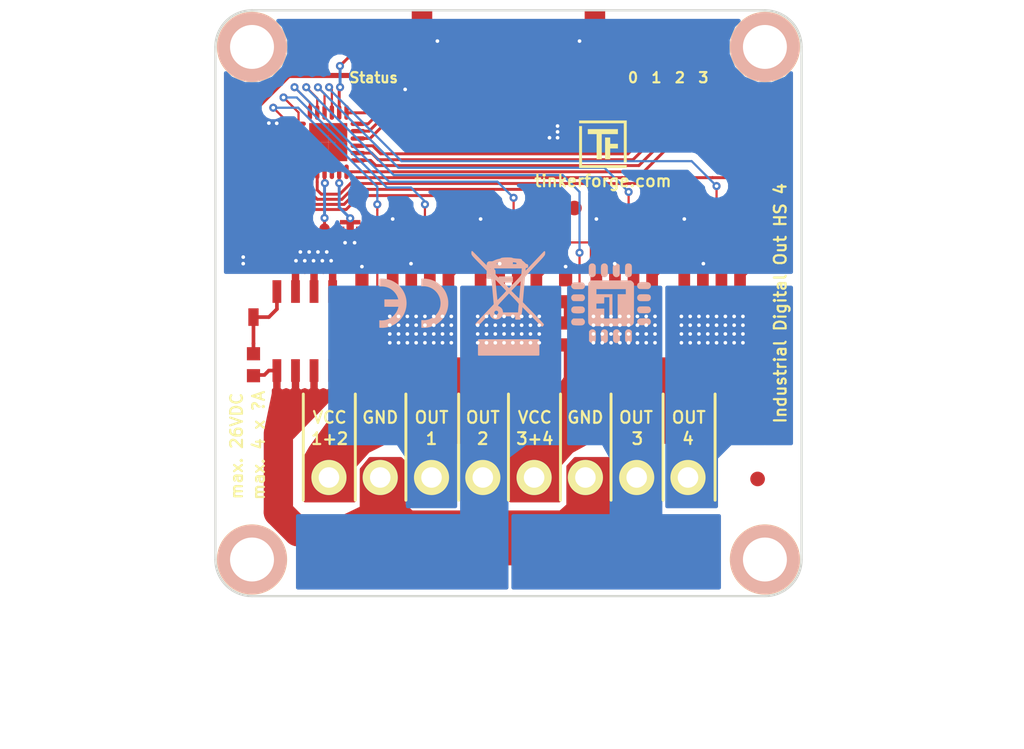
<source format=kicad_pcb>
(kicad_pcb (version 20171130) (host pcbnew 5.0.2-bee76a0~70~ubuntu18.10.1)

  (general
    (thickness 1.6)
    (drawings 41)
    (tracks 533)
    (zones 0)
    (modules 49)
    (nets 63)
  )

  (page A4)
  (layers
    (0 F.Cu signal)
    (31 B.Cu signal)
    (32 B.Adhes user)
    (33 F.Adhes user)
    (34 B.Paste user)
    (35 F.Paste user)
    (36 B.SilkS user)
    (37 F.SilkS user)
    (38 B.Mask user)
    (39 F.Mask user)
    (40 Dwgs.User user)
    (41 Cmts.User user)
    (42 Eco1.User user)
    (43 Eco2.User user)
    (44 Edge.Cuts user)
    (45 Margin user)
    (46 B.CrtYd user)
    (47 F.CrtYd user)
    (48 B.Fab user)
    (49 F.Fab user)
  )

  (setup
    (last_trace_width 0.2)
    (user_trace_width 0.15)
    (user_trace_width 0.2)
    (user_trace_width 0.3)
    (user_trace_width 0.35)
    (user_trace_width 0.5)
    (user_trace_width 1)
    (user_trace_width 2)
    (user_trace_width 3)
    (trace_clearance 0.149)
    (zone_clearance 0.1)
    (zone_45_only no)
    (trace_min 0.15)
    (segment_width 0.2)
    (edge_width 0.15)
    (via_size 0.8)
    (via_drill 0.4)
    (via_min_size 0.4)
    (via_min_drill 0.25)
    (user_via 0.55 0.25)
    (uvia_size 0.3)
    (uvia_drill 0.1)
    (uvias_allowed no)
    (uvia_min_size 0.2)
    (uvia_min_drill 0.1)
    (pcb_text_width 0.3)
    (pcb_text_size 1.5 1.5)
    (mod_edge_width 0.15)
    (mod_text_size 0.000001 0.000001)
    (mod_text_width 0.15)
    (pad_size 1.4 1.4)
    (pad_drill 0.6)
    (pad_to_mask_clearance 0)
    (aux_axis_origin 118 73)
    (grid_origin 118 73)
    (visible_elements FFFFFF7F)
    (pcbplotparams
      (layerselection 0x010fc_ffffffff)
      (usegerberextensions true)
      (usegerberattributes false)
      (usegerberadvancedattributes false)
      (creategerberjobfile false)
      (excludeedgelayer true)
      (linewidth 0.200000)
      (plotframeref false)
      (viasonmask false)
      (mode 1)
      (useauxorigin false)
      (hpglpennumber 1)
      (hpglpenspeed 20)
      (hpglpendiameter 15.000000)
      (psnegative false)
      (psa4output false)
      (plotreference true)
      (plotvalue true)
      (plotinvisibletext false)
      (padsonsilk false)
      (subtractmaskfromsilk true)
      (outputformat 1)
      (mirror false)
      (drillshape 0)
      (scaleselection 1)
      (outputdirectory "proto/"))
  )

  (net 0 "")
  (net 1 GND)
  (net 2 3V3)
  (net 3 "Net-(C2-Pad1)")
  (net 4 "Net-(D1-Pad2)")
  (net 5 "Net-(D2-Pad2)")
  (net 6 "Net-(D3-Pad2)")
  (net 7 "Net-(D4-Pad2)")
  (net 8 "Net-(D5-Pad2)")
  (net 9 "Net-(D6-Pad2)")
  (net 10 "Net-(P1-Pad4)")
  (net 11 "Net-(P1-Pad5)")
  (net 12 "Net-(P1-Pad6)")
  (net 13 "Net-(P2-Pad2)")
  (net 14 "Net-(P2-Pad3)")
  (net 15 "Net-(P2-Pad4)")
  (net 16 "Net-(P2-Pad1)")
  (net 17 "Net-(P2-Pad5)")
  (net 18 "Net-(P2-Pad7)")
  (net 19 "Net-(P2-Pad8)")
  (net 20 "Net-(P3-Pad1)")
  (net 21 "Net-(P4-Pad2)")
  (net 22 "Net-(R1-Pad1)")
  (net 23 "Net-(R2-Pad1)")
  (net 24 "Net-(R3-Pad1)")
  (net 25 "Net-(R4-Pad1)")
  (net 26 "Net-(R5-Pad1)")
  (net 27 VSense1)
  (net 28 "Net-(RP1-Pad7)")
  (net 29 S-MISO)
  (net 30 S-MOSI)
  (net 31 S-CLK)
  (net 32 S-CS)
  (net 33 LED0)
  (net 34 LED1)
  (net 35 LED2)
  (net 36 LED3)
  (net 37 "Net-(RP4-Pad7)")
  (net 38 MSense3)
  (net 39 OUT3)
  (net 40 OUT2)
  (net 41 MSense2)
  (net 42 "Net-(RP5-Pad7)")
  (net 43 "Net-(RP6-Pad7)")
  (net 44 MSense1)
  (net 45 OUT1)
  (net 46 "Net-(RP6-Pad5)")
  (net 47 "Net-(RP1-Pad5)")
  (net 48 "Net-(RP4-Pad5)")
  (net 49 "Net-(RP5-Pad5)")
  (net 50 "Net-(P1-Pad1)")
  (net 51 VSense0)
  (net 52 "Net-(RP1-Pad3)")
  (net 53 "Net-(RP1-Pad6)")
  (net 54 "Net-(RP4-Pad6)")
  (net 55 "Net-(RP4-Pad3)")
  (net 56 "Net-(RP5-Pad3)")
  (net 57 "Net-(RP5-Pad6)")
  (net 58 "Net-(RP6-Pad6)")
  (net 59 OUT0)
  (net 60 "Net-(RP6-Pad3)")
  (net 61 MSense0)
  (net 62 "Net-(U1-Pad16)")

  (net_class Default "Dies ist die voreingestellte Netzklasse."
    (clearance 0.149)
    (trace_width 0.25)
    (via_dia 0.8)
    (via_drill 0.4)
    (uvia_dia 0.3)
    (uvia_drill 0.1)
    (add_net 3V3)
    (add_net GND)
    (add_net LED0)
    (add_net LED1)
    (add_net LED2)
    (add_net LED3)
    (add_net MSense0)
    (add_net MSense1)
    (add_net MSense2)
    (add_net MSense3)
    (add_net "Net-(C2-Pad1)")
    (add_net "Net-(D1-Pad2)")
    (add_net "Net-(D2-Pad2)")
    (add_net "Net-(D3-Pad2)")
    (add_net "Net-(D4-Pad2)")
    (add_net "Net-(D5-Pad2)")
    (add_net "Net-(D6-Pad2)")
    (add_net "Net-(P1-Pad1)")
    (add_net "Net-(P1-Pad4)")
    (add_net "Net-(P1-Pad5)")
    (add_net "Net-(P1-Pad6)")
    (add_net "Net-(P2-Pad1)")
    (add_net "Net-(P2-Pad2)")
    (add_net "Net-(P2-Pad3)")
    (add_net "Net-(P2-Pad4)")
    (add_net "Net-(P2-Pad5)")
    (add_net "Net-(P2-Pad7)")
    (add_net "Net-(P2-Pad8)")
    (add_net "Net-(P3-Pad1)")
    (add_net "Net-(P4-Pad2)")
    (add_net "Net-(R1-Pad1)")
    (add_net "Net-(R2-Pad1)")
    (add_net "Net-(R3-Pad1)")
    (add_net "Net-(R4-Pad1)")
    (add_net "Net-(R5-Pad1)")
    (add_net "Net-(RP1-Pad3)")
    (add_net "Net-(RP1-Pad5)")
    (add_net "Net-(RP1-Pad6)")
    (add_net "Net-(RP1-Pad7)")
    (add_net "Net-(RP4-Pad3)")
    (add_net "Net-(RP4-Pad5)")
    (add_net "Net-(RP4-Pad6)")
    (add_net "Net-(RP4-Pad7)")
    (add_net "Net-(RP5-Pad3)")
    (add_net "Net-(RP5-Pad5)")
    (add_net "Net-(RP5-Pad6)")
    (add_net "Net-(RP5-Pad7)")
    (add_net "Net-(RP6-Pad3)")
    (add_net "Net-(RP6-Pad5)")
    (add_net "Net-(RP6-Pad6)")
    (add_net "Net-(RP6-Pad7)")
    (add_net "Net-(U1-Pad16)")
    (add_net OUT0)
    (add_net OUT1)
    (add_net OUT2)
    (add_net OUT3)
    (add_net S-CLK)
    (add_net S-CS)
    (add_net S-MISO)
    (add_net S-MOSI)
    (add_net VSense0)
    (add_net VSense1)
  )

  (module kicad-libraries:DRILL_NP (layer F.Cu) (tedit 530C7871) (tstamp 5C7989EE)
    (at 120.5 75.5)
    (path /50066918)
    (fp_text reference U8 (at 0 0) (layer F.SilkS) hide
      (effects (font (size 0.29972 0.29972) (thickness 0.0762)))
    )
    (fp_text value DRILL (at 0 0.50038) (layer F.SilkS) hide
      (effects (font (size 0.29972 0.29972) (thickness 0.0762)))
    )
    (fp_circle (center 0 0) (end 3.2 0) (layer Eco2.User) (width 0.01))
    (fp_circle (center 0 0) (end 2.19964 -0.20066) (layer F.SilkS) (width 0.381))
    (fp_circle (center 0 0) (end 1.99898 -0.20066) (layer F.SilkS) (width 0.381))
    (fp_circle (center 0 0) (end 1.69926 0) (layer F.SilkS) (width 0.381))
    (fp_circle (center 0 0) (end 1.39954 -0.09906) (layer B.SilkS) (width 0.381))
    (fp_circle (center 0 0) (end 1.39954 0) (layer F.SilkS) (width 0.381))
    (fp_circle (center 0 0) (end 1.69926 0) (layer B.SilkS) (width 0.381))
    (fp_circle (center 0 0) (end 1.89992 0) (layer B.SilkS) (width 0.381))
    (fp_circle (center 0 0) (end 2.19964 0) (layer B.SilkS) (width 0.381))
    (pad "" np_thru_hole circle (at 0 0) (size 2.99974 2.99974) (drill 2.99974) (layers *.Cu *.Mask F.SilkS)
      (clearance 0.89916))
  )

  (module kicad-libraries:C0603F (layer F.Cu) (tedit 58F5DD02) (tstamp 5C780F14)
    (at 139.85 81.15)
    (path /50065789)
    (attr smd)
    (fp_text reference C1 (at 0.05 0.225) (layer F.Fab)
      (effects (font (size 0.2 0.2) (thickness 0.05)))
    )
    (fp_text value 100nF (at 0.05 -0.375) (layer F.Fab)
      (effects (font (size 0.2 0.2) (thickness 0.05)))
    )
    (fp_line (start -1.45034 0.65024) (end -1.45034 -0.65024) (layer F.Fab) (width 0.001))
    (fp_line (start 1.45034 0.65024) (end -1.45034 0.65024) (layer F.Fab) (width 0.001))
    (fp_line (start 1.45034 -0.65024) (end 1.45034 0.65024) (layer F.Fab) (width 0.001))
    (fp_line (start -1.45034 -0.65024) (end 1.45034 -0.65024) (layer F.Fab) (width 0.001))
    (pad 2 smd rect (at 0.75 0) (size 0.9 0.9) (layers F.Cu F.Paste F.Mask)
      (net 1 GND))
    (pad 1 smd rect (at -0.75 0) (size 0.9 0.9) (layers F.Cu F.Paste F.Mask)
      (net 2 3V3))
    (model Capacitors_SMD/C_0603.wrl
      (at (xyz 0 0 0))
      (scale (xyz 1 1 1))
      (rotate (xyz 0 0 0))
    )
  )

  (module kicad-libraries:C0402F (layer F.Cu) (tedit 5A0C5AF6) (tstamp 5C780F1E)
    (at 132.1 78.4 180)
    (path /5A58DF0A)
    (fp_text reference C2 (at 0 0.2 180) (layer F.Fab)
      (effects (font (size 0.2 0.2) (thickness 0.05)))
    )
    (fp_text value 220pF (at 0.05 -0.2 180) (layer F.Fab)
      (effects (font (size 0.2 0.2) (thickness 0.05)))
    )
    (fp_line (start -0.9 -0.45) (end 0.9 -0.45) (layer F.Fab) (width 0.025))
    (fp_line (start 0.9 -0.45) (end 0.9 0.45) (layer F.Fab) (width 0.025))
    (fp_line (start 0.9 0.45) (end -0.9 0.45) (layer F.Fab) (width 0.025))
    (fp_line (start -0.9 0.45) (end -0.9 -0.45) (layer F.Fab) (width 0.025))
    (pad 2 smd rect (at 0.5 0 180) (size 0.6 0.7) (layers F.Cu F.Paste F.Mask)
      (net 1 GND))
    (pad 1 smd rect (at -0.5 0 180) (size 0.6 0.7) (layers F.Cu F.Paste F.Mask)
      (net 3 "Net-(C2-Pad1)"))
    (model Capacitors_SMD/C_0402.wrl
      (at (xyz 0 0 0))
      (scale (xyz 1 1 1))
      (rotate (xyz 0 0 0))
    )
  )

  (module kicad-libraries:C0805 (layer F.Cu) (tedit 58F5DFFC) (tstamp 5C78B210)
    (at 139.9 79.55)
    (path /5A58B913)
    (attr smd)
    (fp_text reference C3 (at 0 0.3) (layer F.Fab)
      (effects (font (size 0.2 0.2) (thickness 0.05)))
    )
    (fp_text value 10uF (at 0 -0.2) (layer F.Fab)
      (effects (font (size 0.2 0.2) (thickness 0.05)))
    )
    (fp_line (start -1.651 -0.8001) (end -1.651 0.8001) (layer F.Fab) (width 0.001))
    (fp_line (start -1.651 0.8001) (end 1.651 0.8001) (layer F.Fab) (width 0.001))
    (fp_line (start 1.651 0.8001) (end 1.651 -0.8001) (layer F.Fab) (width 0.001))
    (fp_line (start 1.651 -0.8001) (end -1.651 -0.8001) (layer F.Fab) (width 0.001))
    (pad 1 smd rect (at -1.00076 0) (size 1.00076 1.24968) (layers F.Cu F.Paste F.Mask)
      (net 2 3V3) (clearance 0.14986))
    (pad 2 smd rect (at 1.00076 0) (size 1.00076 1.24968) (layers F.Cu F.Paste F.Mask)
      (net 1 GND) (clearance 0.14986))
    (model Capacitors_SMD/C_0805.wrl
      (at (xyz 0 0 0))
      (scale (xyz 1 1 1))
      (rotate (xyz 0 0 0))
    )
  )

  (module kicad-libraries:C0603F (layer F.Cu) (tedit 58F5DD02) (tstamp 5C780F32)
    (at 121.9 82.15 90)
    (path /5A58BD7A)
    (attr smd)
    (fp_text reference C4 (at 0.05 0.225 90) (layer F.Fab)
      (effects (font (size 0.2 0.2) (thickness 0.05)))
    )
    (fp_text value 100nF (at 0.05 -0.375 90) (layer F.Fab)
      (effects (font (size 0.2 0.2) (thickness 0.05)))
    )
    (fp_line (start -1.45034 -0.65024) (end 1.45034 -0.65024) (layer F.Fab) (width 0.001))
    (fp_line (start 1.45034 -0.65024) (end 1.45034 0.65024) (layer F.Fab) (width 0.001))
    (fp_line (start 1.45034 0.65024) (end -1.45034 0.65024) (layer F.Fab) (width 0.001))
    (fp_line (start -1.45034 0.65024) (end -1.45034 -0.65024) (layer F.Fab) (width 0.001))
    (pad 1 smd rect (at -0.75 0 90) (size 0.9 0.9) (layers F.Cu F.Paste F.Mask)
      (net 2 3V3))
    (pad 2 smd rect (at 0.75 0 90) (size 0.9 0.9) (layers F.Cu F.Paste F.Mask)
      (net 1 GND))
    (model Capacitors_SMD/C_0603.wrl
      (at (xyz 0 0 0))
      (scale (xyz 1 1 1))
      (rotate (xyz 0 0 0))
    )
  )

  (module kicad-libraries:D0603F (layer F.Cu) (tedit 5910237C) (tstamp 5C780F43)
    (at 129.5 75.5 90)
    (path /5A58F18E)
    (attr smd)
    (fp_text reference D1 (at -0.775 0.45 90) (layer F.Fab)
      (effects (font (size 0.2 0.2) (thickness 0.05)))
    )
    (fp_text value blue (at 0.75 0.45 90) (layer F.Fab)
      (effects (font (size 0.2 0.2) (thickness 0.05)))
    )
    (fp_line (start -1.45034 0.65024) (end -1.45034 -0.65024) (layer F.Fab) (width 0.001))
    (fp_line (start 1.45034 0.65024) (end -1.45034 0.65024) (layer F.Fab) (width 0.001))
    (fp_line (start 1.45034 -0.65024) (end 1.45034 0.65024) (layer F.Fab) (width 0.001))
    (fp_line (start -1.45034 -0.65024) (end 1.45034 -0.65024) (layer F.Fab) (width 0.001))
    (fp_line (start 0 0) (end -0.3 -0.3) (layer F.Fab) (width 0.05))
    (fp_line (start -0.3 0.3) (end 0 0) (layer F.Fab) (width 0.05))
    (fp_line (start -0.3 -0.3) (end -0.3 0.3) (layer F.Fab) (width 0.05))
    (fp_line (start 0 -0.3) (end 0 0.3) (layer F.Fab) (width 0.05))
    (fp_line (start 0.45 0) (end 1.05 0) (layer F.Fab) (width 0.05))
    (fp_line (start -1.05 0) (end -0.45 0) (layer F.Fab) (width 0.05))
    (fp_line (start -0.75 -0.3) (end -0.75 0.3) (layer F.Fab) (width 0.05))
    (pad 2 smd rect (at 0.75 0 90) (size 0.9 0.9) (layers F.Cu F.Paste F.Mask)
      (net 4 "Net-(D1-Pad2)"))
    (pad 1 smd rect (at -0.75 0 90) (size 0.9 0.9) (layers F.Cu F.Paste F.Mask)
      (net 2 3V3))
    (model LED_SMD/D_0603_blue.wrl
      (at (xyz 0 0 0))
      (scale (xyz 1 1 1))
      (rotate (xyz -90 0 0))
    )
  )

  (module kicad-libraries:D0603F (layer F.Cu) (tedit 5910237C) (tstamp 5C78E672)
    (at 146.5 75.5 270)
    (path /5AAA908C)
    (attr smd)
    (fp_text reference D2 (at -0.775 0.45 270) (layer F.Fab)
      (effects (font (size 0.2 0.2) (thickness 0.05)))
    )
    (fp_text value blue (at 0.75 0.45 270) (layer F.Fab)
      (effects (font (size 0.2 0.2) (thickness 0.05)))
    )
    (fp_line (start -0.75 -0.3) (end -0.75 0.3) (layer F.Fab) (width 0.05))
    (fp_line (start -1.05 0) (end -0.45 0) (layer F.Fab) (width 0.05))
    (fp_line (start 0.45 0) (end 1.05 0) (layer F.Fab) (width 0.05))
    (fp_line (start 0 -0.3) (end 0 0.3) (layer F.Fab) (width 0.05))
    (fp_line (start -0.3 -0.3) (end -0.3 0.3) (layer F.Fab) (width 0.05))
    (fp_line (start -0.3 0.3) (end 0 0) (layer F.Fab) (width 0.05))
    (fp_line (start 0 0) (end -0.3 -0.3) (layer F.Fab) (width 0.05))
    (fp_line (start -1.45034 -0.65024) (end 1.45034 -0.65024) (layer F.Fab) (width 0.001))
    (fp_line (start 1.45034 -0.65024) (end 1.45034 0.65024) (layer F.Fab) (width 0.001))
    (fp_line (start 1.45034 0.65024) (end -1.45034 0.65024) (layer F.Fab) (width 0.001))
    (fp_line (start -1.45034 0.65024) (end -1.45034 -0.65024) (layer F.Fab) (width 0.001))
    (pad 1 smd rect (at -0.75 0 270) (size 0.9 0.9) (layers F.Cu F.Paste F.Mask)
      (net 2 3V3))
    (pad 2 smd rect (at 0.75 0 270) (size 0.9 0.9) (layers F.Cu F.Paste F.Mask)
      (net 5 "Net-(D2-Pad2)"))
    (model LED_SMD/D_0603_blue.wrl
      (at (xyz 0 0 0))
      (scale (xyz 1 1 1))
      (rotate (xyz -90 0 0))
    )
  )

  (module kicad-libraries:D0603F (layer F.Cu) (tedit 5910237C) (tstamp 5C780F65)
    (at 148.1 75.5 270)
    (path /5AAAA193)
    (attr smd)
    (fp_text reference D3 (at -0.775 0.45 270) (layer F.Fab)
      (effects (font (size 0.2 0.2) (thickness 0.05)))
    )
    (fp_text value blue (at 0.75 0.45 270) (layer F.Fab)
      (effects (font (size 0.2 0.2) (thickness 0.05)))
    )
    (fp_line (start -1.45034 0.65024) (end -1.45034 -0.65024) (layer F.Fab) (width 0.001))
    (fp_line (start 1.45034 0.65024) (end -1.45034 0.65024) (layer F.Fab) (width 0.001))
    (fp_line (start 1.45034 -0.65024) (end 1.45034 0.65024) (layer F.Fab) (width 0.001))
    (fp_line (start -1.45034 -0.65024) (end 1.45034 -0.65024) (layer F.Fab) (width 0.001))
    (fp_line (start 0 0) (end -0.3 -0.3) (layer F.Fab) (width 0.05))
    (fp_line (start -0.3 0.3) (end 0 0) (layer F.Fab) (width 0.05))
    (fp_line (start -0.3 -0.3) (end -0.3 0.3) (layer F.Fab) (width 0.05))
    (fp_line (start 0 -0.3) (end 0 0.3) (layer F.Fab) (width 0.05))
    (fp_line (start 0.45 0) (end 1.05 0) (layer F.Fab) (width 0.05))
    (fp_line (start -1.05 0) (end -0.45 0) (layer F.Fab) (width 0.05))
    (fp_line (start -0.75 -0.3) (end -0.75 0.3) (layer F.Fab) (width 0.05))
    (pad 2 smd rect (at 0.75 0 270) (size 0.9 0.9) (layers F.Cu F.Paste F.Mask)
      (net 6 "Net-(D3-Pad2)"))
    (pad 1 smd rect (at -0.75 0 270) (size 0.9 0.9) (layers F.Cu F.Paste F.Mask)
      (net 2 3V3))
    (model LED_SMD/D_0603_blue.wrl
      (at (xyz 0 0 0))
      (scale (xyz 1 1 1))
      (rotate (xyz -90 0 0))
    )
  )

  (module kicad-libraries:D0603F (layer F.Cu) (tedit 5910237C) (tstamp 5C780F76)
    (at 149.7 75.5 270)
    (path /5AAAA1FA)
    (attr smd)
    (fp_text reference D4 (at -0.775 0.45 270) (layer F.Fab)
      (effects (font (size 0.2 0.2) (thickness 0.05)))
    )
    (fp_text value blue (at 0.75 0.45 270) (layer F.Fab)
      (effects (font (size 0.2 0.2) (thickness 0.05)))
    )
    (fp_line (start -0.75 -0.3) (end -0.75 0.3) (layer F.Fab) (width 0.05))
    (fp_line (start -1.05 0) (end -0.45 0) (layer F.Fab) (width 0.05))
    (fp_line (start 0.45 0) (end 1.05 0) (layer F.Fab) (width 0.05))
    (fp_line (start 0 -0.3) (end 0 0.3) (layer F.Fab) (width 0.05))
    (fp_line (start -0.3 -0.3) (end -0.3 0.3) (layer F.Fab) (width 0.05))
    (fp_line (start -0.3 0.3) (end 0 0) (layer F.Fab) (width 0.05))
    (fp_line (start 0 0) (end -0.3 -0.3) (layer F.Fab) (width 0.05))
    (fp_line (start -1.45034 -0.65024) (end 1.45034 -0.65024) (layer F.Fab) (width 0.001))
    (fp_line (start 1.45034 -0.65024) (end 1.45034 0.65024) (layer F.Fab) (width 0.001))
    (fp_line (start 1.45034 0.65024) (end -1.45034 0.65024) (layer F.Fab) (width 0.001))
    (fp_line (start -1.45034 0.65024) (end -1.45034 -0.65024) (layer F.Fab) (width 0.001))
    (pad 1 smd rect (at -0.75 0 270) (size 0.9 0.9) (layers F.Cu F.Paste F.Mask)
      (net 2 3V3))
    (pad 2 smd rect (at 0.75 0 270) (size 0.9 0.9) (layers F.Cu F.Paste F.Mask)
      (net 7 "Net-(D4-Pad2)"))
    (model LED_SMD/D_0603_blue.wrl
      (at (xyz 0 0 0))
      (scale (xyz 1 1 1))
      (rotate (xyz -90 0 0))
    )
  )

  (module kicad-libraries:D0603F (layer F.Cu) (tedit 5910237C) (tstamp 5C78E81A)
    (at 151.3 75.5 270)
    (path /5AAAA2C2)
    (attr smd)
    (fp_text reference D5 (at -0.775 0.45 270) (layer F.Fab)
      (effects (font (size 0.2 0.2) (thickness 0.05)))
    )
    (fp_text value blue (at 0.75 0.45 270) (layer F.Fab)
      (effects (font (size 0.2 0.2) (thickness 0.05)))
    )
    (fp_line (start -0.75 -0.3) (end -0.75 0.3) (layer F.Fab) (width 0.05))
    (fp_line (start -1.05 0) (end -0.45 0) (layer F.Fab) (width 0.05))
    (fp_line (start 0.45 0) (end 1.05 0) (layer F.Fab) (width 0.05))
    (fp_line (start 0 -0.3) (end 0 0.3) (layer F.Fab) (width 0.05))
    (fp_line (start -0.3 -0.3) (end -0.3 0.3) (layer F.Fab) (width 0.05))
    (fp_line (start -0.3 0.3) (end 0 0) (layer F.Fab) (width 0.05))
    (fp_line (start 0 0) (end -0.3 -0.3) (layer F.Fab) (width 0.05))
    (fp_line (start -1.45034 -0.65024) (end 1.45034 -0.65024) (layer F.Fab) (width 0.001))
    (fp_line (start 1.45034 -0.65024) (end 1.45034 0.65024) (layer F.Fab) (width 0.001))
    (fp_line (start 1.45034 0.65024) (end -1.45034 0.65024) (layer F.Fab) (width 0.001))
    (fp_line (start -1.45034 0.65024) (end -1.45034 -0.65024) (layer F.Fab) (width 0.001))
    (pad 1 smd rect (at -0.75 0 270) (size 0.9 0.9) (layers F.Cu F.Paste F.Mask)
      (net 2 3V3))
    (pad 2 smd rect (at 0.75 0 270) (size 0.9 0.9) (layers F.Cu F.Paste F.Mask)
      (net 8 "Net-(D5-Pad2)"))
    (model LED_SMD/D_0603_blue.wrl
      (at (xyz 0 0 0))
      (scale (xyz 1 1 1))
      (rotate (xyz -90 0 0))
    )
  )

  (module kicad-libraries:SOD-123 (layer F.Cu) (tedit 58F7722C) (tstamp 5C780F9B)
    (at 120.6 92.1 270)
    (path /5C95997B)
    (attr smd)
    (fp_text reference D6 (at -0.15 0.46 270) (layer F.Fab)
      (effects (font (size 0.2 0.2) (thickness 0.05)))
    )
    (fp_text value Z12V (at -0.5 -0.54 270) (layer F.Fab)
      (effects (font (size 0.2 0.2) (thickness 0.05)))
    )
    (fp_line (start 0.29972 -0.8001) (end 0.29972 0.8001) (layer F.Fab) (width 0.001))
    (fp_line (start 0.39878 -0.8001) (end 0.39878 0.8001) (layer F.Fab) (width 0.001))
    (fp_line (start 0.50038 0.8001) (end 0.50038 -0.8001) (layer F.Fab) (width 0.001))
    (fp_line (start 0.59944 -0.8001) (end 0.59944 0.8001) (layer F.Fab) (width 0.001))
    (fp_line (start 0.70104 0.8001) (end 0.70104 -0.8001) (layer F.Fab) (width 0.001))
    (fp_line (start 1.19888 0.8001) (end 1.19888 -0.8001) (layer F.Fab) (width 0.001))
    (fp_line (start 1.09982 0.8001) (end 1.09982 -0.8001) (layer F.Fab) (width 0.001))
    (fp_line (start 1.00076 -0.8001) (end 1.00076 0.8001) (layer F.Fab) (width 0.001))
    (fp_line (start 0.89916 0.8001) (end 0.89916 -0.8001) (layer F.Fab) (width 0.001))
    (fp_line (start 0.8001 -0.8001) (end 0.8001 0.8001) (layer F.Fab) (width 0.001))
    (fp_line (start -1.34874 -0.8001) (end 1.34874 -0.8001) (layer F.Fab) (width 0.001))
    (fp_line (start 1.34874 -0.8001) (end 1.34874 0.8001) (layer F.Fab) (width 0.001))
    (fp_line (start 1.34874 0.8001) (end -1.34874 0.8001) (layer F.Fab) (width 0.001))
    (fp_line (start -1.34874 0.8001) (end -1.34874 -0.8001) (layer F.Fab) (width 0.001))
    (pad 1 smd rect (at -1.84912 0 270) (size 1.19888 0.70104) (layers F.Cu F.Paste F.Mask)
      (net 1 GND) (clearance 0.14986))
    (pad 2 smd rect (at 1.84912 0 270) (size 1.19888 0.70104) (layers F.Cu F.Paste F.Mask)
      (net 9 "Net-(D6-Pad2)") (clearance 0.14986))
    (model Housing_SOT_SOD/SOD-123.wrl
      (at (xyz 0 0 0))
      (scale (xyz 1 1 1))
      (rotate (xyz -90 0 180))
    )
  )

  (module kicad-libraries:CON-SENSOR2 (layer F.Cu) (tedit 59030BED) (tstamp 5C780FAE)
    (at 138 73 180)
    (path /5004F5E5)
    (fp_text reference P1 (at 0 -2.85 180) (layer F.Fab)
      (effects (font (size 0.3 0.3) (thickness 0.075)))
    )
    (fp_text value CON-SENSOR (at 0 -1.6002 180) (layer F.Fab)
      (effects (font (size 0.29972 0.29972) (thickness 0.07112)))
    )
    (fp_line (start -5 -0.25) (end -4.75 -0.75) (layer F.Fab) (width 0.05))
    (fp_line (start -4.75 -0.75) (end -4.5 -0.25) (layer F.Fab) (width 0.05))
    (fp_line (start -6 -0.25) (end 6 -0.25) (layer F.Fab) (width 0.05))
    (fp_line (start 6 -0.25) (end 6 -4.3) (layer F.Fab) (width 0.05))
    (fp_line (start 6 -4.3) (end -6 -4.3) (layer F.Fab) (width 0.05))
    (fp_line (start -6 -4.3) (end -6 -0.25) (layer F.Fab) (width 0.05))
    (pad 1 smd rect (at -3.75 -4.6 180) (size 0.6 1.8) (layers F.Cu F.Paste F.Mask)
      (net 50 "Net-(P1-Pad1)"))
    (pad 2 smd rect (at -2.5 -4.6 180) (size 0.6 1.8) (layers F.Cu F.Paste F.Mask)
      (net 1 GND))
    (pad EP smd rect (at -5.9 -1.2 180) (size 1.4 2.4) (layers F.Cu F.Paste F.Mask)
      (net 1 GND))
    (pad EP smd rect (at 5.9 -1.2 180) (size 1.4 2.4) (layers F.Cu F.Paste F.Mask)
      (net 1 GND))
    (pad 3 smd rect (at -1.25 -4.6 180) (size 0.6 1.8) (layers F.Cu F.Paste F.Mask)
      (net 2 3V3))
    (pad 4 smd rect (at 0 -4.6 180) (size 0.6 1.8) (layers F.Cu F.Paste F.Mask)
      (net 10 "Net-(P1-Pad4)"))
    (pad 5 smd rect (at 1.25 -4.6 180) (size 0.6 1.8) (layers F.Cu F.Paste F.Mask)
      (net 11 "Net-(P1-Pad5)"))
    (pad 6 smd rect (at 2.5 -4.6 180) (size 0.6 1.8) (layers F.Cu F.Paste F.Mask)
      (net 12 "Net-(P1-Pad6)"))
    (pad 7 smd rect (at 3.75 -4.6 180) (size 0.6 1.8) (layers F.Cu F.Paste F.Mask)
      (net 3 "Net-(C2-Pad1)"))
    (model Connectors_TF/BrickletConn_7pin.wrl
      (offset (xyz 0 2.539999961853027 0))
      (scale (xyz 1 1 1))
      (rotate (xyz 0 0 0))
    )
  )

  (module kicad-libraries:OQ_8P (layer F.Cu) (tedit 58FF7F36) (tstamp 5C78E4C8)
    (at 138 104.9)
    (path /50065B8F)
    (fp_text reference P2 (at 0 3.98) (layer F.Fab)
      (effects (font (size 0.59944 0.59944) (thickness 0.12446)))
    )
    (fp_text value "Digital Output" (at 0 3.05054) (layer F.Fab)
      (effects (font (size 0.59944 0.59944) (thickness 0.12446)))
    )
    (fp_line (start 0 8.001) (end 14.74978 8.001) (layer F.Fab) (width 0.381))
    (fp_line (start 14.74978 -1.19888) (end 0 -1.19888) (layer F.Fab) (width 0.381))
    (fp_line (start -14.74978 -1.19888) (end 0.7493 -1.19888) (layer F.Fab) (width 0.381))
    (fp_line (start 0.7493 8.001) (end -14.74978 8.001) (layer F.Fab) (width 0.381))
    (fp_line (start -14.74978 8.001) (end -14.74978 -1.19888) (layer F.Fab) (width 0.381))
    (fp_line (start 14.74978 -1.19888) (end 14.74978 8.001) (layer F.Fab) (width 0.381))
    (pad 2 thru_hole circle (at -8.7503 0) (size 2.4003 2.4003) (drill 1.39954) (layers *.Cu *.Mask F.SilkS)
      (net 13 "Net-(P2-Pad2)"))
    (pad 3 thru_hole circle (at -5.25018 0) (size 2.4003 2.4003) (drill 1.39954) (layers *.Cu *.Mask F.SilkS)
      (net 14 "Net-(P2-Pad3)"))
    (pad 4 thru_hole circle (at -1.75006 0) (size 2.4003 2.4003) (drill 1.39954) (layers *.Cu *.Mask F.SilkS)
      (net 15 "Net-(P2-Pad4)"))
    (pad 1 thru_hole circle (at -12.25042 0) (size 2.4003 2.4003) (drill 1.39954) (layers *.Cu *.Mask F.SilkS)
      (net 16 "Net-(P2-Pad1)"))
    (pad 5 thru_hole circle (at 1.75006 0) (size 2.4003 2.4003) (drill 1.39954) (layers *.Cu *.Mask F.SilkS)
      (net 17 "Net-(P2-Pad5)"))
    (pad 6 thru_hole circle (at 5.25018 0) (size 2.4003 2.4003) (drill 1.39954) (layers *.Cu *.Mask F.SilkS)
      (net 13 "Net-(P2-Pad2)"))
    (pad 7 thru_hole circle (at 8.7503 0) (size 2.4003 2.4003) (drill 1.39954) (layers *.Cu *.Mask F.SilkS)
      (net 18 "Net-(P2-Pad7)"))
    (pad 8 thru_hole circle (at 12.25042 0) (size 2.4003 2.4003) (drill 1.39954) (layers *.Cu *.Mask F.SilkS)
      (net 19 "Net-(P2-Pad8)"))
    (model Connectors/OQ_8P_green.wrl
      (offset (xyz 0 -3.174999952316284 3.555999946594238))
      (scale (xyz 1 1 1))
      (rotate (xyz 0 0 0))
    )
  )

  (module kicad-libraries:DEBUG_PAD (layer F.Cu) (tedit 590B3FBE) (tstamp 5C780FC5)
    (at 125.45 87.9)
    (path /5A58EE20)
    (fp_text reference P3 (at 0 0.175) (layer F.Fab)
      (effects (font (size 0.15 0.15) (thickness 0.0375)))
    )
    (fp_text value Debug (at 0 -0.15) (layer F.Fab)
      (effects (font (size 0.15 0.15) (thickness 0.0375)))
    )
    (pad 1 smd circle (at 0 0) (size 0.7 0.7) (layers F.Cu F.Paste F.Mask)
      (net 20 "Net-(P3-Pad1)"))
  )

  (module kicad-libraries:SolderJumper (layer F.Cu) (tedit 590B2DE4) (tstamp 5C780FCE)
    (at 127.2 88.020001 90)
    (path /5A58EFD9)
    (fp_text reference P4 (at 0 0.35 90) (layer F.Fab)
      (effects (font (size 0.3 0.3) (thickness 0.0712)))
    )
    (fp_text value Boot (at 0 -0.35 90) (layer F.Fab)
      (effects (font (size 0.3 0.3) (thickness 0.0712)))
    )
    (pad 2 smd rect (at 0.55 0 90) (size 0.3 1.4) (layers F.Cu F.Mask)
      (net 21 "Net-(P4-Pad2)"))
    (pad 2 smd rect (at 0.15 0 90) (size 0.6 0.5) (layers F.Cu F.Mask)
      (net 21 "Net-(P4-Pad2)"))
    (pad 1 smd rect (at -0.499999 0 90) (size 0.4 1.4) (layers F.Cu F.Mask)
      (net 1 GND))
    (pad 1 smd rect (at -0.225 0.55 90) (size 0.95 0.3) (layers F.Cu F.Mask)
      (net 1 GND))
    (pad 1 smd rect (at -0.225 -0.55 90) (size 0.95 0.3) (layers F.Cu F.Mask)
      (net 1 GND))
  )

  (module kicad-libraries:SOIC-8-MOSFET (layer F.Cu) (tedit 58FA18EA) (tstamp 5C7817E4)
    (at 124.1 94.9 180)
    (path /5C95928C)
    (attr smd)
    (fp_text reference Q1 (at 0 0.3 180) (layer F.Fab)
      (effects (font (size 0.3 0.3) (thickness 0.075)))
    )
    (fp_text value FDS8449 (at 0.1 -0.4 180) (layer F.Fab)
      (effects (font (size 0.3 0.3) (thickness 0.075)))
    )
    (fp_line (start -2.4003 1.09982) (end -1.30048 1.09982) (layer F.Fab) (width 0.24892))
    (fp_line (start -1.30048 1.09982) (end -1.30048 1.89992) (layer F.Fab) (width 0.24892))
    (fp_line (start -2.44856 -1.94818) (end -2.32918 -1.94818) (layer F.Fab) (width 0.24892))
    (fp_line (start 2.32918 -1.94818) (end 2.44856 -1.94818) (layer F.Fab) (width 0.24892))
    (fp_line (start 2.44856 -1.94818) (end 2.44856 1.94818) (layer F.Fab) (width 0.24892))
    (fp_line (start -2.44856 1.94818) (end -2.32918 1.94818) (layer F.Fab) (width 0.24892))
    (fp_line (start 2.32918 1.94818) (end 2.44856 1.94818) (layer F.Fab) (width 0.24892))
    (fp_line (start -2.44856 -1.94818) (end -2.44856 1.94818) (layer F.Fab) (width 0.24892))
    (pad S smd rect (at -1.90246 2.69748) (size 0.59944 1.5494) (layers F.Cu F.Paste F.Mask)
      (net 1 GND))
    (pad S smd rect (at -0.63246 2.69748) (size 0.59944 1.5494) (layers F.Cu F.Paste F.Mask)
      (net 1 GND))
    (pad S smd rect (at 0.63246 2.69748) (size 0.59944 1.5494) (layers F.Cu F.Paste F.Mask)
      (net 1 GND))
    (pad G smd rect (at 1.90246 2.69748) (size 0.59944 1.5494) (layers F.Cu F.Paste F.Mask)
      (net 9 "Net-(D6-Pad2)"))
    (pad D smd rect (at 1.90246 -2.69748 180) (size 0.59944 1.5494) (layers F.Cu F.Paste F.Mask)
      (net 13 "Net-(P2-Pad2)"))
    (pad D smd rect (at 0.63246 -2.69748 180) (size 0.59944 1.5494) (layers F.Cu F.Paste F.Mask)
      (net 13 "Net-(P2-Pad2)"))
    (pad D smd rect (at -0.63246 -2.69748 180) (size 0.59944 1.5494) (layers F.Cu F.Paste F.Mask)
      (net 13 "Net-(P2-Pad2)"))
    (pad D smd rect (at -1.90246 -2.69748 180) (size 0.59944 1.5494) (layers F.Cu F.Paste F.Mask)
      (net 13 "Net-(P2-Pad2)"))
    (model Housings_SOIC/SOIC-8_3.9x4.9mm_Pitch1.27mm.wrl
      (at (xyz 0 0 0))
      (scale (xyz 1 1 1))
      (rotate (xyz 180 180 90))
    )
  )

  (module kicad-libraries:R0603F (layer F.Cu) (tedit 58F5DD02) (tstamp 5C780FEC)
    (at 150 88.85 90)
    (path /5C808555)
    (attr smd)
    (fp_text reference R1 (at 0.05 0.225 90) (layer F.Fab)
      (effects (font (size 0.2 0.2) (thickness 0.05)))
    )
    (fp_text value 1k (at 0.05 -0.375 90) (layer F.Fab)
      (effects (font (size 0.2 0.2) (thickness 0.05)))
    )
    (fp_line (start -1.45034 -0.65024) (end 1.45034 -0.65024) (layer F.Fab) (width 0.001))
    (fp_line (start 1.45034 -0.65024) (end 1.45034 0.65024) (layer F.Fab) (width 0.001))
    (fp_line (start 1.45034 0.65024) (end -1.45034 0.65024) (layer F.Fab) (width 0.001))
    (fp_line (start -1.45034 0.65024) (end -1.45034 -0.65024) (layer F.Fab) (width 0.001))
    (pad 1 smd rect (at -0.75 0 90) (size 0.9 0.9) (layers F.Cu F.Paste F.Mask)
      (net 22 "Net-(R1-Pad1)"))
    (pad 2 smd rect (at 0.75 0 90) (size 0.9 0.9) (layers F.Cu F.Paste F.Mask)
      (net 1 GND))
    (model Resistors_SMD/R_0603.wrl
      (at (xyz 0 0 0))
      (scale (xyz 1 1 1))
      (rotate (xyz 0 0 0))
    )
  )

  (module kicad-libraries:R0603F (layer F.Cu) (tedit 58F5DD02) (tstamp 5C780FF6)
    (at 144 88.85 90)
    (path /5C8084D6)
    (attr smd)
    (fp_text reference R2 (at 0.05 0.225 90) (layer F.Fab)
      (effects (font (size 0.2 0.2) (thickness 0.05)))
    )
    (fp_text value 1k (at 0.05 -0.375 90) (layer F.Fab)
      (effects (font (size 0.2 0.2) (thickness 0.05)))
    )
    (fp_line (start -1.45034 -0.65024) (end 1.45034 -0.65024) (layer F.Fab) (width 0.001))
    (fp_line (start 1.45034 -0.65024) (end 1.45034 0.65024) (layer F.Fab) (width 0.001))
    (fp_line (start 1.45034 0.65024) (end -1.45034 0.65024) (layer F.Fab) (width 0.001))
    (fp_line (start -1.45034 0.65024) (end -1.45034 -0.65024) (layer F.Fab) (width 0.001))
    (pad 1 smd rect (at -0.75 0 90) (size 0.9 0.9) (layers F.Cu F.Paste F.Mask)
      (net 23 "Net-(R2-Pad1)"))
    (pad 2 smd rect (at 0.75 0 90) (size 0.9 0.9) (layers F.Cu F.Paste F.Mask)
      (net 1 GND))
    (model Resistors_SMD/R_0603.wrl
      (at (xyz 0 0 0))
      (scale (xyz 1 1 1))
      (rotate (xyz 0 0 0))
    )
  )

  (module kicad-libraries:R0603F (layer F.Cu) (tedit 58F5DD02) (tstamp 5C781000)
    (at 136.1 88.85 90)
    (path /5C7AA954)
    (attr smd)
    (fp_text reference R3 (at 0.05 0.225 90) (layer F.Fab)
      (effects (font (size 0.2 0.2) (thickness 0.05)))
    )
    (fp_text value 1k (at 0.05 -0.375 90) (layer F.Fab)
      (effects (font (size 0.2 0.2) (thickness 0.05)))
    )
    (fp_line (start -1.45034 0.65024) (end -1.45034 -0.65024) (layer F.Fab) (width 0.001))
    (fp_line (start 1.45034 0.65024) (end -1.45034 0.65024) (layer F.Fab) (width 0.001))
    (fp_line (start 1.45034 -0.65024) (end 1.45034 0.65024) (layer F.Fab) (width 0.001))
    (fp_line (start -1.45034 -0.65024) (end 1.45034 -0.65024) (layer F.Fab) (width 0.001))
    (pad 2 smd rect (at 0.75 0 90) (size 0.9 0.9) (layers F.Cu F.Paste F.Mask)
      (net 1 GND))
    (pad 1 smd rect (at -0.75 0 90) (size 0.9 0.9) (layers F.Cu F.Paste F.Mask)
      (net 24 "Net-(R3-Pad1)"))
    (model Resistors_SMD/R_0603.wrl
      (at (xyz 0 0 0))
      (scale (xyz 1 1 1))
      (rotate (xyz 0 0 0))
    )
  )

  (module kicad-libraries:R0603F (layer F.Cu) (tedit 58F5DD02) (tstamp 5C78100A)
    (at 130.1 88.85 90)
    (path /5C7AA846)
    (attr smd)
    (fp_text reference R4 (at 0.05 0.225 90) (layer F.Fab)
      (effects (font (size 0.2 0.2) (thickness 0.05)))
    )
    (fp_text value 1k (at 0.05 -0.375 90) (layer F.Fab)
      (effects (font (size 0.2 0.2) (thickness 0.05)))
    )
    (fp_line (start -1.45034 -0.65024) (end 1.45034 -0.65024) (layer F.Fab) (width 0.001))
    (fp_line (start 1.45034 -0.65024) (end 1.45034 0.65024) (layer F.Fab) (width 0.001))
    (fp_line (start 1.45034 0.65024) (end -1.45034 0.65024) (layer F.Fab) (width 0.001))
    (fp_line (start -1.45034 0.65024) (end -1.45034 -0.65024) (layer F.Fab) (width 0.001))
    (pad 1 smd rect (at -0.75 0 90) (size 0.9 0.9) (layers F.Cu F.Paste F.Mask)
      (net 25 "Net-(R4-Pad1)"))
    (pad 2 smd rect (at 0.75 0 90) (size 0.9 0.9) (layers F.Cu F.Paste F.Mask)
      (net 1 GND))
    (model Resistors_SMD/R_0603.wrl
      (at (xyz 0 0 0))
      (scale (xyz 1 1 1))
      (rotate (xyz 0 0 0))
    )
  )

  (module kicad-libraries:R0603F (layer F.Cu) (tedit 58F5DD02) (tstamp 5C781014)
    (at 128.1 75.5 90)
    (path /5A58F59D)
    (attr smd)
    (fp_text reference R5 (at 0.05 0.225 90) (layer F.Fab)
      (effects (font (size 0.2 0.2) (thickness 0.05)))
    )
    (fp_text value 1k (at 0.05 -0.375 90) (layer F.Fab)
      (effects (font (size 0.2 0.2) (thickness 0.05)))
    )
    (fp_line (start -1.45034 0.65024) (end -1.45034 -0.65024) (layer F.Fab) (width 0.001))
    (fp_line (start 1.45034 0.65024) (end -1.45034 0.65024) (layer F.Fab) (width 0.001))
    (fp_line (start 1.45034 -0.65024) (end 1.45034 0.65024) (layer F.Fab) (width 0.001))
    (fp_line (start -1.45034 -0.65024) (end 1.45034 -0.65024) (layer F.Fab) (width 0.001))
    (pad 2 smd rect (at 0.75 0 90) (size 0.9 0.9) (layers F.Cu F.Paste F.Mask)
      (net 4 "Net-(D1-Pad2)"))
    (pad 1 smd rect (at -0.75 0 90) (size 0.9 0.9) (layers F.Cu F.Paste F.Mask)
      (net 26 "Net-(R5-Pad1)"))
    (model Resistors_SMD/R_0603.wrl
      (at (xyz 0 0 0))
      (scale (xyz 1 1 1))
      (rotate (xyz 0 0 0))
    )
  )

  (module kicad-libraries:R0603F (layer F.Cu) (tedit 58F5DD02) (tstamp 5C78101E)
    (at 141.9 95.1 90)
    (path /5C9EC3D5)
    (attr smd)
    (fp_text reference R6 (at 0.05 0.225 90) (layer F.Fab)
      (effects (font (size 0.2 0.2) (thickness 0.05)))
    )
    (fp_text value 10k (at 0.05 -0.375 90) (layer F.Fab)
      (effects (font (size 0.2 0.2) (thickness 0.05)))
    )
    (fp_line (start -1.45034 -0.65024) (end 1.45034 -0.65024) (layer F.Fab) (width 0.001))
    (fp_line (start 1.45034 -0.65024) (end 1.45034 0.65024) (layer F.Fab) (width 0.001))
    (fp_line (start 1.45034 0.65024) (end -1.45034 0.65024) (layer F.Fab) (width 0.001))
    (fp_line (start -1.45034 0.65024) (end -1.45034 -0.65024) (layer F.Fab) (width 0.001))
    (pad 1 smd rect (at -0.75 0 90) (size 0.9 0.9) (layers F.Cu F.Paste F.Mask)
      (net 17 "Net-(P2-Pad5)"))
    (pad 2 smd rect (at 0.75 0 90) (size 0.9 0.9) (layers F.Cu F.Paste F.Mask)
      (net 27 VSense1))
    (model Resistors_SMD/R_0603.wrl
      (at (xyz 0 0 0))
      (scale (xyz 1 1 1))
      (rotate (xyz 0 0 0))
    )
  )

  (module kicad-libraries:R0603F (layer F.Cu) (tedit 58F5DD02) (tstamp 5C781028)
    (at 141.9 92.15 90)
    (path /5C9EC46D)
    (attr smd)
    (fp_text reference R7 (at 0.05 0.225 90) (layer F.Fab)
      (effects (font (size 0.2 0.2) (thickness 0.05)))
    )
    (fp_text value 1k (at 0.05 -0.375 90) (layer F.Fab)
      (effects (font (size 0.2 0.2) (thickness 0.05)))
    )
    (fp_line (start -1.45034 0.65024) (end -1.45034 -0.65024) (layer F.Fab) (width 0.001))
    (fp_line (start 1.45034 0.65024) (end -1.45034 0.65024) (layer F.Fab) (width 0.001))
    (fp_line (start 1.45034 -0.65024) (end 1.45034 0.65024) (layer F.Fab) (width 0.001))
    (fp_line (start -1.45034 -0.65024) (end 1.45034 -0.65024) (layer F.Fab) (width 0.001))
    (pad 2 smd rect (at 0.75 0 90) (size 0.9 0.9) (layers F.Cu F.Paste F.Mask)
      (net 1 GND))
    (pad 1 smd rect (at -0.75 0 90) (size 0.9 0.9) (layers F.Cu F.Paste F.Mask)
      (net 27 VSense1))
    (model Resistors_SMD/R_0603.wrl
      (at (xyz 0 0 0))
      (scale (xyz 1 1 1))
      (rotate (xyz 0 0 0))
    )
  )

  (module kicad-libraries:R0603F (layer F.Cu) (tedit 58F5DD02) (tstamp 5C781032)
    (at 128 95.1 90)
    (path /5CA05FBD)
    (attr smd)
    (fp_text reference R8 (at 0.05 0.225 90) (layer F.Fab)
      (effects (font (size 0.2 0.2) (thickness 0.05)))
    )
    (fp_text value 10k (at 0.05 -0.375 90) (layer F.Fab)
      (effects (font (size 0.2 0.2) (thickness 0.05)))
    )
    (fp_line (start -1.45034 -0.65024) (end 1.45034 -0.65024) (layer F.Fab) (width 0.001))
    (fp_line (start 1.45034 -0.65024) (end 1.45034 0.65024) (layer F.Fab) (width 0.001))
    (fp_line (start 1.45034 0.65024) (end -1.45034 0.65024) (layer F.Fab) (width 0.001))
    (fp_line (start -1.45034 0.65024) (end -1.45034 -0.65024) (layer F.Fab) (width 0.001))
    (pad 1 smd rect (at -0.75 0 90) (size 0.9 0.9) (layers F.Cu F.Paste F.Mask)
      (net 16 "Net-(P2-Pad1)"))
    (pad 2 smd rect (at 0.75 0 90) (size 0.9 0.9) (layers F.Cu F.Paste F.Mask)
      (net 51 VSense0))
    (model Resistors_SMD/R_0603.wrl
      (at (xyz 0 0 0))
      (scale (xyz 1 1 1))
      (rotate (xyz 0 0 0))
    )
  )

  (module kicad-libraries:R0603F (layer F.Cu) (tedit 58F5DD02) (tstamp 5C78103C)
    (at 128 92.15 90)
    (path /5CA05FC4)
    (attr smd)
    (fp_text reference R9 (at 0.05 0.225 90) (layer F.Fab)
      (effects (font (size 0.2 0.2) (thickness 0.05)))
    )
    (fp_text value 1k (at 0.05 -0.375 90) (layer F.Fab)
      (effects (font (size 0.2 0.2) (thickness 0.05)))
    )
    (fp_line (start -1.45034 0.65024) (end -1.45034 -0.65024) (layer F.Fab) (width 0.001))
    (fp_line (start 1.45034 0.65024) (end -1.45034 0.65024) (layer F.Fab) (width 0.001))
    (fp_line (start 1.45034 -0.65024) (end 1.45034 0.65024) (layer F.Fab) (width 0.001))
    (fp_line (start -1.45034 -0.65024) (end 1.45034 -0.65024) (layer F.Fab) (width 0.001))
    (pad 2 smd rect (at 0.75 0 90) (size 0.9 0.9) (layers F.Cu F.Paste F.Mask)
      (net 1 GND))
    (pad 1 smd rect (at -0.75 0 90) (size 0.9 0.9) (layers F.Cu F.Paste F.Mask)
      (net 51 VSense0))
    (model Resistors_SMD/R_0603.wrl
      (at (xyz 0 0 0))
      (scale (xyz 1 1 1))
      (rotate (xyz 0 0 0))
    )
  )

  (module kicad-libraries:R0603F (layer F.Cu) (tedit 58F5DD02) (tstamp 5C781046)
    (at 120.6 97.2 90)
    (path /5C959BC2)
    (attr smd)
    (fp_text reference R10 (at 0.05 0.225 90) (layer F.Fab)
      (effects (font (size 0.2 0.2) (thickness 0.05)))
    )
    (fp_text value 100k (at 0.05 -0.375 90) (layer F.Fab)
      (effects (font (size 0.2 0.2) (thickness 0.05)))
    )
    (fp_line (start -1.45034 0.65024) (end -1.45034 -0.65024) (layer F.Fab) (width 0.001))
    (fp_line (start 1.45034 0.65024) (end -1.45034 0.65024) (layer F.Fab) (width 0.001))
    (fp_line (start 1.45034 -0.65024) (end 1.45034 0.65024) (layer F.Fab) (width 0.001))
    (fp_line (start -1.45034 -0.65024) (end 1.45034 -0.65024) (layer F.Fab) (width 0.001))
    (pad 2 smd rect (at 0.75 0 90) (size 0.9 0.9) (layers F.Cu F.Paste F.Mask)
      (net 9 "Net-(D6-Pad2)"))
    (pad 1 smd rect (at -0.75 0 90) (size 0.9 0.9) (layers F.Cu F.Paste F.Mask)
      (net 13 "Net-(P2-Pad2)"))
    (model Resistors_SMD/R_0603.wrl
      (at (xyz 0 0 0))
      (scale (xyz 1 1 1))
      (rotate (xyz 0 0 0))
    )
  )

  (module kicad-libraries:4X0603 (layer F.Cu) (tedit 590338BF) (tstamp 5C781056)
    (at 153.4 88.75)
    (path /5C849A7D)
    (fp_text reference RP1 (at -0.61 0) (layer F.Fab)
      (effects (font (size 0.29972 0.29972) (thickness 0.07493)))
    )
    (fp_text value 10k (at 1.01 -0.02) (layer F.Fab)
      (effects (font (size 0.29972 0.29972) (thickness 0.07493)))
    )
    (fp_line (start -1.6002 -0.8001) (end -1.6002 0.8001) (layer F.Fab) (width 0.01016))
    (fp_line (start -1.6002 0.8001) (end 1.6002 0.8001) (layer F.Fab) (width 0.01016))
    (fp_line (start 1.6002 0.8001) (end 1.6002 -0.8001) (layer F.Fab) (width 0.01016))
    (fp_line (start 1.6002 -0.8001) (end -1.6002 -0.8001) (layer F.Fab) (width 0.01016))
    (pad 1 smd rect (at -1.19888 -0.8509) (size 0.44958 0.89916) (layers F.Cu F.Paste F.Mask)
      (net 38 MSense3))
    (pad 2 smd rect (at -0.39878 -0.8509) (size 0.44958 0.89916) (layers F.Cu F.Paste F.Mask)
      (net 2 3V3))
    (pad 3 smd rect (at 0.39878 -0.8509) (size 0.44958 0.89916) (layers F.Cu F.Paste F.Mask)
      (net 52 "Net-(RP1-Pad3)"))
    (pad 4 smd rect (at 1.19888 -0.8509) (size 0.44958 0.89916) (layers F.Cu F.Paste F.Mask)
      (net 39 OUT3))
    (pad 5 smd rect (at 1.19888 0.8509) (size 0.44958 0.89916) (layers F.Cu F.Paste F.Mask)
      (net 47 "Net-(RP1-Pad5)"))
    (pad 6 smd rect (at 0.39878 0.8509) (size 0.44958 0.89916) (layers F.Cu F.Paste F.Mask)
      (net 53 "Net-(RP1-Pad6)"))
    (pad 7 smd rect (at -0.39878 0.8509) (size 0.44958 0.89916) (layers F.Cu F.Paste F.Mask)
      (net 28 "Net-(RP1-Pad7)"))
    (pad 8 smd rect (at -1.19888 0.8509) (size 0.44958 0.89916) (layers F.Cu F.Paste F.Mask)
      (net 22 "Net-(R1-Pad1)"))
    (model Resistors_SMD/R_4x0603.wrl
      (at (xyz 0 0 0))
      (scale (xyz 1 1 1))
      (rotate (xyz 0 0 0))
    )
  )

  (module kicad-libraries:4X0402 (layer F.Cu) (tedit 590B1710) (tstamp 5C781066)
    (at 132.1 80.1 90)
    (path /5A58DD0D)
    (attr smd)
    (fp_text reference RP2 (at -0.025 0.25 90) (layer F.Fab)
      (effects (font (size 0.2 0.2) (thickness 0.05)))
    )
    (fp_text value 82 (at -0.025 -0.45 90) (layer F.Fab)
      (effects (font (size 0.2 0.2) (thickness 0.05)))
    )
    (fp_line (start -1.04902 -0.89916) (end 1.04902 -0.89916) (layer F.Fab) (width 0.001))
    (fp_line (start 1.04902 -0.89916) (end 1.04902 0.89916) (layer F.Fab) (width 0.001))
    (fp_line (start -1.04902 0.89916) (end 1.04902 0.89916) (layer F.Fab) (width 0.001))
    (fp_line (start -1.04902 -0.89916) (end -1.04902 0.89916) (layer F.Fab) (width 0.001))
    (pad 1 smd rect (at -0.7493 0.575 270) (size 0.29972 0.65) (layers F.Cu F.Paste F.Mask)
      (net 10 "Net-(P1-Pad4)"))
    (pad 2 smd rect (at -0.24892 0.575 270) (size 0.29972 0.65) (layers F.Cu F.Paste F.Mask)
      (net 11 "Net-(P1-Pad5)"))
    (pad 3 smd rect (at 0.24892 0.575 270) (size 0.29972 0.65) (layers F.Cu F.Paste F.Mask)
      (net 12 "Net-(P1-Pad6)"))
    (pad 4 smd rect (at 0.7493 0.575 270) (size 0.29972 0.65) (layers F.Cu F.Paste F.Mask)
      (net 3 "Net-(C2-Pad1)"))
    (pad 5 smd rect (at 0.7493 -0.575 90) (size 0.29972 0.65) (layers F.Cu F.Paste F.Mask)
      (net 29 S-MISO))
    (pad 6 smd rect (at 0.24892 -0.575 90) (size 0.29972 0.65) (layers F.Cu F.Paste F.Mask)
      (net 30 S-MOSI))
    (pad 7 smd rect (at -0.24892 -0.575 90) (size 0.29972 0.65) (layers F.Cu F.Paste F.Mask)
      (net 31 S-CLK))
    (pad 8 smd rect (at -0.7493 -0.575 90) (size 0.29972 0.65) (layers F.Cu F.Paste F.Mask)
      (net 32 S-CS))
    (model Resistors_SMD/R_4x0402.wrl
      (at (xyz 0 0 0))
      (scale (xyz 1 1 1))
      (rotate (xyz 0 0 90))
    )
  )

  (module kicad-libraries:0603X4 (layer F.Cu) (tedit 58F76A25) (tstamp 5C785362)
    (at 148.9 79.7 180)
    (path /5AAA915C)
    (attr smd)
    (fp_text reference RP3 (at -0.75 0 180) (layer F.Fab)
      (effects (font (size 0.29972 0.29972) (thickness 0.07493)))
    )
    (fp_text value 1k (at 1.00076 0 180) (layer F.Fab)
      (effects (font (size 0.29972 0.29972) (thickness 0.07493)))
    )
    (fp_line (start -1.6002 -0.8001) (end 1.6002 -0.8001) (layer F.Fab) (width 0.001))
    (fp_line (start 1.6002 -0.8001) (end 1.6002 0.8001) (layer F.Fab) (width 0.001))
    (fp_line (start 1.6002 0.8001) (end -1.6002 0.8001) (layer F.Fab) (width 0.001))
    (fp_line (start -1.6002 0.8001) (end -1.6002 -0.8001) (layer F.Fab) (width 0.001))
    (pad 1 smd rect (at 1.19888 -0.8509 180) (size 0.44958 0.89916) (layers F.Cu F.Paste F.Mask)
      (net 33 LED0))
    (pad 2 smd rect (at 0.39878 -0.8509 180) (size 0.44958 0.89916) (layers F.Cu F.Paste F.Mask)
      (net 34 LED1))
    (pad 3 smd rect (at -0.39878 -0.8509 180) (size 0.44958 0.89916) (layers F.Cu F.Paste F.Mask)
      (net 35 LED2))
    (pad 4 smd rect (at -1.19888 -0.8509 180) (size 0.44958 0.89916) (layers F.Cu F.Paste F.Mask)
      (net 36 LED3))
    (pad 5 smd rect (at -1.19888 0.8509 180) (size 0.44958 0.89916) (layers F.Cu F.Paste F.Mask)
      (net 8 "Net-(D5-Pad2)"))
    (pad 6 smd rect (at -0.39878 0.8509 180) (size 0.44958 0.89916) (layers F.Cu F.Paste F.Mask)
      (net 7 "Net-(D4-Pad2)"))
    (pad 7 smd rect (at 0.39878 0.8509 180) (size 0.44958 0.89916) (layers F.Cu F.Paste F.Mask)
      (net 6 "Net-(D3-Pad2)"))
    (pad 8 smd rect (at 1.19888 0.8509 180) (size 0.44958 0.89916) (layers F.Cu F.Paste F.Mask)
      (net 5 "Net-(D2-Pad2)"))
    (model Resistors_SMD/R_4x0603.wrl
      (at (xyz 0 0 0))
      (scale (xyz 1 1 1))
      (rotate (xyz 0 0 0))
    )
  )

  (module kicad-libraries:4X0603 (layer F.Cu) (tedit 590338BF) (tstamp 5C781086)
    (at 147.4 88.75)
    (path /5C84FD96)
    (fp_text reference RP4 (at -0.61 0) (layer F.Fab)
      (effects (font (size 0.29972 0.29972) (thickness 0.07493)))
    )
    (fp_text value 10k (at 1.01 -0.02) (layer F.Fab)
      (effects (font (size 0.29972 0.29972) (thickness 0.07493)))
    )
    (fp_line (start 1.6002 -0.8001) (end -1.6002 -0.8001) (layer F.Fab) (width 0.01016))
    (fp_line (start 1.6002 0.8001) (end 1.6002 -0.8001) (layer F.Fab) (width 0.01016))
    (fp_line (start -1.6002 0.8001) (end 1.6002 0.8001) (layer F.Fab) (width 0.01016))
    (fp_line (start -1.6002 -0.8001) (end -1.6002 0.8001) (layer F.Fab) (width 0.01016))
    (pad 8 smd rect (at -1.19888 0.8509) (size 0.44958 0.89916) (layers F.Cu F.Paste F.Mask)
      (net 23 "Net-(R2-Pad1)"))
    (pad 7 smd rect (at -0.39878 0.8509) (size 0.44958 0.89916) (layers F.Cu F.Paste F.Mask)
      (net 37 "Net-(RP4-Pad7)"))
    (pad 6 smd rect (at 0.39878 0.8509) (size 0.44958 0.89916) (layers F.Cu F.Paste F.Mask)
      (net 54 "Net-(RP4-Pad6)"))
    (pad 5 smd rect (at 1.19888 0.8509) (size 0.44958 0.89916) (layers F.Cu F.Paste F.Mask)
      (net 48 "Net-(RP4-Pad5)"))
    (pad 4 smd rect (at 1.19888 -0.8509) (size 0.44958 0.89916) (layers F.Cu F.Paste F.Mask)
      (net 40 OUT2))
    (pad 3 smd rect (at 0.39878 -0.8509) (size 0.44958 0.89916) (layers F.Cu F.Paste F.Mask)
      (net 55 "Net-(RP4-Pad3)"))
    (pad 2 smd rect (at -0.39878 -0.8509) (size 0.44958 0.89916) (layers F.Cu F.Paste F.Mask)
      (net 2 3V3))
    (pad 1 smd rect (at -1.19888 -0.8509) (size 0.44958 0.89916) (layers F.Cu F.Paste F.Mask)
      (net 41 MSense2))
    (model Resistors_SMD/R_4x0603.wrl
      (at (xyz 0 0 0))
      (scale (xyz 1 1 1))
      (rotate (xyz 0 0 0))
    )
  )

  (module kicad-libraries:4X0603 (layer F.Cu) (tedit 590338BF) (tstamp 5C781096)
    (at 139.55 88.75)
    (path /5C84329E)
    (fp_text reference RP5 (at -0.61 0) (layer F.Fab)
      (effects (font (size 0.29972 0.29972) (thickness 0.07493)))
    )
    (fp_text value 10k (at 1.01 -0.02) (layer F.Fab)
      (effects (font (size 0.29972 0.29972) (thickness 0.07493)))
    )
    (fp_line (start -1.6002 -0.8001) (end -1.6002 0.8001) (layer F.Fab) (width 0.01016))
    (fp_line (start -1.6002 0.8001) (end 1.6002 0.8001) (layer F.Fab) (width 0.01016))
    (fp_line (start 1.6002 0.8001) (end 1.6002 -0.8001) (layer F.Fab) (width 0.01016))
    (fp_line (start 1.6002 -0.8001) (end -1.6002 -0.8001) (layer F.Fab) (width 0.01016))
    (pad 1 smd rect (at -1.19888 -0.8509) (size 0.44958 0.89916) (layers F.Cu F.Paste F.Mask)
      (net 44 MSense1))
    (pad 2 smd rect (at -0.39878 -0.8509) (size 0.44958 0.89916) (layers F.Cu F.Paste F.Mask)
      (net 2 3V3))
    (pad 3 smd rect (at 0.39878 -0.8509) (size 0.44958 0.89916) (layers F.Cu F.Paste F.Mask)
      (net 56 "Net-(RP5-Pad3)"))
    (pad 4 smd rect (at 1.19888 -0.8509) (size 0.44958 0.89916) (layers F.Cu F.Paste F.Mask)
      (net 45 OUT1))
    (pad 5 smd rect (at 1.19888 0.8509) (size 0.44958 0.89916) (layers F.Cu F.Paste F.Mask)
      (net 49 "Net-(RP5-Pad5)"))
    (pad 6 smd rect (at 0.39878 0.8509) (size 0.44958 0.89916) (layers F.Cu F.Paste F.Mask)
      (net 57 "Net-(RP5-Pad6)"))
    (pad 7 smd rect (at -0.39878 0.8509) (size 0.44958 0.89916) (layers F.Cu F.Paste F.Mask)
      (net 42 "Net-(RP5-Pad7)"))
    (pad 8 smd rect (at -1.19888 0.8509) (size 0.44958 0.89916) (layers F.Cu F.Paste F.Mask)
      (net 24 "Net-(R3-Pad1)"))
    (model Resistors_SMD/R_4x0603.wrl
      (at (xyz 0 0 0))
      (scale (xyz 1 1 1))
      (rotate (xyz 0 0 0))
    )
  )

  (module kicad-libraries:4X0603 (layer F.Cu) (tedit 590338BF) (tstamp 5C7810A6)
    (at 133.5 88.75)
    (path /5C843731)
    (fp_text reference RP6 (at -0.61 0) (layer F.Fab)
      (effects (font (size 0.29972 0.29972) (thickness 0.07493)))
    )
    (fp_text value 10k (at 1.01 -0.02) (layer F.Fab)
      (effects (font (size 0.29972 0.29972) (thickness 0.07493)))
    )
    (fp_line (start 1.6002 -0.8001) (end -1.6002 -0.8001) (layer F.Fab) (width 0.01016))
    (fp_line (start 1.6002 0.8001) (end 1.6002 -0.8001) (layer F.Fab) (width 0.01016))
    (fp_line (start -1.6002 0.8001) (end 1.6002 0.8001) (layer F.Fab) (width 0.01016))
    (fp_line (start -1.6002 -0.8001) (end -1.6002 0.8001) (layer F.Fab) (width 0.01016))
    (pad 8 smd rect (at -1.19888 0.8509) (size 0.44958 0.89916) (layers F.Cu F.Paste F.Mask)
      (net 25 "Net-(R4-Pad1)"))
    (pad 7 smd rect (at -0.39878 0.8509) (size 0.44958 0.89916) (layers F.Cu F.Paste F.Mask)
      (net 43 "Net-(RP6-Pad7)"))
    (pad 6 smd rect (at 0.39878 0.8509) (size 0.44958 0.89916) (layers F.Cu F.Paste F.Mask)
      (net 58 "Net-(RP6-Pad6)"))
    (pad 5 smd rect (at 1.19888 0.8509) (size 0.44958 0.89916) (layers F.Cu F.Paste F.Mask)
      (net 46 "Net-(RP6-Pad5)"))
    (pad 4 smd rect (at 1.19888 -0.8509) (size 0.44958 0.89916) (layers F.Cu F.Paste F.Mask)
      (net 59 OUT0))
    (pad 3 smd rect (at 0.39878 -0.8509) (size 0.44958 0.89916) (layers F.Cu F.Paste F.Mask)
      (net 60 "Net-(RP6-Pad3)"))
    (pad 2 smd rect (at -0.39878 -0.8509) (size 0.44958 0.89916) (layers F.Cu F.Paste F.Mask)
      (net 2 3V3))
    (pad 1 smd rect (at -1.19888 -0.8509) (size 0.44958 0.89916) (layers F.Cu F.Paste F.Mask)
      (net 61 MSense0))
    (model Resistors_SMD/R_4x0603.wrl
      (at (xyz 0 0 0))
      (scale (xyz 1 1 1))
      (rotate (xyz 0 0 0))
    )
  )

  (module kicad-libraries:QFN24-4x4mm-0.5mm (layer F.Cu) (tedit 590CA070) (tstamp 5C7810CB)
    (at 125.7 82 270)
    (tags "QFN 24pin 0.5")
    (path /5A58BE46)
    (attr smd)
    (fp_text reference U1 (at 0 -0.4 270) (layer F.Fab)
      (effects (font (size 0.3 0.3) (thickness 0.075)))
    )
    (fp_text value XMC1100 (at 0 0.8 270) (layer F.Fab)
      (effects (font (size 0.3 0.3) (thickness 0.075)))
    )
    (fp_line (start -1 -2) (end 2 -2) (layer F.Fab) (width 0.15))
    (fp_line (start 2 -2) (end 2 2) (layer F.Fab) (width 0.15))
    (fp_line (start 2 2) (end -2 2) (layer F.Fab) (width 0.15))
    (fp_line (start -2 2) (end -2 -1) (layer F.Fab) (width 0.15))
    (fp_line (start -2 -1) (end -1 -2) (layer F.Fab) (width 0.15))
    (pad 1 smd oval (at -2.025 -1.25 270) (size 1 0.3) (layers F.Cu F.Paste F.Mask)
      (net 29 S-MISO))
    (pad 2 smd oval (at -2.025 -0.75 270) (size 1 0.3) (layers F.Cu F.Paste F.Mask)
      (net 26 "Net-(R5-Pad1)"))
    (pad 3 smd oval (at -2.025 -0.25 270) (size 1 0.3) (layers F.Cu F.Paste F.Mask)
      (net 38 MSense3))
    (pad 4 smd oval (at -2.025 0.25 270) (size 1 0.3) (layers F.Cu F.Paste F.Mask)
      (net 41 MSense2))
    (pad 5 smd oval (at -2.025 0.75 270) (size 1 0.3) (layers F.Cu F.Paste F.Mask)
      (net 27 VSense1))
    (pad 6 smd oval (at -2.025 1.25 270) (size 1 0.3) (layers F.Cu F.Paste F.Mask)
      (net 44 MSense1))
    (pad 7 smd oval (at -1.25 2.025) (size 1 0.3) (layers F.Cu F.Paste F.Mask)
      (net 61 MSense0))
    (pad 8 smd oval (at -0.75 2.025) (size 1 0.3) (layers F.Cu F.Paste F.Mask)
      (net 51 VSense0))
    (pad 9 smd oval (at -0.25 2.025) (size 1 0.3) (layers F.Cu F.Paste F.Mask)
      (net 1 GND))
    (pad 10 smd oval (at 0.25 2.025) (size 1 0.3) (layers F.Cu F.Paste F.Mask)
      (net 2 3V3))
    (pad 11 smd oval (at 0.75 2.025) (size 1 0.3) (layers F.Cu F.Paste F.Mask)
      (net 59 OUT0))
    (pad 12 smd oval (at 1.25 2.025) (size 1 0.3) (layers F.Cu F.Paste F.Mask)
      (net 45 OUT1))
    (pad 13 smd oval (at 2.025 1.25 270) (size 1 0.3) (layers F.Cu F.Paste F.Mask)
      (net 40 OUT2))
    (pad 14 smd oval (at 2.025 0.75 270) (size 1 0.3) (layers F.Cu F.Paste F.Mask)
      (net 39 OUT3))
    (pad 15 smd oval (at 2.025 0.25 270) (size 1 0.3) (layers F.Cu F.Paste F.Mask)
      (net 20 "Net-(P3-Pad1)"))
    (pad 16 smd oval (at 2.025 -0.25 270) (size 1 0.3) (layers F.Cu F.Paste F.Mask)
      (net 62 "Net-(U1-Pad16)"))
    (pad 17 smd oval (at 2.025 -0.75 270) (size 1 0.3) (layers F.Cu F.Paste F.Mask)
      (net 21 "Net-(P4-Pad2)"))
    (pad 18 smd oval (at 2.025 -1.25 270) (size 1 0.3) (layers F.Cu F.Paste F.Mask)
      (net 36 LED3))
    (pad 19 smd oval (at 1.25 -2.025) (size 1 0.3) (layers F.Cu F.Paste F.Mask)
      (net 35 LED2))
    (pad 20 smd oval (at 0.75 -2.025) (size 1 0.3) (layers F.Cu F.Paste F.Mask)
      (net 34 LED1))
    (pad 21 smd oval (at 0.25 -2.025) (size 1 0.3) (layers F.Cu F.Paste F.Mask)
      (net 33 LED0))
    (pad 22 smd oval (at -0.25 -2.025) (size 1 0.3) (layers F.Cu F.Paste F.Mask)
      (net 32 S-CS))
    (pad 23 smd oval (at -0.75 -2.025) (size 1 0.3) (layers F.Cu F.Paste F.Mask)
      (net 31 S-CLK))
    (pad 24 smd oval (at -1.25 -2.025) (size 1 0.3) (layers F.Cu F.Paste F.Mask)
      (net 30 S-MOSI))
    (pad EXP smd rect (at 0.65 0.65 270) (size 1.3 1.3) (layers F.Cu F.Paste F.Mask)
      (net 1 GND) (solder_paste_margin_ratio -0.2))
    (pad EXP smd rect (at 0.65 -0.65 270) (size 1.3 1.3) (layers F.Cu F.Paste F.Mask)
      (net 1 GND) (solder_paste_margin_ratio -0.2))
    (pad EXP smd rect (at -0.65 0.65 270) (size 1.3 1.3) (layers F.Cu F.Paste F.Mask)
      (net 1 GND) (solder_paste_margin_ratio -0.2))
    (pad EXP smd rect (at -0.65 -0.65 270) (size 1.3 1.3) (layers F.Cu F.Paste F.Mask)
      (net 1 GND) (solder_paste_margin_ratio -0.2))
    (model Housings_DFN_QFN/QFN-24_4x4mm_Pitch0.5mm.wrl
      (at (xyz 0 0 0))
      (scale (xyz 1 1 1))
      (rotate (xyz 90 180 180))
    )
  )

  (module kicad-libraries:SO-8 (layer F.Cu) (tedit 5A9E8BDE) (tstamp 5C781E2C)
    (at 151.9 94.9 180)
    (path /5C78295E)
    (attr smd)
    (fp_text reference U2 (at 0 0 180) (layer F.Fab)
      (effects (font (size 0.3 0.3) (thickness 0.075)))
    )
    (fp_text value VN7140AS (at 0 0.6 180) (layer F.Fab)
      (effects (font (size 0.3 0.3) (thickness 0.075)))
    )
    (fp_line (start -2.44856 1.04902) (end -1.8796 1.61798) (layer F.Fab) (width 0.29972))
    (fp_line (start -2.44856 -1.61798) (end -2.44856 1.61798) (layer F.Fab) (width 0.29972))
    (fp_line (start 2.44856 -1.61798) (end 2.44856 1.61798) (layer F.Fab) (width 0.29972))
    (pad 8 smd rect (at -1.90246 -2.86766 180) (size 0.79756 2.19964) (layers F.Cu F.Paste F.Mask)
      (net 17 "Net-(P2-Pad5)"))
    (pad 7 smd rect (at -0.63246 -2.86766 180) (size 0.79756 2.19964) (layers F.Cu F.Paste F.Mask)
      (net 19 "Net-(P2-Pad8)"))
    (pad 6 smd rect (at 0.63246 -2.86766 180) (size 0.79756 2.19964) (layers F.Cu F.Paste F.Mask)
      (net 19 "Net-(P2-Pad8)"))
    (pad 5 smd rect (at 1.90246 -2.86766 180) (size 0.79756 2.19964) (layers F.Cu F.Paste F.Mask)
      (net 17 "Net-(P2-Pad5)"))
    (pad 4 smd rect (at 1.90246 2.86766) (size 0.79756 2.19964) (layers F.Cu F.Paste F.Mask)
      (net 22 "Net-(R1-Pad1)"))
    (pad 3 smd rect (at 0.63246 2.86766) (size 0.79756 2.19964) (layers F.Cu F.Paste F.Mask)
      (net 1 GND))
    (pad 2 smd rect (at -0.63246 2.86766) (size 0.79756 2.19964) (layers F.Cu F.Paste F.Mask)
      (net 28 "Net-(RP1-Pad7)"))
    (pad 1 smd rect (at -1.90246 2.86766) (size 0.79756 2.19964) (layers F.Cu F.Paste F.Mask)
      (net 47 "Net-(RP1-Pad5)"))
    (model Housing_SO/SO-8.wrl
      (at (xyz 0 0 0))
      (scale (xyz 1 1 1))
      (rotate (xyz -90 0 0))
    )
  )

  (module kicad-libraries:SO-8 (layer F.Cu) (tedit 5A9E8BDE) (tstamp 5C781E56)
    (at 145.9 94.9 180)
    (path /5C782881)
    (attr smd)
    (fp_text reference U3 (at 0 0 180) (layer F.Fab)
      (effects (font (size 0.3 0.3) (thickness 0.075)))
    )
    (fp_text value VN7140AS (at 0 0.6 180) (layer F.Fab)
      (effects (font (size 0.3 0.3) (thickness 0.075)))
    )
    (fp_line (start 2.44856 -1.61798) (end 2.44856 1.61798) (layer F.Fab) (width 0.29972))
    (fp_line (start -2.44856 -1.61798) (end -2.44856 1.61798) (layer F.Fab) (width 0.29972))
    (fp_line (start -2.44856 1.04902) (end -1.8796 1.61798) (layer F.Fab) (width 0.29972))
    (pad 1 smd rect (at -1.90246 2.86766) (size 0.79756 2.19964) (layers F.Cu F.Paste F.Mask)
      (net 48 "Net-(RP4-Pad5)"))
    (pad 2 smd rect (at -0.63246 2.86766) (size 0.79756 2.19964) (layers F.Cu F.Paste F.Mask)
      (net 37 "Net-(RP4-Pad7)"))
    (pad 3 smd rect (at 0.63246 2.86766) (size 0.79756 2.19964) (layers F.Cu F.Paste F.Mask)
      (net 1 GND))
    (pad 4 smd rect (at 1.90246 2.86766) (size 0.79756 2.19964) (layers F.Cu F.Paste F.Mask)
      (net 23 "Net-(R2-Pad1)"))
    (pad 5 smd rect (at 1.90246 -2.86766 180) (size 0.79756 2.19964) (layers F.Cu F.Paste F.Mask)
      (net 17 "Net-(P2-Pad5)"))
    (pad 6 smd rect (at 0.63246 -2.86766 180) (size 0.79756 2.19964) (layers F.Cu F.Paste F.Mask)
      (net 18 "Net-(P2-Pad7)"))
    (pad 7 smd rect (at -0.63246 -2.86766 180) (size 0.79756 2.19964) (layers F.Cu F.Paste F.Mask)
      (net 18 "Net-(P2-Pad7)"))
    (pad 8 smd rect (at -1.90246 -2.86766 180) (size 0.79756 2.19964) (layers F.Cu F.Paste F.Mask)
      (net 17 "Net-(P2-Pad5)"))
    (model Housing_SO/SO-8.wrl
      (at (xyz 0 0 0))
      (scale (xyz 1 1 1))
      (rotate (xyz -90 0 0))
    )
  )

  (module kicad-libraries:SO-8 (layer F.Cu) (tedit 5A9E8BDE) (tstamp 5C781D8E)
    (at 138 94.9 180)
    (path /5C782A35)
    (attr smd)
    (fp_text reference U4 (at 0 0 180) (layer F.Fab)
      (effects (font (size 0.3 0.3) (thickness 0.075)))
    )
    (fp_text value VN7140AS (at 0 0.6 180) (layer F.Fab)
      (effects (font (size 0.3 0.3) (thickness 0.075)))
    )
    (fp_line (start -2.44856 1.04902) (end -1.8796 1.61798) (layer F.Fab) (width 0.29972))
    (fp_line (start -2.44856 -1.61798) (end -2.44856 1.61798) (layer F.Fab) (width 0.29972))
    (fp_line (start 2.44856 -1.61798) (end 2.44856 1.61798) (layer F.Fab) (width 0.29972))
    (pad 8 smd rect (at -1.90246 -2.86766 180) (size 0.79756 2.19964) (layers F.Cu F.Paste F.Mask)
      (net 16 "Net-(P2-Pad1)"))
    (pad 7 smd rect (at -0.63246 -2.86766 180) (size 0.79756 2.19964) (layers F.Cu F.Paste F.Mask)
      (net 15 "Net-(P2-Pad4)"))
    (pad 6 smd rect (at 0.63246 -2.86766 180) (size 0.79756 2.19964) (layers F.Cu F.Paste F.Mask)
      (net 15 "Net-(P2-Pad4)"))
    (pad 5 smd rect (at 1.90246 -2.86766 180) (size 0.79756 2.19964) (layers F.Cu F.Paste F.Mask)
      (net 16 "Net-(P2-Pad1)"))
    (pad 4 smd rect (at 1.90246 2.86766) (size 0.79756 2.19964) (layers F.Cu F.Paste F.Mask)
      (net 24 "Net-(R3-Pad1)"))
    (pad 3 smd rect (at 0.63246 2.86766) (size 0.79756 2.19964) (layers F.Cu F.Paste F.Mask)
      (net 1 GND))
    (pad 2 smd rect (at -0.63246 2.86766) (size 0.79756 2.19964) (layers F.Cu F.Paste F.Mask)
      (net 42 "Net-(RP5-Pad7)"))
    (pad 1 smd rect (at -1.90246 2.86766) (size 0.79756 2.19964) (layers F.Cu F.Paste F.Mask)
      (net 49 "Net-(RP5-Pad5)"))
    (model Housing_SO/SO-8.wrl
      (at (xyz 0 0 0))
      (scale (xyz 1 1 1))
      (rotate (xyz -90 0 0))
    )
  )

  (module kicad-libraries:SO-8 (layer F.Cu) (tedit 5A9E8BDE) (tstamp 5C78DC47)
    (at 132 94.9 180)
    (path /5C7829C8)
    (attr smd)
    (fp_text reference U5 (at 0 0 180) (layer F.Fab)
      (effects (font (size 0.3 0.3) (thickness 0.075)))
    )
    (fp_text value VN7140AS (at 0 0.6 180) (layer F.Fab)
      (effects (font (size 0.3 0.3) (thickness 0.075)))
    )
    (fp_line (start 2.44856 -1.61798) (end 2.44856 1.61798) (layer F.Fab) (width 0.29972))
    (fp_line (start -2.44856 -1.61798) (end -2.44856 1.61798) (layer F.Fab) (width 0.29972))
    (fp_line (start -2.44856 1.04902) (end -1.8796 1.61798) (layer F.Fab) (width 0.29972))
    (pad 1 smd rect (at -1.90246 2.86766) (size 0.79756 2.19964) (layers F.Cu F.Paste F.Mask)
      (net 46 "Net-(RP6-Pad5)"))
    (pad 2 smd rect (at -0.63246 2.86766) (size 0.79756 2.19964) (layers F.Cu F.Paste F.Mask)
      (net 43 "Net-(RP6-Pad7)"))
    (pad 3 smd rect (at 0.63246 2.86766) (size 0.79756 2.19964) (layers F.Cu F.Paste F.Mask)
      (net 1 GND))
    (pad 4 smd rect (at 1.90246 2.86766) (size 0.79756 2.19964) (layers F.Cu F.Paste F.Mask)
      (net 25 "Net-(R4-Pad1)"))
    (pad 5 smd rect (at 1.90246 -2.86766 180) (size 0.79756 2.19964) (layers F.Cu F.Paste F.Mask)
      (net 16 "Net-(P2-Pad1)"))
    (pad 6 smd rect (at 0.63246 -2.86766 180) (size 0.79756 2.19964) (layers F.Cu F.Paste F.Mask)
      (net 14 "Net-(P2-Pad3)"))
    (pad 7 smd rect (at -0.63246 -2.86766 180) (size 0.79756 2.19964) (layers F.Cu F.Paste F.Mask)
      (net 14 "Net-(P2-Pad3)"))
    (pad 8 smd rect (at -1.90246 -2.86766 180) (size 0.79756 2.19964) (layers F.Cu F.Paste F.Mask)
      (net 16 "Net-(P2-Pad1)"))
    (model Housing_SO/SO-8.wrl
      (at (xyz 0 0 0))
      (scale (xyz 1 1 1))
      (rotate (xyz -90 0 0))
    )
  )

  (module kicad-libraries:DRILL_NP (layer F.Cu) (tedit 530C7871) (tstamp 5C781115)
    (at 155.5 75.5)
    (path /5006691A)
    (fp_text reference U6 (at 0 0) (layer F.SilkS) hide
      (effects (font (size 0.29972 0.29972) (thickness 0.0762)))
    )
    (fp_text value DRILL (at 0 0.50038) (layer F.SilkS) hide
      (effects (font (size 0.29972 0.29972) (thickness 0.0762)))
    )
    (fp_circle (center 0 0) (end 3.2 0) (layer Eco2.User) (width 0.01))
    (fp_circle (center 0 0) (end 2.19964 -0.20066) (layer F.SilkS) (width 0.381))
    (fp_circle (center 0 0) (end 1.99898 -0.20066) (layer F.SilkS) (width 0.381))
    (fp_circle (center 0 0) (end 1.69926 0) (layer F.SilkS) (width 0.381))
    (fp_circle (center 0 0) (end 1.39954 -0.09906) (layer B.SilkS) (width 0.381))
    (fp_circle (center 0 0) (end 1.39954 0) (layer F.SilkS) (width 0.381))
    (fp_circle (center 0 0) (end 1.69926 0) (layer B.SilkS) (width 0.381))
    (fp_circle (center 0 0) (end 1.89992 0) (layer B.SilkS) (width 0.381))
    (fp_circle (center 0 0) (end 2.19964 0) (layer B.SilkS) (width 0.381))
    (pad "" np_thru_hole circle (at 0 0) (size 2.99974 2.99974) (drill 2.99974) (layers *.Cu *.Mask F.SilkS)
      (clearance 0.89916))
  )

  (module kicad-libraries:DRILL_NP (layer F.Cu) (tedit 530C7871) (tstamp 5C781123)
    (at 155.5 110.5)
    (path /5006691C)
    (fp_text reference U7 (at 0 0) (layer F.SilkS) hide
      (effects (font (size 0.29972 0.29972) (thickness 0.0762)))
    )
    (fp_text value DRILL (at 0 0.50038) (layer F.SilkS) hide
      (effects (font (size 0.29972 0.29972) (thickness 0.0762)))
    )
    (fp_circle (center 0 0) (end 2.19964 0) (layer B.SilkS) (width 0.381))
    (fp_circle (center 0 0) (end 1.89992 0) (layer B.SilkS) (width 0.381))
    (fp_circle (center 0 0) (end 1.69926 0) (layer B.SilkS) (width 0.381))
    (fp_circle (center 0 0) (end 1.39954 0) (layer F.SilkS) (width 0.381))
    (fp_circle (center 0 0) (end 1.39954 -0.09906) (layer B.SilkS) (width 0.381))
    (fp_circle (center 0 0) (end 1.69926 0) (layer F.SilkS) (width 0.381))
    (fp_circle (center 0 0) (end 1.99898 -0.20066) (layer F.SilkS) (width 0.381))
    (fp_circle (center 0 0) (end 2.19964 -0.20066) (layer F.SilkS) (width 0.381))
    (fp_circle (center 0 0) (end 3.2 0) (layer Eco2.User) (width 0.01))
    (pad "" np_thru_hole circle (at 0 0) (size 2.99974 2.99974) (drill 2.99974) (layers *.Cu *.Mask F.SilkS)
      (clearance 0.89916))
  )

  (module kicad-libraries:DRILL_NP (layer F.Cu) (tedit 530C7871) (tstamp 5C78113F)
    (at 120.5 110.5)
    (path /50066905)
    (fp_text reference U9 (at 0 0) (layer F.SilkS) hide
      (effects (font (size 0.29972 0.29972) (thickness 0.0762)))
    )
    (fp_text value DRILL (at 0 0.50038) (layer F.SilkS) hide
      (effects (font (size 0.29972 0.29972) (thickness 0.0762)))
    )
    (fp_circle (center 0 0) (end 2.19964 0) (layer B.SilkS) (width 0.381))
    (fp_circle (center 0 0) (end 1.89992 0) (layer B.SilkS) (width 0.381))
    (fp_circle (center 0 0) (end 1.69926 0) (layer B.SilkS) (width 0.381))
    (fp_circle (center 0 0) (end 1.39954 0) (layer F.SilkS) (width 0.381))
    (fp_circle (center 0 0) (end 1.39954 -0.09906) (layer B.SilkS) (width 0.381))
    (fp_circle (center 0 0) (end 1.69926 0) (layer F.SilkS) (width 0.381))
    (fp_circle (center 0 0) (end 1.99898 -0.20066) (layer F.SilkS) (width 0.381))
    (fp_circle (center 0 0) (end 2.19964 -0.20066) (layer F.SilkS) (width 0.381))
    (fp_circle (center 0 0) (end 3.2 0) (layer Eco2.User) (width 0.01))
    (pad "" np_thru_hole circle (at 0 0) (size 2.99974 2.99974) (drill 2.99974) (layers *.Cu *.Mask F.SilkS)
      (clearance 0.89916))
  )

  (module kicad-libraries:WEEE_7mm (layer B.Cu) (tedit 5922FFAE) (tstamp 5C796F17)
    (at 138 93 180)
    (fp_text reference VAL (at 0 0 180) (layer B.SilkS) hide
      (effects (font (size 0.2 0.2) (thickness 0.05)) (justify mirror))
    )
    (fp_text value WEEE_7mm (at 0.75 0 180) (layer B.SilkS) hide
      (effects (font (size 0.2 0.2) (thickness 0.05)) (justify mirror))
    )
    (fp_poly (pts (xy 2.482863 3.409859) (xy 2.480804 3.376179) (xy 2.471206 3.341837) (xy 2.44964 3.301407)
      (xy 2.411675 3.249463) (xy 2.352883 3.180577) (xy 2.268835 3.089322) (xy 2.155101 2.970274)
      (xy 2.007251 2.818004) (xy 1.961444 2.771041) (xy 1.439333 2.23603) (xy 1.439333 1.978793)
      (xy 1.439333 1.721555) (xy 1.298222 1.721555) (xy 1.298222 1.994947) (xy 1.298222 2.099005)
      (xy 1.213555 2.017889) (xy 1.160676 1.962169) (xy 1.131131 1.921219) (xy 1.128889 1.913831)
      (xy 1.153434 1.897717) (xy 1.212566 1.89089) (xy 1.213555 1.890889) (xy 1.269418 1.895963)
      (xy 1.29309 1.922356) (xy 1.298206 1.986828) (xy 1.298222 1.994947) (xy 1.298222 1.721555)
      (xy 1.28539 1.721555) (xy 1.241376 1.723224) (xy 1.205837 1.724651) (xy 1.177386 1.720468)
      (xy 1.154636 1.705309) (xy 1.136199 1.673804) (xy 1.120687 1.620585) (xy 1.106713 1.540286)
      (xy 1.092889 1.427539) (xy 1.077827 1.276974) (xy 1.060141 1.083225) (xy 1.038443 0.840924)
      (xy 1.028031 0.725936) (xy 1.016 0.593851) (xy 1.016 2.342444) (xy 1.016 2.427111)
      (xy 0.964919 2.427111) (xy 0.964919 2.654131) (xy 0.96044 2.665934) (xy 0.910629 2.701752)
      (xy 0.825292 2.742703) (xy 0.723934 2.781372) (xy 0.626061 2.810345) (xy 0.551179 2.822208)
      (xy 0.549274 2.822222) (xy 0.494484 2.808563) (xy 0.479778 2.765778) (xy 0.476666 2.742735)
      (xy 0.461334 2.726991) (xy 0.424786 2.717163) (xy 0.358027 2.711867) (xy 0.252063 2.709719)
      (xy 0.239909 2.709686) (xy 0.239909 2.892647) (xy 0.233665 2.897338) (xy 0.218722 2.899226)
      (xy 0.112749 2.903792) (xy 0.007055 2.899226) (xy -0.017767 2.894178) (xy 0.007962 2.890336)
      (xy 0.078354 2.888317) (xy 0.112889 2.888155) (xy 0.197687 2.889381) (xy 0.239909 2.892647)
      (xy 0.239909 2.709686) (xy 0.112889 2.709333) (xy -0.254 2.709333) (xy -0.254 2.782537)
      (xy -0.256796 2.824575) (xy -0.274517 2.843911) (xy -0.321168 2.845575) (xy -0.402167 2.835755)
      (xy -0.502773 2.820747) (xy -0.559752 2.80431) (xy -0.585498 2.778111) (xy -0.592403 2.733815)
      (xy -0.592667 2.707668) (xy -0.592667 2.624667) (xy 0.201011 2.624667) (xy 0.434757 2.624964)
      (xy 0.617649 2.62606) (xy 0.755277 2.628256) (xy 0.853229 2.631858) (xy 0.917094 2.637169)
      (xy 0.952461 2.644492) (xy 0.964919 2.654131) (xy 0.964919 2.427111) (xy 0.026103 2.427111)
      (xy -0.874889 2.427111) (xy -0.874889 2.652889) (xy -0.884518 2.680377) (xy -0.887335 2.681111)
      (xy -0.91143 2.661335) (xy -0.917222 2.652889) (xy -0.914985 2.626883) (xy -0.904777 2.624667)
      (xy -0.876038 2.645153) (xy -0.874889 2.652889) (xy -0.874889 2.427111) (xy -0.963793 2.427111)
      (xy -0.943537 2.166055) (xy -0.938094 2.087369) (xy -0.932714 2.024235) (xy -0.92321 1.970393)
      (xy -0.905395 1.919583) (xy -0.875081 1.865545) (xy -0.828081 1.802019) (xy -0.760208 1.722746)
      (xy -0.667273 1.621464) (xy -0.54509 1.491915) (xy -0.389471 1.327837) (xy -0.366889 1.303985)
      (xy -0.042333 0.961041) (xy 0.205281 1.207243) (xy 0.452896 1.453444) (xy 0.099448 1.461343)
      (xy -0.254 1.469242) (xy -0.254 1.623621) (xy -0.254 1.778) (xy 0.183444 1.778)
      (xy 0.620889 1.778) (xy 0.620889 1.701353) (xy 0.622969 1.664993) (xy 0.634687 1.65375)
      (xy 0.664256 1.671682) (xy 0.719893 1.722845) (xy 0.776111 1.778) (xy 0.854414 1.857186)
      (xy 0.900636 1.914327) (xy 0.92323 1.966659) (xy 0.930646 2.031417) (xy 0.931333 2.094536)
      (xy 0.934803 2.190842) (xy 0.947055 2.241675) (xy 0.97085 2.257681) (xy 0.973667 2.257778)
      (xy 1.007275 2.28302) (xy 1.016 2.342444) (xy 1.016 0.593851) (xy 0.954054 -0.086239)
      (xy 1.34486 -0.498024) (xy 1.555216 -0.719617) (xy 1.729916 -0.903769) (xy 1.872041 -1.054091)
      (xy 1.984676 -1.174196) (xy 2.070901 -1.267694) (xy 2.133801 -1.338196) (xy 2.176457 -1.389314)
      (xy 2.201952 -1.424658) (xy 2.21337 -1.447841) (xy 2.213792 -1.462473) (xy 2.206301 -1.472165)
      (xy 2.19398 -1.480529) (xy 2.187398 -1.485028) (xy 2.139541 -1.515553) (xy 2.118022 -1.524)
      (xy 2.094879 -1.504317) (xy 2.039069 -1.449218) (xy 1.956356 -1.364626) (xy 1.852504 -1.256463)
      (xy 1.733278 -1.130652) (xy 1.678916 -1.072812) (xy 1.255889 -0.621625) (xy 1.239947 -0.712979)
      (xy 1.197516 -0.849251) (xy 1.119827 -0.950313) (xy 1.079557 -0.982306) (xy 1.017977 -1.011638)
      (xy 1.017977 -0.632978) (xy 0.995676 -0.556992) (xy 0.945013 -0.49721) (xy 0.945013 1.715394)
      (xy 0.94482 1.716067) (xy 0.923395 1.700567) (xy 0.870211 1.651048) (xy 0.792165 1.57462)
      (xy 0.696154 1.478392) (xy 0.589075 1.369476) (xy 0.477826 1.254981) (xy 0.369303 1.142017)
      (xy 0.270405 1.037695) (xy 0.188029 0.949124) (xy 0.129071 0.883415) (xy 0.100429 0.847678)
      (xy 0.098778 0.843916) (xy 0.117043 0.81413) (xy 0.166773 0.753937) (xy 0.240369 0.67125)
      (xy 0.330231 0.573984) (xy 0.42876 0.470051) (xy 0.528358 0.367365) (xy 0.621424 0.273839)
      (xy 0.70036 0.197387) (xy 0.757566 0.145921) (xy 0.785443 0.127355) (xy 0.786505 0.12776)
      (xy 0.793707 0.159396) (xy 0.805121 0.239895) (xy 0.819901 0.361901) (xy 0.837205 0.51806)
      (xy 0.856186 0.701015) (xy 0.876002 0.903411) (xy 0.878183 0.926402) (xy 0.897143 1.129855)
      (xy 0.913788 1.314176) (xy 0.927509 1.472128) (xy 0.937694 1.596473) (xy 0.943732 1.679974)
      (xy 0.945013 1.715394) (xy 0.945013 -0.49721) (xy 0.944024 -0.496043) (xy 0.871243 -0.460602)
      (xy 0.785555 -0.461141) (xy 0.764432 -0.470982) (xy 0.764432 -0.168896) (xy 0.745079 -0.120107)
      (xy 0.697438 -0.051745) (xy 0.618576 0.041481) (xy 0.505557 0.164861) (xy 0.374559 0.303585)
      (xy -0.041854 0.741711) (xy -0.132242 0.647751) (xy -0.132242 0.841738) (xy -0.508984 1.238599)
      (xy -0.625421 1.36067) (xy -0.727784 1.466874) (xy -0.810087 1.55109) (xy -0.866341 1.607198)
      (xy -0.89056 1.629078) (xy -0.891025 1.629119) (xy -0.890844 1.599805) (xy -0.886195 1.523686)
      (xy -0.877886 1.410152) (xy -0.866727 1.268597) (xy -0.853528 1.108412) (xy -0.839099 0.938988)
      (xy -0.824249 0.769717) (xy -0.809789 0.60999) (xy -0.796527 0.4692) (xy -0.785274 0.356738)
      (xy -0.776839 0.281995) (xy -0.772591 0.25543) (xy -0.74805 0.256656) (xy -0.687291 0.300651)
      (xy -0.590212 0.387499) (xy -0.456711 0.517286) (xy -0.445848 0.528132) (xy -0.132242 0.841738)
      (xy -0.132242 0.647751) (xy -0.403136 0.366149) (xy -0.532757 0.230252) (xy -0.62722 0.127772)
      (xy -0.691435 0.052372) (xy -0.730313 -0.002286) (xy -0.748765 -0.04254) (xy -0.751699 -0.074729)
      (xy -0.750572 -0.082317) (xy -0.742402 -0.14269) (xy -0.732359 -0.241951) (xy -0.722136 -0.362656)
      (xy -0.718145 -0.416278) (xy -0.699563 -0.677333) (xy -0.138115 -0.677333) (xy 0.423333 -0.677333)
      (xy 0.423333 -0.584835) (xy 0.449981 -0.463491) (xy 0.523642 -0.355175) (xy 0.63489 -0.272054)
      (xy 0.682126 -0.250719) (xy 0.73002 -0.228911) (xy 0.758434 -0.2034) (xy 0.764432 -0.168896)
      (xy 0.764432 -0.470982) (xy 0.711835 -0.495489) (xy 0.659024 -0.562819) (xy 0.647539 -0.649049)
      (xy 0.676635 -0.735445) (xy 0.723473 -0.788174) (xy 0.784468 -0.828555) (xy 0.830825 -0.846601)
      (xy 0.832555 -0.846667) (xy 0.877213 -0.830394) (xy 0.938072 -0.790949) (xy 0.941638 -0.788174)
      (xy 1.002705 -0.713529) (xy 1.017977 -0.632978) (xy 1.017977 -1.011638) (xy 0.949842 -1.044093)
      (xy 0.810166 -1.060981) (xy 0.675259 -1.034339) (xy 0.559855 -0.965538) (xy 0.525993 -0.9308)
      (xy 0.455199 -0.846667) (xy -0.0264 -0.846667) (xy -0.508 -0.846667) (xy -0.508 -0.959556)
      (xy -0.508 -1.072445) (xy -0.649111 -1.072445) (xy -0.790222 -1.072445) (xy -0.790222 -0.975954)
      (xy -0.803072 -0.881747) (xy -0.831861 -0.799565) (xy -0.85235 -0.735143) (xy -0.871496 -0.630455)
      (xy -0.886633 -0.501661) (xy -0.8916 -0.437445) (xy -0.909702 -0.155222) (xy -1.596125 -0.853722)
      (xy -1.756866 -1.017004) (xy -1.904817 -1.166738) (xy -2.035402 -1.29834) (xy -2.144049 -1.407222)
      (xy -2.226183 -1.4888) (xy -2.277232 -1.538486) (xy -2.292741 -1.552222) (xy -2.318618 -1.535182)
      (xy -2.3368 -1.518356) (xy -2.366614 -1.474736) (xy -2.370667 -1.458297) (xy -2.351653 -1.432751)
      (xy -2.297528 -1.371534) (xy -2.212667 -1.27931) (xy -2.101445 -1.160741) (xy -1.968236 -1.020491)
      (xy -1.817416 -0.863223) (xy -1.653359 -0.693601) (xy -1.649999 -0.690141) (xy -0.929331 0.051823)
      (xy -1.000888 0.874398) (xy -1.019193 1.08713) (xy -1.035769 1.284177) (xy -1.049992 1.457782)
      (xy -1.061239 1.600189) (xy -1.068889 1.70364) (xy -1.072318 1.760379) (xy -1.072445 1.765937)
      (xy -1.083169 1.796856) (xy -1.117145 1.848518) (xy -1.177081 1.924038) (xy -1.265681 2.026535)
      (xy -1.385653 2.159123) (xy -1.539703 2.324921) (xy -1.730537 2.527044) (xy -1.763174 2.561396)
      (xy -1.94576 2.753708) (xy -2.093058 2.909847) (xy -2.208848 3.034377) (xy -2.296909 3.131865)
      (xy -2.361021 3.206878) (xy -2.404962 3.263981) (xy -2.432513 3.30774) (xy -2.447452 3.342721)
      (xy -2.453559 3.373491) (xy -2.454619 3.396775) (xy -2.455333 3.505661) (xy -2.136329 3.170998)
      (xy -2.000627 3.028421) (xy -1.842494 2.861938) (xy -1.678217 2.688716) (xy -1.524082 2.52592)
      (xy -1.466152 2.46464) (xy -1.354055 2.346541) (xy -1.256193 2.244484) (xy -1.178749 2.164831)
      (xy -1.127907 2.113947) (xy -1.109886 2.09804) (xy -1.109577 2.126426) (xy -1.113821 2.195386)
      (xy -1.12076 2.279234) (xy -1.130834 2.37523) (xy -1.143684 2.427922) (xy -1.166434 2.45028)
      (xy -1.206208 2.455276) (xy -1.217475 2.455333) (xy -1.274769 2.462802) (xy -1.295863 2.497097)
      (xy -1.298222 2.54) (xy -1.290268 2.600887) (xy -1.25796 2.622991) (xy -1.232974 2.624667)
      (xy -1.165809 2.649307) (xy -1.106569 2.707387) (xy -1.038059 2.780849) (xy -0.96015 2.840472)
      (xy -0.90268 2.886543) (xy -0.87527 2.932359) (xy -0.874889 2.936944) (xy -0.866717 2.958171)
      (xy -0.836053 2.973488) (xy -0.773676 2.98482) (xy -0.670366 2.994091) (xy -0.571902 3.000209)
      (xy -0.444753 3.009947) (xy -0.342774 3.022633) (xy -0.277341 3.036575) (xy -0.259106 3.046795)
      (xy -0.227621 3.061127) (xy -0.152899 3.071083) (xy -0.047962 3.076818) (xy 0.074164 3.078489)
      (xy 0.200456 3.076251) (xy 0.31789 3.07026) (xy 0.41344 3.060673) (xy 0.474084 3.047645)
      (xy 0.488466 3.037844) (xy 0.523084 3.012128) (xy 0.59531 2.989452) (xy 0.645346 2.980608)
      (xy 0.752526 2.955733) (xy 0.873538 2.912358) (xy 0.942299 2.880321) (xy 1.046225 2.831835)
      (xy 1.128071 2.811654) (xy 1.210866 2.814154) (xy 1.212404 2.814358) (xy 1.324381 2.811082)
      (xy 1.398504 2.765955) (xy 1.435053 2.678737) (xy 1.439333 2.621893) (xy 1.416263 2.519845)
      (xy 1.351912 2.452433) (xy 1.25357 2.427141) (xy 1.249609 2.427111) (xy 1.20332 2.41653)
      (xy 1.186549 2.373932) (xy 1.185333 2.342444) (xy 1.192841 2.282987) (xy 1.210931 2.257784)
      (xy 1.211244 2.257778) (xy 1.236778 2.277108) (xy 1.296879 2.331881) (xy 1.386564 2.417269)
      (xy 1.500846 2.528446) (xy 1.634743 2.660585) (xy 1.783269 2.808858) (xy 1.859662 2.885722)
      (xy 2.48217 3.513666) (xy 2.482863 3.409859)) (layer B.SilkS) (width 0.1))
    (fp_poly (pts (xy 2.032 -3.527778) (xy -0.014111 -3.527778) (xy -2.060222 -3.527778) (xy -2.060222 -3.019778)
      (xy -2.060222 -2.511778) (xy -0.014111 -2.511778) (xy 2.032 -2.511778) (xy 2.032 -3.019778)
      (xy 2.032 -3.527778)) (layer B.SilkS) (width 0.1))
  )

  (module kicad-libraries:Logo_CoMCU (layer B.Cu) (tedit 0) (tstamp 5C797025)
    (at 145 93 180)
    (fp_text reference G*** (at 0 0 180) (layer B.SilkS) hide
      (effects (font (size 1.524 1.524) (thickness 0.3)) (justify mirror))
    )
    (fp_text value LOGO (at 0.75 0 180) (layer B.SilkS) hide
      (effects (font (size 1.524 1.524) (thickness 0.3)) (justify mirror))
    )
    (fp_poly (pts (xy 1.302426 2.714986) (xy 1.385193 2.695173) (xy 1.448716 2.651032) (xy 1.488807 2.593596)
      (xy 1.498765 2.569721) (xy 1.506035 2.53964) (xy 1.511013 2.498405) (xy 1.514092 2.441067)
      (xy 1.515668 2.362679) (xy 1.516135 2.258293) (xy 1.516136 2.25083) (xy 1.515342 2.133571)
      (xy 1.512268 2.042957) (xy 1.505877 1.974396) (xy 1.495131 1.923296) (xy 1.478993 1.885065)
      (xy 1.456425 1.855112) (xy 1.426389 1.828844) (xy 1.419657 1.82382) (xy 1.360147 1.796527)
      (xy 1.287294 1.78604) (xy 1.214634 1.793205) (xy 1.17262 1.808396) (xy 1.1267 1.841315)
      (xy 1.086441 1.884441) (xy 1.082743 1.889727) (xy 1.070561 1.909422) (xy 1.061539 1.930044)
      (xy 1.055203 1.956406) (xy 1.051082 1.993318) (xy 1.048701 2.045592) (xy 1.047589 2.118039)
      (xy 1.047272 2.215471) (xy 1.047262 2.25083) (xy 1.04743 2.356825) (xy 1.04825 2.436369)
      (xy 1.050194 2.494275) (xy 1.053736 2.535355) (xy 1.059347 2.56442) (xy 1.067501 2.58628)
      (xy 1.078671 2.605748) (xy 1.082743 2.611934) (xy 1.141092 2.67366) (xy 1.214652 2.708374)
      (xy 1.301301 2.715081) (xy 1.302426 2.714986)) (layer B.SilkS) (width 0.01))
    (fp_poly (pts (xy 0.512077 2.712) (xy 0.582008 2.681693) (xy 0.641477 2.626914) (xy 0.652273 2.611934)
      (xy 0.664483 2.59219) (xy 0.673516 2.571519) (xy 0.679849 2.545095) (xy 0.683958 2.508088)
      (xy 0.686317 2.455671) (xy 0.687404 2.383015) (xy 0.687693 2.285292) (xy 0.687696 2.252427)
      (xy 0.687423 2.145625) (xy 0.686374 2.065279) (xy 0.684129 2.006584) (xy 0.680271 1.964739)
      (xy 0.67438 1.934938) (xy 0.666039 1.912377) (xy 0.656577 1.895088) (xy 0.601994 1.833255)
      (xy 0.531919 1.795152) (xy 0.453186 1.782627) (xy 0.372631 1.79753) (xy 0.343633 1.810418)
      (xy 0.29221 1.851946) (xy 0.254 1.907514) (xy 0.241212 1.934594) (xy 0.231952 1.962009)
      (xy 0.225657 1.995261) (xy 0.221762 2.039848) (xy 0.219706 2.101273) (xy 0.218923 2.185035)
      (xy 0.218831 2.25083) (xy 0.219105 2.351262) (xy 0.220303 2.425934) (xy 0.222988 2.480348)
      (xy 0.227723 2.520004) (xy 0.235073 2.550403) (xy 0.245601 2.577045) (xy 0.254 2.594146)
      (xy 0.302646 2.658908) (xy 0.366082 2.700325) (xy 0.437997 2.718116) (xy 0.512077 2.712)) (layer B.SilkS) (width 0.01))
    (fp_poly (pts (xy -0.256169 2.694381) (xy -0.195331 2.645892) (xy -0.160215 2.594146) (xy -0.147427 2.567067)
      (xy -0.138167 2.539651) (xy -0.131871 2.5064) (xy -0.127977 2.461813) (xy -0.12592 2.400388)
      (xy -0.125138 2.316626) (xy -0.125046 2.25083) (xy -0.12532 2.150399) (xy -0.126518 2.075727)
      (xy -0.129203 2.021313) (xy -0.133938 1.981657) (xy -0.141288 1.951258) (xy -0.151815 1.924616)
      (xy -0.160215 1.907514) (xy -0.208103 1.844368) (xy -0.272338 1.801786) (xy -0.345588 1.782004)
      (xy -0.420518 1.787259) (xy -0.476738 1.810989) (xy -0.511115 1.83266) (xy -0.537413 1.85267)
      (xy -0.556714 1.875372) (xy -0.570101 1.905118) (xy -0.578655 1.946261) (xy -0.583458 2.003154)
      (xy -0.585592 2.080149) (xy -0.586138 2.181599) (xy -0.586153 2.251212) (xy -0.586153 2.592189)
      (xy -0.547077 2.63401) (xy -0.478495 2.688414) (xy -0.40339 2.716223) (xy -0.327402 2.718018)
      (xy -0.256169 2.694381)) (layer B.SilkS) (width 0.01))
    (fp_poly (pts (xy -1.127911 2.708395) (xy -1.067189 2.688788) (xy -1.052315 2.679565) (xy -1.020001 2.653051)
      (xy -0.995529 2.624111) (xy -0.977836 2.588125) (xy -0.965857 2.540477) (xy -0.958528 2.476546)
      (xy -0.954784 2.391713) (xy -0.953562 2.28136) (xy -0.953525 2.25083) (xy -0.954319 2.133571)
      (xy -0.957393 2.042957) (xy -0.963784 1.974396) (xy -0.97453 1.923296) (xy -0.990669 1.885065)
      (xy -1.013237 1.855112) (xy -1.043272 1.828844) (xy -1.050005 1.82382) (xy -1.109476 1.796533)
      (xy -1.182194 1.786027) (xy -1.254505 1.793159) (xy -1.296242 1.808396) (xy -1.333922 1.829753)
      (xy -1.362661 1.851947) (xy -1.383742 1.879412) (xy -1.39845 1.916584) (xy -1.408067 1.967897)
      (xy -1.413877 2.037786) (xy -1.417164 2.130686) (xy -1.418952 2.232388) (xy -1.419999 2.351896)
      (xy -1.418685 2.444662) (xy -1.414052 2.515174) (xy -1.405143 2.56792) (xy -1.391001 2.607389)
      (xy -1.370668 2.638067) (xy -1.343187 2.664444) (xy -1.323561 2.679565) (xy -1.268905 2.703784)
      (xy -1.199418 2.713394) (xy -1.127911 2.708395)) (layer B.SilkS) (width 0.01))
    (fp_poly (pts (xy -2.150399 1.437756) (xy -2.075727 1.436559) (xy -2.021313 1.433874) (xy -1.981657 1.429138)
      (xy -1.951258 1.421788) (xy -1.924616 1.411261) (xy -1.907514 1.402861) (xy -1.840944 1.353392)
      (xy -1.798796 1.28934) (xy -1.781652 1.216339) (xy -1.790093 1.140029) (xy -1.8247 1.066045)
      (xy -1.867614 1.016) (xy -1.882402 1.002906) (xy -1.897905 0.99306) (xy -1.918613 0.985926)
      (xy -1.949016 0.980971) (xy -1.993602 0.97766) (xy -2.056862 0.975459) (xy -2.143285 0.973835)
      (xy -2.232515 0.972585) (xy -2.341844 0.971309) (xy -2.424559 0.971039) (xy -2.485298 0.972112)
      (xy -2.528702 0.974867) (xy -2.559409 0.97964) (xy -2.582059 0.98677) (xy -2.601291 0.996593)
      (xy -2.606573 0.999796) (xy -2.668381 1.054024) (xy -2.705999 1.120889) (xy -2.719624 1.194084)
      (xy -2.709448 1.267303) (xy -2.675667 1.334239) (xy -2.618474 1.388585) (xy -2.594146 1.402861)
      (xy -2.567067 1.415649) (xy -2.539651 1.424909) (xy -2.5064 1.431205) (xy -2.461813 1.435099)
      (xy -2.400388 1.437156) (xy -2.316626 1.437938) (xy -2.25083 1.43803) (xy -2.150399 1.437756)) (layer B.SilkS) (width 0.01))
    (fp_poly (pts (xy 2.358119 1.422191) (xy 2.437377 1.421379) (xy 2.495031 1.419428) (xy 2.535908 1.415862)
      (xy 2.564837 1.410207) (xy 2.586646 1.401986) (xy 2.606162 1.390723) (xy 2.611935 1.386919)
      (xy 2.672005 1.330519) (xy 2.707542 1.262302) (xy 2.718829 1.188581) (xy 2.706147 1.115669)
      (xy 2.669779 1.049879) (xy 2.610005 0.997526) (xy 2.594147 0.988646) (xy 2.567241 0.975881)
      (xy 2.540302 0.966688) (xy 2.507831 0.960531) (xy 2.464326 0.956876) (xy 2.404287 0.955186)
      (xy 2.322212 0.954926) (xy 2.251427 0.95529) (xy 2.159967 0.956316) (xy 2.077762 0.958029)
      (xy 2.010598 0.960245) (xy 1.96426 0.962782) (xy 1.946031 0.96493) (xy 1.877178 0.996275)
      (xy 1.826727 1.047211) (xy 1.795417 1.111533) (xy 1.783992 1.183036) (xy 1.793192 1.255516)
      (xy 1.823759 1.322767) (xy 1.876435 1.378584) (xy 1.895088 1.391223) (xy 1.915263 1.402008)
      (xy 1.938543 1.409983) (xy 1.969733 1.415566) (xy 2.013636 1.419174) (xy 2.075056 1.421228)
      (xy 2.158797 1.422144) (xy 2.252427 1.422341) (xy 2.358119 1.422191)) (layer B.SilkS) (width 0.01))
    (fp_poly (pts (xy 2.357374 0.601529) (xy 2.43751 0.600481) (xy 2.496093 0.598215) (xy 2.537977 0.594308)
      (xy 2.568013 0.588335) (xy 2.591056 0.579873) (xy 2.608571 0.570523) (xy 2.669584 0.518266)
      (xy 2.706549 0.451671) (xy 2.719059 0.376852) (xy 2.706708 0.299927) (xy 2.669088 0.22701)
      (xy 2.634047 0.187569) (xy 2.6193 0.174481) (xy 2.603917 0.164655) (xy 2.583408 0.157574)
      (xy 2.553287 0.152717) (xy 2.509065 0.149566) (xy 2.446254 0.147602) (xy 2.360367 0.146306)
      (xy 2.269147 0.145374) (xy 2.170628 0.144855) (xy 2.081921 0.145205) (xy 2.008084 0.146337)
      (xy 1.954174 0.148165) (xy 1.925249 0.150604) (xy 1.922585 0.151271) (xy 1.894516 0.167908)
      (xy 1.862484 0.193466) (xy 1.81129 0.258281) (xy 1.785613 0.332225) (xy 1.784979 0.408642)
      (xy 1.808912 0.480878) (xy 1.856939 0.54228) (xy 1.88908 0.566369) (xy 1.910311 0.578597)
      (xy 1.932303 0.587634) (xy 1.959961 0.593962) (xy 1.99819 0.59806) (xy 2.051895 0.600409)
      (xy 2.125983 0.601488) (xy 2.225358 0.601779) (xy 2.250831 0.601784) (xy 2.357374 0.601529)) (layer B.SilkS) (width 0.01))
    (fp_poly (pts (xy -2.137202 0.609403) (xy -2.059333 0.608536) (xy -2.002899 0.60648) (xy -1.962986 0.602738)
      (xy -1.934681 0.596816) (xy -1.91307 0.588218) (xy -1.893242 0.576449) (xy -1.889727 0.574119)
      (xy -1.828001 0.51577) (xy -1.793286 0.44221) (xy -1.78658 0.355561) (xy -1.786675 0.354435)
      (xy -1.806488 0.271668) (xy -1.850628 0.208146) (xy -1.908065 0.168055) (xy -1.93194 0.158097)
      (xy -1.962021 0.150827) (xy -2.003256 0.145849) (xy -2.060594 0.142769) (xy -2.138981 0.141193)
      (xy -2.243367 0.140727) (xy -2.25083 0.140725) (xy -2.356997 0.141136) (xy -2.436857 0.142631)
      (xy -2.49536 0.145606) (xy -2.537452 0.150454) (xy -2.568083 0.157571) (xy -2.592199 0.16735)
      (xy -2.593596 0.168055) (xy -2.656549 0.211659) (xy -2.69457 0.268165) (xy -2.710814 0.343095)
      (xy -2.711938 0.375138) (xy -2.702661 0.457928) (xy -2.672725 0.520337) (xy -2.618976 0.567886)
      (xy -2.593596 0.582222) (xy -2.570158 0.592023) (xy -2.54065 0.599225) (xy -2.500224 0.604203)
      (xy -2.444036 0.607334) (xy -2.36724 0.608995) (xy -2.264989 0.60956) (xy -2.241419 0.609575)
      (xy -2.137202 0.609403)) (layer B.SilkS) (width 0.01))
    (fp_poly (pts (xy 2.356997 -0.219291) (xy 2.436858 -0.220786) (xy 2.49536 -0.22376) (xy 2.537453 -0.228609)
      (xy 2.568083 -0.235725) (xy 2.5922 -0.245504) (xy 2.593597 -0.246209) (xy 2.65655 -0.289813)
      (xy 2.694571 -0.34632) (xy 2.710814 -0.421249) (xy 2.711939 -0.453293) (xy 2.702661 -0.536083)
      (xy 2.672726 -0.598492) (xy 2.618977 -0.64604) (xy 2.593597 -0.660376) (xy 2.55349 -0.67205)
      (xy 2.488955 -0.680906) (xy 2.406699 -0.686944) (xy 2.313429 -0.690163) (xy 2.215851 -0.690564)
      (xy 2.120673 -0.688147) (xy 2.034601 -0.682911) (xy 1.964341 -0.674857) (xy 1.9166 -0.663985)
      (xy 1.908065 -0.660376) (xy 1.845112 -0.616772) (xy 1.807091 -0.560266) (xy 1.790848 -0.485336)
      (xy 1.789723 -0.453293) (xy 1.799001 -0.370503) (xy 1.828936 -0.308094) (xy 1.882685 -0.260545)
      (xy 1.908065 -0.246209) (xy 1.93194 -0.236252) (xy 1.962021 -0.228981) (xy 2.003257 -0.224003)
      (xy 2.060594 -0.220924) (xy 2.138982 -0.219348) (xy 2.243368 -0.218881) (xy 2.250831 -0.21888)
      (xy 2.356997 -0.219291)) (layer B.SilkS) (width 0.01))
    (fp_poly (pts (xy -2.132431 -0.219281) (xy -2.040949 -0.221362) (xy -1.972047 -0.226169) (xy -1.921386 -0.234797)
      (xy -1.884628 -0.248342) (xy -1.857433 -0.2679) (xy -1.835463 -0.294566) (xy -1.814642 -0.328967)
      (xy -1.787837 -0.405867) (xy -1.788061 -0.485725) (xy -1.813376 -0.56095) (xy -1.861841 -0.623954)
      (xy -1.896704 -0.65007) (xy -1.918451 -0.661123) (xy -1.945138 -0.669239) (xy -1.981886 -0.674942)
      (xy -2.033818 -0.678753) (xy -2.106054 -0.681194) (xy -2.203719 -0.682787) (xy -2.219569 -0.68297)
      (xy -2.312376 -0.683301) (xy -2.397323 -0.682291) (xy -2.468201 -0.680114) (xy -2.518801 -0.676945)
      (xy -2.54 -0.67395) (xy -2.6115 -0.645258) (xy -2.663676 -0.597705) (xy -2.687313 -0.561464)
      (xy -2.71546 -0.481394) (xy -2.71343 -0.39877) (xy -2.687019 -0.328967) (xy -2.66595 -0.294202)
      (xy -2.643943 -0.267627) (xy -2.61666 -0.248147) (xy -2.579761 -0.234667) (xy -2.528908 -0.226091)
      (xy -2.459763 -0.221323) (xy -2.367986 -0.219268) (xy -2.25083 -0.218831) (xy -2.132431 -0.219281)) (layer B.SilkS) (width 0.01))
    (fp_poly (pts (xy -2.144664 -1.032091) (xy -2.064804 -1.033586) (xy -2.006301 -1.03656) (xy -1.964209 -1.041409)
      (xy -1.933578 -1.048525) (xy -1.909462 -1.058304) (xy -1.908065 -1.059009) (xy -1.842404 -1.107477)
      (xy -1.801986 -1.173785) (xy -1.786675 -1.24539) (xy -1.793035 -1.332185) (xy -1.827414 -1.405917)
      (xy -1.888818 -1.464464) (xy -1.889727 -1.465073) (xy -1.909422 -1.477255) (xy -1.930044 -1.486277)
      (xy -1.956406 -1.492613) (xy -1.993318 -1.496734) (xy -2.045592 -1.499115) (xy -2.118039 -1.500227)
      (xy -2.215471 -1.500544) (xy -2.25083 -1.500554) (xy -2.356825 -1.500386) (xy -2.436369 -1.499566)
      (xy -2.494275 -1.497622) (xy -2.535355 -1.49408) (xy -2.56442 -1.488469) (xy -2.58628 -1.480315)
      (xy -2.605748 -1.469145) (xy -2.611934 -1.465073) (xy -2.67366 -1.406724) (xy -2.708374 -1.333164)
      (xy -2.715081 -1.246515) (xy -2.714986 -1.24539) (xy -2.695173 -1.162623) (xy -2.651032 -1.0991)
      (xy -2.593596 -1.059009) (xy -2.569721 -1.049052) (xy -2.53964 -1.041781) (xy -2.498405 -1.036803)
      (xy -2.441067 -1.033724) (xy -2.362679 -1.032148) (xy -2.258293 -1.031681) (xy -2.25083 -1.03168)
      (xy -2.144664 -1.032091)) (layer B.SilkS) (width 0.01))
    (fp_poly (pts (xy 2.625332 -1.088201) (xy 2.685044 -1.155778) (xy 2.715461 -1.231666) (xy 2.715908 -1.312741)
      (xy 2.68998 -1.387854) (xy 2.667293 -1.426985) (xy 2.6417 -1.456709) (xy 2.608709 -1.478365)
      (xy 2.563823 -1.493288) (xy 2.502548 -1.502818) (xy 2.420388 -1.508291) (xy 2.31285 -1.511044)
      (xy 2.274277 -1.511548) (xy 2.180828 -1.51188) (xy 2.095835 -1.510833) (xy 2.025218 -1.508585)
      (xy 1.974898 -1.505314) (xy 1.952496 -1.50186) (xy 1.873902 -1.46247) (xy 1.817978 -1.40323)
      (xy 1.787231 -1.327479) (xy 1.781908 -1.274677) (xy 1.796929 -1.193757) (xy 1.841938 -1.12155)
      (xy 1.876331 -1.088201) (xy 1.924984 -1.047262) (xy 2.576679 -1.047262) (xy 2.625332 -1.088201)) (layer B.SilkS) (width 0.01))
    (fp_poly (pts (xy 1.401473 1.517994) (xy 1.47671 1.460826) (xy 1.52785 1.38703) (xy 1.544753 1.345821)
      (xy 1.548306 1.326172) (xy 1.551427 1.288223) (xy 1.554134 1.230636) (xy 1.556445 1.152071)
      (xy 1.558379 1.051191) (xy 1.559953 0.926656) (xy 1.561186 0.777128) (xy 1.562096 0.601268)
      (xy 1.5627 0.397737) (xy 1.563017 0.165198) (xy 1.563077 -0.01065) (xy 1.563023 -0.246037)
      (xy 1.562836 -0.452171) (xy 1.56248 -0.631062) (xy 1.561921 -0.78472) (xy 1.561121 -0.915154)
      (xy 1.560047 -1.024374) (xy 1.558661 -1.114388) (xy 1.556928 -1.187205) (xy 1.554812 -1.244836)
      (xy 1.552278 -1.28929) (xy 1.54929 -1.322576) (xy 1.545813 -1.346702) (xy 1.541809 -1.36368)
      (xy 1.538885 -1.371889) (xy 1.490496 -1.453457) (xy 1.420224 -1.514817) (xy 1.387854 -1.533337)
      (xy 1.376626 -1.538582) (xy 1.363374 -1.543171) (xy 1.346058 -1.547145) (xy 1.322638 -1.550548)
      (xy 1.291076 -1.553423) (xy 1.249332 -1.555812) (xy 1.195365 -1.557757) (xy 1.127137 -1.559302)
      (xy 1.042608 -1.56049) (xy 0.939738 -1.561362) (xy 0.816487 -1.561961) (xy 0.670817 -1.562331)
      (xy 0.500687 -1.562513) (xy 0.304058 -1.562552) (xy 0.078891 -1.562488) (xy -0.003285 -1.562451)
      (xy -0.24064 -1.562292) (xy -0.448714 -1.562028) (xy -0.629489 -1.561622) (xy -0.784944 -1.561039)
      (xy -0.917061 -1.560241) (xy -1.027821 -1.559192) (xy -1.119205 -1.557856) (xy -1.193192 -1.556197)
      (xy -1.251765 -1.554178) (xy -1.296903 -1.551762) (xy -1.330588 -1.548914) (xy -1.354801 -1.545598)
      (xy -1.371521 -1.541775) (xy -1.382731 -1.537411) (xy -1.383323 -1.537105) (xy -1.46355 -1.481491)
      (xy -1.519889 -1.409949) (xy -1.533534 -1.383323) (xy -1.53865 -1.370983) (xy -1.543125 -1.35621)
      (xy -1.547003 -1.336953) (xy -1.550328 -1.311158) (xy -1.553142 -1.276771) (xy -1.555489 -1.231739)
      (xy -1.557412 -1.174008) (xy -1.558954 -1.101527) (xy -1.560159 -1.012239) (xy -1.56107 -0.904094)
      (xy -1.56173 -0.775037) (xy -1.562183 -0.623015) (xy -1.562472 -0.445974) (xy -1.56264 -0.241862)
      (xy -1.562731 -0.008624) (xy -1.562733 0.001449) (xy -1.562984 0.969107) (xy -1.016 0.969107)
      (xy -1.016 0.6096) (xy -0.453292 0.6096) (xy -0.453292 -1.047262) (xy -0.093784 -1.047262)
      (xy -0.093784 0.4064) (xy 0.109416 0.4064) (xy 0.109416 -1.047262) (xy 0.468923 -1.047262)
      (xy 0.468923 -0.375139) (xy 1.00037 -0.375139) (xy 1.00037 -0.016387) (xy 0.738554 -0.012101)
      (xy 0.476739 -0.007816) (xy 0.472377 0.199292) (xy 0.468016 0.4064) (xy 0.109416 0.4064)
      (xy -0.093784 0.4064) (xy -0.093784 0.6096) (xy 1.00037 0.6096) (xy 1.00037 0.969107)
      (xy -1.016 0.969107) (xy -1.562984 0.969107) (xy -1.563077 1.323698) (xy -1.526694 1.392587)
      (xy -1.471264 1.464884) (xy -1.414596 1.508369) (xy -1.338882 1.555261) (xy 1.336431 1.555261)
      (xy 1.401473 1.517994)) (layer B.SilkS) (width 0.01))
    (fp_poly (pts (xy 1.346689 -1.796257) (xy 1.417899 -1.835911) (xy 1.459615 -1.876331) (xy 1.500554 -1.924984)
      (xy 1.500554 -2.576679) (xy 1.459615 -2.625332) (xy 1.392744 -2.68417) (xy 1.31729 -2.714883)
      (xy 1.237726 -2.716573) (xy 1.15852 -2.688344) (xy 1.155117 -2.686403) (xy 1.118225 -2.663117)
      (xy 1.090106 -2.638629) (xy 1.069578 -2.608492) (xy 1.055461 -2.568257) (xy 1.046573 -2.513474)
      (xy 1.041732 -2.439696) (xy 1.039757 -2.342474) (xy 1.039447 -2.250831) (xy 1.039629 -2.145299)
      (xy 1.040495 -2.066123) (xy 1.042527 -2.008397) (xy 1.046203 -1.967215) (xy 1.052004 -1.937674)
      (xy 1.060411 -1.914866) (xy 1.071903 -1.893886) (xy 1.074862 -1.88908) (xy 1.128828 -1.828558)
      (xy 1.196134 -1.79278) (xy 1.270761 -1.781947) (xy 1.346689 -1.796257)) (layer B.SilkS) (width 0.01))
    (fp_poly (pts (xy 0.473995 -1.786675) (xy 0.555073 -1.805797) (xy 0.617389 -1.84902) (xy 0.658815 -1.907213)
      (xy 0.669288 -1.930311) (xy 0.67693 -1.958095) (xy 0.682167 -1.995603) (xy 0.685428 -2.047877)
      (xy 0.68714 -2.119956) (xy 0.687731 -2.216879) (xy 0.687754 -2.248225) (xy 0.686957 -2.365713)
      (xy 0.683869 -2.456527) (xy 0.677448 -2.52523) (xy 0.666651 -2.576385) (xy 0.650435 -2.614554)
      (xy 0.627757 -2.6443) (xy 0.597573 -2.670185) (xy 0.590045 -2.675656) (xy 0.523925 -2.705859)
      (xy 0.446804 -2.715881) (xy 0.372136 -2.70476) (xy 0.344189 -2.693266) (xy 0.298269 -2.660346)
      (xy 0.25801 -2.61722) (xy 0.254312 -2.611935) (xy 0.24213 -2.59224) (xy 0.233108 -2.571617)
      (xy 0.226773 -2.545256) (xy 0.222651 -2.508344) (xy 0.22027 -2.45607) (xy 0.219158 -2.383623)
      (xy 0.218842 -2.286191) (xy 0.218831 -2.250831) (xy 0.218999 -2.144837) (xy 0.219819 -2.065292)
      (xy 0.221764 -2.007386) (xy 0.225305 -1.966306) (xy 0.230917 -1.937242) (xy 0.239071 -1.915382)
      (xy 0.25024 -1.895913) (xy 0.254312 -1.889727) (xy 0.312661 -1.828001) (xy 0.386221 -1.793287)
      (xy 0.47287 -1.78658) (xy 0.473995 -1.786675)) (layer B.SilkS) (width 0.01))
    (fp_poly (pts (xy -0.287426 -1.800234) (xy -0.220294 -1.840199) (xy -0.176157 -1.889727) (xy -0.163976 -1.909422)
      (xy -0.154954 -1.930045) (xy -0.148618 -1.956407) (xy -0.144496 -1.993319) (xy -0.142116 -2.045593)
      (xy -0.141004 -2.11804) (xy -0.140687 -2.215471) (xy -0.140677 -2.250831) (xy -0.140845 -2.356825)
      (xy -0.141665 -2.43637) (xy -0.143609 -2.494276) (xy -0.147151 -2.535356) (xy -0.152762 -2.56442)
      (xy -0.160916 -2.586281) (xy -0.172086 -2.605749) (xy -0.176157 -2.611935) (xy -0.233584 -2.671915)
      (xy -0.305711 -2.707875) (xy -0.38535 -2.717967) (xy -0.465312 -2.700346) (xy -0.484797 -2.691244)
      (xy -0.53575 -2.650252) (xy -0.575196 -2.593551) (xy -0.587718 -2.567953) (xy -0.596833 -2.543045)
      (xy -0.602985 -2.513656) (xy -0.606613 -2.474614) (xy -0.60816 -2.420747) (xy -0.608067 -2.346881)
      (xy -0.606776 -2.247846) (xy -0.606458 -2.227385) (xy -0.604651 -2.123601) (xy -0.602566 -2.04616)
      (xy -0.59961 -1.990143) (xy -0.595191 -1.950633) (xy -0.588714 -1.922712) (xy -0.579587 -1.901463)
      (xy -0.567217 -1.881967) (xy -0.564291 -1.877832) (xy -0.507432 -1.822397) (xy -0.437799 -1.791125)
      (xy -0.362195 -1.783807) (xy -0.287426 -1.800234)) (layer B.SilkS) (width 0.01))
    (fp_poly (pts (xy -1.083326 -1.807455) (xy -1.021749 -1.855631) (xy -0.996708 -1.88908) (xy -0.98448 -1.910311)
      (xy -0.975442 -1.932303) (xy -0.969114 -1.959961) (xy -0.965016 -1.99819) (xy -0.962667 -2.051895)
      (xy -0.961588 -2.125983) (xy -0.961298 -2.225358) (xy -0.961292 -2.250831) (xy -0.961474 -2.356363)
      (xy -0.962341 -2.435539) (xy -0.964372 -2.493265) (xy -0.968048 -2.534447) (xy -0.97385 -2.563989)
      (xy -0.982256 -2.586797) (xy -0.993749 -2.607776) (xy -0.996708 -2.612582) (xy -1.0485 -2.669267)
      (xy -1.116082 -2.705676) (xy -1.191105 -2.719696) (xy -1.265225 -2.709215) (xy -1.305169 -2.690672)
      (xy -1.339545 -2.669002) (xy -1.365843 -2.648992) (xy -1.385145 -2.62629) (xy -1.398532 -2.596544)
      (xy -1.407086 -2.555401) (xy -1.411889 -2.498508) (xy -1.414022 -2.421512) (xy -1.414569 -2.320062)
      (xy -1.414584 -2.250449) (xy -1.414584 -1.909473) (xy -1.375507 -1.867651) (xy -1.30749 -1.813994)
      (xy -1.232151 -1.7863) (xy -1.155444 -1.784232) (xy -1.083326 -1.807455)) (layer B.SilkS) (width 0.01))
  )

  (module kicad-libraries:CE_5mm (layer B.Cu) (tedit 5922FFD4) (tstamp 5C797156)
    (at 131.5 93 180)
    (fp_text reference VAL (at 0 0 180) (layer B.SilkS) hide
      (effects (font (size 0.2 0.2) (thickness 0.05)) (justify mirror))
    )
    (fp_text value CE_5mm (at 0 0 180) (layer B.SilkS) hide
      (effects (font (size 0.2 0.2) (thickness 0.05)) (justify mirror))
    )
    (fp_poly (pts (xy 2.3114 -1.67132) (xy 2.30124 -1.67132) (xy 2.28854 -1.67386) (xy 2.26822 -1.6764)
      (xy 2.24282 -1.6764) (xy 2.21742 -1.67894) (xy 2.18694 -1.67894) (xy 2.15646 -1.67894)
      (xy 2.12852 -1.67894) (xy 2.10058 -1.67894) (xy 2.07518 -1.67894) (xy 2.05232 -1.67894)
      (xy 2.04978 -1.67894) (xy 1.96088 -1.67132) (xy 1.87706 -1.66116) (xy 1.79578 -1.64592)
      (xy 1.7145 -1.6256) (xy 1.65862 -1.61036) (xy 1.55956 -1.57988) (xy 1.46304 -1.53924)
      (xy 1.36906 -1.49606) (xy 1.27762 -1.44526) (xy 1.18872 -1.38938) (xy 1.1049 -1.32588)
      (xy 1.02362 -1.25984) (xy 0.94742 -1.18872) (xy 0.8763 -1.11252) (xy 0.81026 -1.03378)
      (xy 0.762 -0.96774) (xy 0.70358 -0.87884) (xy 0.65024 -0.78994) (xy 0.60452 -0.69596)
      (xy 0.56642 -0.60198) (xy 0.53086 -0.50546) (xy 0.50546 -0.4064) (xy 0.4826 -0.30734)
      (xy 0.46736 -0.20828) (xy 0.4572 -0.10668) (xy 0.45466 -0.00508) (xy 0.4572 0.09398)
      (xy 0.46482 0.19558) (xy 0.48006 0.29464) (xy 0.50038 0.39624) (xy 0.52832 0.49276)
      (xy 0.56134 0.58928) (xy 0.59944 0.68326) (xy 0.64516 0.77724) (xy 0.69596 0.86868)
      (xy 0.75184 0.95504) (xy 0.79248 1.01092) (xy 0.85852 1.0922) (xy 0.9271 1.1684)
      (xy 1.0033 1.24206) (xy 1.08204 1.31064) (xy 1.16332 1.3716) (xy 1.24968 1.42748)
      (xy 1.33858 1.48082) (xy 1.43256 1.52654) (xy 1.52654 1.56718) (xy 1.6256 1.6002)
      (xy 1.72466 1.62814) (xy 1.82626 1.651) (xy 1.9304 1.66878) (xy 2.03454 1.6764)
      (xy 2.13614 1.68148) (xy 2.15392 1.68148) (xy 2.17424 1.67894) (xy 2.19964 1.67894)
      (xy 2.2225 1.67894) (xy 2.24536 1.6764) (xy 2.26568 1.67386) (xy 2.28346 1.67386)
      (xy 2.29616 1.67132) (xy 2.2987 1.67132) (xy 2.30886 1.67132) (xy 2.30886 1.40208)
      (xy 2.30886 1.13538) (xy 2.29108 1.13792) (xy 2.2352 1.143) (xy 2.17678 1.14554)
      (xy 2.11836 1.14554) (xy 2.06248 1.143) (xy 2.00914 1.13792) (xy 2.0066 1.13792)
      (xy 1.9177 1.12268) (xy 1.83134 1.10236) (xy 1.74752 1.07442) (xy 1.66878 1.0414)
      (xy 1.59004 1.0033) (xy 1.51638 0.95758) (xy 1.44526 0.90932) (xy 1.37668 0.85344)
      (xy 1.31318 0.79248) (xy 1.25476 0.72644) (xy 1.21158 0.67056) (xy 1.16586 0.60452)
      (xy 1.12268 0.53086) (xy 1.08712 0.4572) (xy 1.0541 0.37592) (xy 1.03378 0.31242)
      (xy 1.0287 0.29464) (xy 1.02616 0.28194) (xy 1.02362 0.27178) (xy 1.02108 0.2667)
      (xy 1.02362 0.2667) (xy 1.0287 0.26416) (xy 1.03378 0.26416) (xy 1.04394 0.26416)
      (xy 1.0541 0.26416) (xy 1.06934 0.26416) (xy 1.08712 0.26416) (xy 1.10998 0.26416)
      (xy 1.13538 0.26162) (xy 1.16586 0.26162) (xy 1.20142 0.26162) (xy 1.23952 0.26162)
      (xy 1.28524 0.26162) (xy 1.33604 0.26162) (xy 1.39192 0.26162) (xy 1.45542 0.26162)
      (xy 1.49352 0.26162) (xy 1.96596 0.26162) (xy 1.96596 0.01016) (xy 1.96596 -0.2413)
      (xy 1.48844 -0.24384) (xy 1.00838 -0.24384) (xy 1.02362 -0.29972) (xy 1.03632 -0.35052)
      (xy 1.05156 -0.39624) (xy 1.06934 -0.43942) (xy 1.08712 -0.48514) (xy 1.10998 -0.53086)
      (xy 1.11506 -0.54102) (xy 1.1557 -0.61722) (xy 1.20396 -0.68834) (xy 1.2573 -0.75692)
      (xy 1.31572 -0.82296) (xy 1.37922 -0.88138) (xy 1.44526 -0.93726) (xy 1.48082 -0.96266)
      (xy 1.55448 -1.01092) (xy 1.63068 -1.05156) (xy 1.70942 -1.08712) (xy 1.7907 -1.1176)
      (xy 1.87706 -1.143) (xy 1.96596 -1.16078) (xy 1.98374 -1.16332) (xy 2.01168 -1.16586)
      (xy 2.04216 -1.1684) (xy 2.07518 -1.17094) (xy 2.11074 -1.17094) (xy 2.1463 -1.17348)
      (xy 2.18186 -1.17348) (xy 2.21742 -1.17094) (xy 2.2479 -1.17094) (xy 2.27584 -1.1684)
      (xy 2.2987 -1.16586) (xy 2.30378 -1.16332) (xy 2.3114 -1.16332) (xy 2.3114 -1.41732)
      (xy 2.3114 -1.67132)) (layer B.SilkS) (width 0.00254))
    (fp_poly (pts (xy -0.55372 -1.67132) (xy -0.5715 -1.67386) (xy -0.57912 -1.6764) (xy -0.59436 -1.6764)
      (xy -0.61214 -1.6764) (xy -0.635 -1.6764) (xy -0.65786 -1.67894) (xy -0.68326 -1.67894)
      (xy -0.70866 -1.67894) (xy -0.73406 -1.67894) (xy -0.75692 -1.67894) (xy -0.7747 -1.67894)
      (xy -0.7874 -1.67894) (xy -0.79756 -1.67894) (xy -0.80518 -1.67894) (xy -0.82042 -1.6764)
      (xy -0.83566 -1.6764) (xy -0.85598 -1.67386) (xy -0.95758 -1.66116) (xy -1.05664 -1.64338)
      (xy -1.15824 -1.62052) (xy -1.2573 -1.59004) (xy -1.35382 -1.55194) (xy -1.40462 -1.53162)
      (xy -1.49606 -1.4859) (xy -1.58496 -1.4351) (xy -1.67386 -1.37922) (xy -1.75514 -1.31826)
      (xy -1.83642 -1.24968) (xy -1.91008 -1.17856) (xy -1.9812 -1.10236) (xy -2.04724 -1.02108)
      (xy -2.1082 -0.93726) (xy -2.14884 -0.87376) (xy -2.18694 -0.80772) (xy -2.2225 -0.7366)
      (xy -2.25552 -0.66548) (xy -2.286 -0.59436) (xy -2.30886 -0.52324) (xy -2.3114 -0.51562)
      (xy -2.34188 -0.41402) (xy -2.36474 -0.30988) (xy -2.37998 -0.20574) (xy -2.39014 -0.09906)
      (xy -2.39268 0.00508) (xy -2.39014 0.11176) (xy -2.37998 0.2159) (xy -2.36474 0.31496)
      (xy -2.34188 0.41402) (xy -2.3114 0.51308) (xy -2.27838 0.6096) (xy -2.23774 0.70612)
      (xy -2.19202 0.79756) (xy -2.14122 0.88646) (xy -2.10566 0.9398) (xy -2.0447 1.02362)
      (xy -1.97866 1.1049) (xy -1.90754 1.1811) (xy -1.83388 1.25222) (xy -1.7526 1.31826)
      (xy -1.66878 1.38176) (xy -1.58242 1.43764) (xy -1.49098 1.48844) (xy -1.397 1.53416)
      (xy -1.30048 1.5748) (xy -1.20142 1.60782) (xy -1.19888 1.60782) (xy -1.10998 1.63322)
      (xy -1.016 1.651) (xy -0.92202 1.66624) (xy -0.8255 1.6764) (xy -0.73152 1.67894)
      (xy -0.64008 1.67894) (xy -0.58166 1.67386) (xy -0.55372 1.67386) (xy -0.55372 1.4097)
      (xy -0.55372 1.14808) (xy -0.56134 1.15062) (xy -0.57658 1.15316) (xy -0.5969 1.1557)
      (xy -0.6223 1.15824) (xy -0.65024 1.15824) (xy -0.68072 1.15824) (xy -0.71374 1.15824)
      (xy -0.74676 1.15824) (xy -0.77724 1.15824) (xy -0.80772 1.1557) (xy -0.83312 1.15316)
      (xy -0.8509 1.15062) (xy -0.9398 1.13538) (xy -1.02616 1.11506) (xy -1.10998 1.08712)
      (xy -1.19126 1.0541) (xy -1.27 1.01346) (xy -1.34366 0.97028) (xy -1.41478 0.91948)
      (xy -1.48336 0.86106) (xy -1.524 0.82296) (xy -1.58496 0.75692) (xy -1.64084 0.68834)
      (xy -1.6891 0.61468) (xy -1.73228 0.54102) (xy -1.77038 0.46228) (xy -1.8034 0.381)
      (xy -1.8288 0.29718) (xy -1.84658 0.21082) (xy -1.85928 0.12192) (xy -1.86182 0.09906)
      (xy -1.86436 0.0762) (xy -1.86436 0.04572) (xy -1.86436 0.0127) (xy -1.86436 -0.02286)
      (xy -1.86436 -0.05842) (xy -1.86182 -0.09144) (xy -1.85928 -0.12192) (xy -1.85674 -0.14986)
      (xy -1.85674 -0.16256) (xy -1.8415 -0.24384) (xy -1.82118 -0.32258) (xy -1.79578 -0.39878)
      (xy -1.7653 -0.47498) (xy -1.75006 -0.50292) (xy -1.71196 -0.57658) (xy -1.67132 -0.64516)
      (xy -1.62306 -0.70866) (xy -1.57226 -0.77216) (xy -1.524 -0.82296) (xy -1.4605 -0.88138)
      (xy -1.39192 -0.93726) (xy -1.31826 -0.98552) (xy -1.2446 -1.0287) (xy -1.16332 -1.0668)
      (xy -1.08204 -1.09728) (xy -0.99822 -1.12268) (xy -0.90932 -1.143) (xy -0.87122 -1.14808)
      (xy -0.85344 -1.15062) (xy -0.8382 -1.15316) (xy -0.8255 -1.1557) (xy -0.81026 -1.1557)
      (xy -0.79502 -1.1557) (xy -0.77724 -1.15824) (xy -0.75692 -1.15824) (xy -0.72898 -1.15824)
      (xy -0.70612 -1.15824) (xy -0.67818 -1.15824) (xy -0.65278 -1.15824) (xy -0.62738 -1.1557)
      (xy -0.60706 -1.1557) (xy -0.59182 -1.1557) (xy -0.57912 -1.15316) (xy -0.56642 -1.15316)
      (xy -0.5588 -1.15062) (xy -0.55626 -1.15062) (xy -0.55626 -1.15316) (xy -0.55626 -1.16332)
      (xy -0.55626 -1.17856) (xy -0.55626 -1.19888) (xy -0.55626 -1.22428) (xy -0.55372 -1.25476)
      (xy -0.55372 -1.28778) (xy -0.55372 -1.32334) (xy -0.55372 -1.36144) (xy -0.55372 -1.40208)
      (xy -0.55372 -1.41224) (xy -0.55372 -1.67132)) (layer B.SilkS) (width 0.00254))
  )

  (module kicad-libraries:Logo_31x31 (layer F.Cu) (tedit 0) (tstamp 5C797528)
    (at 144.45 82.15)
    (fp_text reference G*** (at 0 0) (layer F.SilkS) hide
      (effects (font (size 1.524 1.524) (thickness 0.3)))
    )
    (fp_text value LOGO (at 0.75 0) (layer F.SilkS) hide
      (effects (font (size 1.524 1.524) (thickness 0.3)))
    )
    (fp_poly (pts (xy 0.483809 -0.030238) (xy 1.016 -0.030238) (xy 1.016 0.27819) (xy 0.483809 0.27819)
      (xy 0.483809 1.016) (xy 0.145142 1.016) (xy 0.145142 -0.459619) (xy 0.483809 -0.459619)
      (xy 0.483809 -0.030238)) (layer F.SilkS) (width 0.01))
    (fp_poly (pts (xy 1.016 -0.701524) (xy -0.090715 -0.701524) (xy -0.090715 1.016) (xy -0.429381 1.016)
      (xy -0.429381 -0.701524) (xy -1.028096 -0.701524) (xy -1.028096 -1.034143) (xy 1.016 -1.034143)
      (xy 1.016 -0.701524)) (layer F.SilkS) (width 0.01))
    (fp_poly (pts (xy 1.614714 1.221619) (xy 1.427238 1.221619) (xy 1.427238 -1.439334) (xy -1.62681 -1.439334)
      (xy -1.62681 -1.62681) (xy 1.614714 -1.62681) (xy 1.614714 1.221619)) (layer F.SilkS) (width 0.01))
    (fp_poly (pts (xy -1.433286 1.42119) (xy 1.614714 1.42119) (xy 1.614714 1.608666) (xy -1.62681 1.608666)
      (xy -1.62681 -1.239762) (xy -1.433286 -1.239762) (xy -1.433286 1.42119)) (layer F.SilkS) (width 0.01))
  )

  (module kicad-libraries:Fiducial_Mark (layer F.Cu) (tedit 560531B0) (tstamp 5C798A6E)
    (at 155 81)
    (attr smd)
    (fp_text reference Fiducial_Mark (at 0 0) (layer F.SilkS) hide
      (effects (font (size 0.127 0.127) (thickness 0.03302)))
    )
    (fp_text value VAL** (at 0 -0.29972) (layer F.SilkS) hide
      (effects (font (size 0.127 0.127) (thickness 0.03302)))
    )
    (fp_circle (center 0 0) (end 1.15062 0) (layer Dwgs.User) (width 0.01016))
    (pad 1 smd circle (at 0 0) (size 1.00076 1.00076) (layers F.Cu F.Paste F.Mask)
      (clearance 0.65024))
  )

  (module kicad-libraries:Fiducial_Mark (layer F.Cu) (tedit 560531B0) (tstamp 5C798A9E)
    (at 120 87)
    (attr smd)
    (fp_text reference Fiducial_Mark (at 0 0) (layer F.SilkS) hide
      (effects (font (size 0.127 0.127) (thickness 0.03302)))
    )
    (fp_text value VAL** (at 0 -0.29972) (layer F.SilkS) hide
      (effects (font (size 0.127 0.127) (thickness 0.03302)))
    )
    (fp_circle (center 0 0) (end 1.15062 0) (layer Dwgs.User) (width 0.01016))
    (pad 1 smd circle (at 0 0) (size 1.00076 1.00076) (layers F.Cu F.Paste F.Mask)
      (clearance 0.65024))
  )

  (module kicad-libraries:Fiducial_Mark (layer F.Cu) (tedit 560531B0) (tstamp 5C798ACE)
    (at 155 105)
    (attr smd)
    (fp_text reference Fiducial_Mark (at 0 0) (layer F.SilkS) hide
      (effects (font (size 0.127 0.127) (thickness 0.03302)))
    )
    (fp_text value VAL** (at 0 -0.29972) (layer F.SilkS) hide
      (effects (font (size 0.127 0.127) (thickness 0.03302)))
    )
    (fp_circle (center 0 0) (end 1.15062 0) (layer Dwgs.User) (width 0.01016))
    (pad 1 smd circle (at 0 0) (size 1.00076 1.00076) (layers F.Cu F.Paste F.Mask)
      (clearance 0.65024))
  )

  (module kicad-libraries:Fiducial_Mark (layer F.Cu) (tedit 560531B0) (tstamp 5C798B2E)
    (at 142.5 86.5)
    (attr smd)
    (fp_text reference Fiducial_Mark (at 0 0) (layer F.SilkS) hide
      (effects (font (size 0.127 0.127) (thickness 0.03302)))
    )
    (fp_text value VAL** (at 0 -0.29972) (layer F.SilkS) hide
      (effects (font (size 0.127 0.127) (thickness 0.03302)))
    )
    (fp_circle (center 0 0) (end 1.15062 0) (layer Dwgs.User) (width 0.01016))
    (pad 1 smd circle (at 0 0) (size 1.00076 1.00076) (layers F.Cu F.Paste F.Mask)
      (clearance 0.65024))
  )

  (module kicad-libraries:Fiducial_Mark (layer F.Cu) (tedit 560531B0) (tstamp 5C798B5E)
    (at 125.5 111)
    (attr smd)
    (fp_text reference Fiducial_Mark (at 0 0) (layer F.SilkS) hide
      (effects (font (size 0.127 0.127) (thickness 0.03302)))
    )
    (fp_text value VAL** (at 0 -0.29972) (layer F.SilkS) hide
      (effects (font (size 0.127 0.127) (thickness 0.03302)))
    )
    (fp_circle (center 0 0) (end 1.15062 0) (layer Dwgs.User) (width 0.01016))
    (pad 1 smd circle (at 0 0) (size 1.00076 1.00076) (layers F.Cu F.Paste F.Mask)
      (clearance 0.65024))
  )

  (gr_text "MAX A ANPASSEN!" (at 138.25 118.35) (layer Dwgs.User)
    (effects (font (size 5 5) (thickness 1.25)))
  )
  (gr_text "max. 4 x ?A " (at 120.95 102.4 90) (layer F.SilkS)
    (effects (font (size 0.8 0.8) (thickness 0.15)))
  )
  (gr_text "max. 26VDC" (at 119.45 102.75 90) (layer F.SilkS)
    (effects (font (size 0.8 0.8) (thickness 0.15)))
  )
  (gr_text tinkerforge.com (at 144.45 84.65) (layer F.SilkS)
    (effects (font (size 0.8 0.8) (thickness 0.15)))
  )
  (gr_text "Industrial Digital Out HS 4" (at 156.55 93 90) (layer F.SilkS) (tstamp 5C797972)
    (effects (font (size 0.8 0.8) (thickness 0.15)))
  )
  (gr_text 4 (at 150.25 102.25) (layer F.SilkS)
    (effects (font (size 0.8 0.8) (thickness 0.15)))
  )
  (gr_text 3 (at 146.8 102.25) (layer F.SilkS)
    (effects (font (size 0.8 0.8) (thickness 0.15)))
  )
  (gr_text 3+4 (at 139.8 102.25) (layer F.SilkS)
    (effects (font (size 0.8 0.8) (thickness 0.15)))
  )
  (gr_text 2 (at 136.25 102.25) (layer F.SilkS)
    (effects (font (size 0.8 0.8) (thickness 0.15)))
  )
  (gr_text 1 (at 132.75 102.25) (layer F.SilkS) (tstamp 5C79382B)
    (effects (font (size 0.8 0.8) (thickness 0.15)))
  )
  (gr_text 1+2 (at 125.8 102.25) (layer F.SilkS)
    (effects (font (size 0.8 0.8) (thickness 0.15)))
  )
  (gr_line (start 124 106.45) (end 124 99.2) (layer F.SilkS) (width 0.2))
  (gr_line (start 152.1 106.45) (end 152.1 99.2) (layer F.SilkS) (width 0.2))
  (gr_line (start 148.55 106.45) (end 148.55 99.2) (layer F.SilkS) (width 0.2))
  (gr_line (start 145 106.45) (end 145 99.2) (layer F.SilkS) (width 0.2))
  (gr_line (start 141.55 106.45) (end 141.55 99.2) (layer F.SilkS) (width 0.2))
  (gr_line (start 138 106.45) (end 138 99.2) (layer F.SilkS) (width 0.2))
  (gr_line (start 134.6 106.45) (end 134.6 99.2) (layer F.SilkS) (width 0.2))
  (gr_line (start 131 106.45) (end 131 99.2) (layer F.SilkS) (width 0.2))
  (gr_line (start 127.55 106.45) (end 127.55 99.2) (layer F.SilkS) (width 0.2))
  (gr_text OUT (at 150.3 100.8) (layer F.SilkS)
    (effects (font (size 0.8 0.8) (thickness 0.15)))
  )
  (gr_text OUT (at 146.7 100.8) (layer F.SilkS)
    (effects (font (size 0.8 0.8) (thickness 0.15)))
  )
  (gr_text GND (at 143.25 100.8) (layer F.SilkS)
    (effects (font (size 0.8 0.8) (thickness 0.15)))
  )
  (gr_text VCC (at 139.8 100.8) (layer F.SilkS)
    (effects (font (size 0.8 0.8) (thickness 0.15)))
  )
  (gr_text OUT (at 136.25 100.8) (layer F.SilkS)
    (effects (font (size 0.8 0.8) (thickness 0.15)))
  )
  (gr_text OUT (at 132.75 100.8) (layer F.SilkS)
    (effects (font (size 0.8 0.8) (thickness 0.15)))
  )
  (gr_text GND (at 129.25 100.8) (layer F.SilkS)
    (effects (font (size 0.8 0.8) (thickness 0.15)))
  )
  (gr_text "VCC\n" (at 125.8 100.8) (layer F.SilkS)
    (effects (font (size 0.8 0.8) (thickness 0.15)))
  )
  (gr_text Status (at 128.8 77.6) (layer F.SilkS)
    (effects (font (size 0.7 0.7) (thickness 0.15)))
  )
  (gr_text 3 (at 151.3 77.6) (layer F.SilkS)
    (effects (font (size 0.7 0.7) (thickness 0.15)))
  )
  (gr_text 2 (at 149.7 77.6) (layer F.SilkS)
    (effects (font (size 0.7 0.7) (thickness 0.15)))
  )
  (gr_text 1 (at 148.1 77.6) (layer F.SilkS)
    (effects (font (size 0.7 0.7) (thickness 0.15)))
  )
  (gr_text 0 (at 146.5 77.6) (layer F.SilkS)
    (effects (font (size 0.7 0.7) (thickness 0.15)))
  )
  (gr_arc (start 155.5 110.5) (end 155.5 113) (angle -90) (layer Edge.Cuts) (width 0.15))
  (gr_arc (start 120.5 110.5) (end 118 110.5) (angle -90) (layer Edge.Cuts) (width 0.15))
  (gr_arc (start 120.5 75.5) (end 120.5 73) (angle -90) (layer Edge.Cuts) (width 0.15))
  (gr_arc (start 155.5 75.5) (end 158 75.5) (angle -90) (layer Edge.Cuts) (width 0.15))
  (gr_line (start 120.5 73) (end 155.5 73) (layer Edge.Cuts) (width 0.15))
  (gr_line (start 118 110.5) (end 118 75.5) (layer Edge.Cuts) (width 0.15))
  (gr_line (start 155.5 113) (end 120.5 113) (layer Edge.Cuts) (width 0.15))
  (gr_line (start 158 75.5) (end 158 110.5) (layer Edge.Cuts) (width 0.15))

  (via (at 123.5 90.1) (size 0.55) (drill 0.25) (layers F.Cu B.Cu) (net 1))
  (via (at 125 89.5) (size 0.55) (drill 0.25) (layers F.Cu B.Cu) (net 1) (tstamp 5C781855))
  (via (at 125.6 89.5) (size 0.55) (drill 0.25) (layers F.Cu B.Cu) (net 1) (tstamp 5C781855) (status 40000))
  (via (at 124.4 89.5) (size 0.55) (drill 0.25) (layers F.Cu B.Cu) (net 1))
  (via (at 123.8 89.5) (size 0.55) (drill 0.25) (layers F.Cu B.Cu) (net 1))
  (via (at 124.1 90.1) (size 0.55) (drill 0.25) (layers F.Cu B.Cu) (net 1))
  (via (at 124.7 90.1) (size 0.55) (drill 0.25) (layers F.Cu B.Cu) (net 1))
  (via (at 125.3 90.1) (size 0.55) (drill 0.25) (layers F.Cu B.Cu) (net 1))
  (via (at 125.9 90.1) (size 0.55) (drill 0.25) (layers F.Cu B.Cu) (net 1))
  (via (at 131.34999 90.3) (size 0.55) (drill 0.25) (layers F.Cu B.Cu) (net 1))
  (segment (start 131.36754 90.31755) (end 131.34999 90.3) (width 0.5) (layer F.Cu) (net 1))
  (segment (start 131.36754 92.03234) (end 131.36754 90.31755) (width 0.5) (layer F.Cu) (net 1))
  (via (at 137.4 90.300006) (size 0.55) (drill 0.25) (layers F.Cu B.Cu) (net 1))
  (segment (start 137.36754 90.332466) (end 137.4 90.300006) (width 0.5) (layer F.Cu) (net 1))
  (segment (start 137.36754 92.03234) (end 137.36754 90.332466) (width 0.5) (layer F.Cu) (net 1))
  (segment (start 145.26754 92.03234) (end 145.26754 90.31754) (width 0.5) (layer F.Cu) (net 1))
  (via (at 145.25 90.3) (size 0.55) (drill 0.25) (layers F.Cu B.Cu) (net 1))
  (segment (start 145.26754 90.31754) (end 145.25 90.3) (width 0.5) (layer F.Cu) (net 1))
  (via (at 151.300002 90.3) (size 0.55) (drill 0.25) (layers F.Cu B.Cu) (net 1))
  (segment (start 151.26754 90.332462) (end 151.300002 90.3) (width 0.5) (layer F.Cu) (net 1))
  (segment (start 151.26754 92.03234) (end 151.26754 90.332462) (width 0.5) (layer F.Cu) (net 1))
  (via (at 130.1 87.25) (size 0.55) (drill 0.25) (layers F.Cu B.Cu) (net 1))
  (segment (start 130.1 88.1) (end 130.1 87.25) (width 0.3) (layer F.Cu) (net 1))
  (via (at 136.1 87.25) (size 0.55) (drill 0.25) (layers F.Cu B.Cu) (net 1))
  (segment (start 136.1 88.1) (end 136.1 87.25) (width 0.3) (layer F.Cu) (net 1))
  (via (at 144 87.25) (size 0.55) (drill 0.25) (layers F.Cu B.Cu) (net 1))
  (segment (start 144 88.1) (end 144 87.25) (width 0.3) (layer F.Cu) (net 1))
  (via (at 150 87.25) (size 0.55) (drill 0.25) (layers F.Cu B.Cu) (net 1))
  (segment (start 150 88.1) (end 150 87.25) (width 0.3) (layer F.Cu) (net 1))
  (via (at 119.9 89.85) (size 0.55) (drill 0.25) (layers F.Cu B.Cu) (net 1))
  (segment (start 120.30088 90.3) (end 120.288908 90.3) (width 0.3) (layer F.Cu) (net 1))
  (segment (start 120.288908 90.3) (end 119.9 90.3) (width 0.3) (layer F.Cu) (net 1))
  (via (at 119.9 90.3) (size 0.55) (drill 0.25) (layers F.Cu B.Cu) (net 1))
  (segment (start 120.5 90.10088) (end 120.30088 90.3) (width 0.3) (layer F.Cu) (net 1))
  (segment (start 120.05 90) (end 119.9 89.85) (width 0.3) (layer F.Cu) (net 1))
  (segment (start 120.3 90) (end 120.05 90) (width 0.3) (layer F.Cu) (net 1))
  (segment (start 120.5 90.10088) (end 120.40088 90.10088) (width 0.3) (layer F.Cu) (net 1))
  (segment (start 120.40088 90.10088) (end 120.3 90) (width 0.3) (layer F.Cu) (net 1))
  (via (at 128 90.5) (size 0.55) (drill 0.25) (layers F.Cu B.Cu) (net 1))
  (segment (start 128 91.4) (end 128 90.55) (width 0.25) (layer F.Cu) (net 1))
  (via (at 141.9 90.5) (size 0.55) (drill 0.25) (layers F.Cu B.Cu) (net 1))
  (segment (start 141.9 91.4) (end 141.9 90.5) (width 0.25) (layer F.Cu) (net 1))
  (via (at 133.15 75.1) (size 0.55) (drill 0.25) (layers F.Cu B.Cu) (net 1))
  (segment (start 132.55 75.1) (end 133.15 75.1) (width 0.2) (layer F.Cu) (net 1))
  (segment (start 132.1 74.2) (end 132.1 74.65) (width 0.2) (layer F.Cu) (net 1))
  (segment (start 132.1 74.65) (end 132.55 75.1) (width 0.2) (layer F.Cu) (net 1))
  (via (at 142.85 75.1) (size 0.55) (drill 0.25) (layers F.Cu B.Cu) (net 1))
  (segment (start 143.75 75.1) (end 142.85 75.1) (width 0.2) (layer F.Cu) (net 1))
  (segment (start 143.9 74.2) (end 143.9 74.95) (width 0.2) (layer F.Cu) (net 1))
  (segment (start 143.9 74.95) (end 143.75 75.1) (width 0.2) (layer F.Cu) (net 1))
  (segment (start 140.5 77.6) (end 140.5 77.8) (width 0.5) (layer F.Cu) (net 1))
  (segment (start 140.5 77.8) (end 140.6 77.9) (width 0.5) (layer F.Cu) (net 1))
  (segment (start 140.55 77.65) (end 140.6 77.7) (width 0.5) (layer F.Cu) (net 1))
  (via (at 141.35 80.9) (size 0.55) (drill 0.25) (layers F.Cu B.Cu) (net 1))
  (via (at 141.35 81.3) (size 0.55) (drill 0.25) (layers F.Cu B.Cu) (net 1))
  (segment (start 140.5 79) (end 140.95 79.45) (width 0.5) (layer F.Cu) (net 1))
  (segment (start 140.5 77.6) (end 140.5 79) (width 0.5) (layer F.Cu) (net 1))
  (segment (start 140.95 79.45) (end 140.95 79.65) (width 0.5) (layer F.Cu) (net 1))
  (segment (start 140.95 79.65) (end 140.95 81.2) (width 0.5) (layer F.Cu) (net 1))
  (segment (start 140.95 81.2) (end 140.9 81.25) (width 0.5) (layer F.Cu) (net 1))
  (segment (start 140.6 81.15) (end 140.688927 81.15) (width 0.3) (layer F.Cu) (net 1))
  (segment (start 140.8 81.261073) (end 140.8 81.649981) (width 0.3) (layer F.Cu) (net 1))
  (segment (start 140.688927 81.15) (end 140.8 81.261073) (width 0.3) (layer F.Cu) (net 1))
  (segment (start 123.675 81.75) (end 124.7 81.75) (width 0.25) (layer F.Cu) (net 1))
  (segment (start 124.7 81.75) (end 125.05 81.4) (width 0.25) (layer F.Cu) (net 1))
  (segment (start 125.05 81.4) (end 126.35 81.4) (width 0.25) (layer F.Cu) (net 1))
  (segment (start 126.35 81.4) (end 126.35 82.7) (width 0.25) (layer F.Cu) (net 1))
  (segment (start 126.35 82.7) (end 126.3 82.65) (width 0.25) (layer F.Cu) (net 1))
  (segment (start 126.3 82.65) (end 125.05 82.65) (width 0.25) (layer F.Cu) (net 1))
  (segment (start 121.9 81.4) (end 121.65 81.15) (width 0.25) (layer F.Cu) (net 1))
  (via (at 121.65 80.7) (size 0.55) (drill 0.25) (layers F.Cu B.Cu) (net 1))
  (segment (start 121.65 81.15) (end 121.65 81.088908) (width 0.25) (layer F.Cu) (net 1))
  (segment (start 121.65 81.088908) (end 121.65 80.7) (width 0.25) (layer F.Cu) (net 1))
  (segment (start 127.495002 88.67) (end 127.495002 88.67) (width 0.15) (layer F.Cu) (net 1))
  (segment (start 126.804998 88.67) (end 126.804998 88.67) (width 0.15) (layer F.Cu) (net 1) (tstamp 5C796AE9))
  (segment (start 126.575001 88.369999) (end 126.575001 88.595001) (width 0.15) (layer F.Cu) (net 1))
  (segment (start 126.575001 88.595001) (end 126.85 88.87) (width 0.15) (layer F.Cu) (net 1))
  (via (at 126.85 88.87) (size 0.55) (drill 0.25) (layers F.Cu B.Cu) (net 1))
  (segment (start 126.6 88.345) (end 126.575001 88.369999) (width 0.15) (layer F.Cu) (net 1))
  (via (at 127.5 88.869994) (size 0.55) (drill 0.25) (layers F.Cu B.Cu) (net 1))
  (segment (start 127.499994 88.87) (end 127.5 88.869994) (width 0.15) (layer F.Cu) (net 1))
  (segment (start 126.85 88.87) (end 127.499994 88.87) (width 0.15) (layer F.Cu) (net 1))
  (segment (start 127.7 88.27) (end 127.774999 88.344999) (width 0.15) (layer F.Cu) (net 1))
  (segment (start 127.774999 88.594995) (end 127.5 88.869994) (width 0.15) (layer F.Cu) (net 1))
  (segment (start 127.774999 88.344999) (end 127.774999 88.594995) (width 0.15) (layer F.Cu) (net 1))
  (via (at 130.95 78.4) (size 0.55) (drill 0.25) (layers F.Cu B.Cu) (net 1))
  (segment (start 131.6 78.4) (end 130.95 78.4) (width 0.25) (layer F.Cu) (net 1))
  (segment (start 121.9 80.95) (end 121.95 80.95) (width 0.25) (layer F.Cu) (net 1))
  (segment (start 121.95 80.95) (end 122.05 80.85) (width 0.25) (layer F.Cu) (net 1))
  (segment (start 122.05 80.85) (end 122.186084 80.713916) (width 0.25) (layer F.Cu) (net 1))
  (via (at 122.186084 80.713916) (size 0.55) (drill 0.25) (layers F.Cu B.Cu) (net 1))
  (segment (start 127.670001 88.445002) (end 127.75 88.365003) (width 0.15) (layer F.Cu) (net 1))
  (segment (start 126.729999 88.445002) (end 127.670001 88.445002) (width 0.15) (layer F.Cu) (net 1))
  (segment (start 126.65 88.245001) (end 126.65 88.365003) (width 0.15) (layer F.Cu) (net 1))
  (segment (start 126.65 88.365003) (end 126.729999 88.445002) (width 0.15) (layer F.Cu) (net 1))
  (segment (start 127.75 88.365003) (end 127.75 88.02) (width 0.15) (layer F.Cu) (net 1))
  (segment (start 122.3 81.75) (end 123.7 81.75) (width 0.25) (layer F.Cu) (net 1))
  (segment (start 121.9 81.4) (end 121.95 81.4) (width 0.25) (layer F.Cu) (net 1))
  (segment (start 121.95 81.4) (end 122.3 81.75) (width 0.25) (layer F.Cu) (net 1))
  (via (at 141.35 81.70099) (size 0.55) (drill 0.25) (layers F.Cu B.Cu) (net 1))
  (via (at 140.8 81.70099) (size 0.55) (drill 0.25) (layers F.Cu B.Cu) (net 1))
  (segment (start 139.25 79) (end 138.85 79.4) (width 0.5) (layer F.Cu) (net 2))
  (segment (start 139.25 77.6) (end 139.25 79) (width 0.5) (layer F.Cu) (net 2))
  (segment (start 138.85 79.4) (end 139.1 79.65) (width 0.5) (layer F.Cu) (net 2))
  (segment (start 139.1 79.65) (end 139.1 81.25) (width 0.5) (layer F.Cu) (net 2))
  (segment (start 146.5 74.75) (end 151.3 74.75) (width 0.3) (layer F.Cu) (net 2))
  (segment (start 129.7 76.05) (end 129.5 76.25) (width 0.3) (layer F.Cu) (net 2))
  (segment (start 153.25 88.75) (end 153 88.5) (width 0.25) (layer F.Cu) (net 2))
  (segment (start 155.007352 88.75) (end 153.25 88.75) (width 0.25) (layer F.Cu) (net 2))
  (segment (start 151.95 74.75) (end 152.8 75.6) (width 0.25) (layer F.Cu) (net 2))
  (segment (start 151.3 74.75) (end 151.95 74.75) (width 0.25) (layer F.Cu) (net 2))
  (segment (start 152.8 75.6) (end 152.8 83.648946) (width 0.25) (layer F.Cu) (net 2))
  (segment (start 153 88.5) (end 153 87.9) (width 0.25) (layer F.Cu) (net 2))
  (segment (start 152.8 83.648946) (end 155.3 86.148946) (width 0.25) (layer F.Cu) (net 2))
  (segment (start 155.3 86.148946) (end 155.3 88.457352) (width 0.25) (layer F.Cu) (net 2))
  (segment (start 155.3 88.457352) (end 155.007352 88.75) (width 0.25) (layer F.Cu) (net 2))
  (segment (start 143.65 76.05) (end 129.7 76.05) (width 0.35) (layer F.Cu) (net 2))
  (segment (start 145.05 77.45) (end 143.65 76.05) (width 0.35) (layer F.Cu) (net 2))
  (segment (start 145.75 74.75) (end 146.5 74.75) (width 0.3) (layer F.Cu) (net 2))
  (segment (start 145.05 77.85) (end 145.05 75.45) (width 0.3) (layer F.Cu) (net 2))
  (segment (start 145.05 75.45) (end 145.75 74.75) (width 0.3) (layer F.Cu) (net 2))
  (segment (start 122.55 82.25) (end 123.7 82.25) (width 0.25) (layer F.Cu) (net 2))
  (segment (start 121.9 82.9) (end 122.55 82.25) (width 0.25) (layer F.Cu) (net 2))
  (segment (start 147.00122 87.8991) (end 147.00122 88.49878) (width 0.15) (layer F.Cu) (net 2))
  (segment (start 153.00122 87.8991) (end 153.00122 88.44868) (width 0.15) (layer F.Cu) (net 2))
  (segment (start 147.35 88.85) (end 147 88.5) (width 0.15) (layer F.Cu) (net 2))
  (segment (start 147 88.5) (end 146.65 88.85) (width 0.15) (layer F.Cu) (net 2))
  (segment (start 152.5999 88.85) (end 147.35 88.85) (width 0.15) (layer F.Cu) (net 2))
  (segment (start 139.5 88.85) (end 139.15 88.5) (width 0.15) (layer F.Cu) (net 2))
  (segment (start 153.00122 88.44868) (end 152.5999 88.85) (width 0.15) (layer F.Cu) (net 2))
  (segment (start 146.65 88.85) (end 139.5 88.85) (width 0.15) (layer F.Cu) (net 2))
  (segment (start 139.15122 88.49878) (end 139.15 88.5) (width 0.15) (layer F.Cu) (net 2))
  (segment (start 139.15122 87.8991) (end 139.15122 88.49878) (width 0.15) (layer F.Cu) (net 2))
  (segment (start 139.15 88.5) (end 138.8 88.85) (width 0.15) (layer F.Cu) (net 2))
  (segment (start 133.4 88.85) (end 133.1 88.55) (width 0.15) (layer F.Cu) (net 2))
  (segment (start 133.1 88.55) (end 133.1 87.85) (width 0.15) (layer F.Cu) (net 2))
  (segment (start 138.8 88.85) (end 133.4 88.85) (width 0.15) (layer F.Cu) (net 2))
  (segment (start 129.5 76.25) (end 129.5 77.05) (width 0.35) (layer F.Cu) (net 2))
  (segment (start 120.6 82.4) (end 121.1 82.9) (width 0.35) (layer F.Cu) (net 2))
  (segment (start 121.1 82.9) (end 121.9 82.9) (width 0.35) (layer F.Cu) (net 2))
  (segment (start 129.5 77.05) (end 129.099999 77.450001) (width 0.35) (layer F.Cu) (net 2))
  (segment (start 122.999999 77.450001) (end 120.6 79.85) (width 0.35) (layer F.Cu) (net 2))
  (segment (start 120.6 79.85) (end 120.6 82.4) (width 0.35) (layer F.Cu) (net 2))
  (segment (start 129.099999 77.450001) (end 122.999999 77.450001) (width 0.35) (layer F.Cu) (net 2))
  (segment (start 145.05 79.65) (end 145.05 77.4) (width 0.35) (layer F.Cu) (net 2))
  (segment (start 139.1 81.15) (end 139.1 81.9) (width 0.35) (layer F.Cu) (net 2))
  (segment (start 139.1 81.9) (end 139.5 82.3) (width 0.35) (layer F.Cu) (net 2))
  (segment (start 139.5 82.3) (end 142.4 82.3) (width 0.35) (layer F.Cu) (net 2))
  (segment (start 142.4 82.3) (end 145.05 79.65) (width 0.35) (layer F.Cu) (net 2))
  (segment (start 132.6 78.4) (end 132.6 78.95) (width 0.2) (layer F.Cu) (net 3))
  (segment (start 132.6 78.95) (end 132.6 79.3) (width 0.2) (layer F.Cu) (net 3))
  (segment (start 133.55 79.35) (end 132.7 79.35) (width 0.2) (layer F.Cu) (net 3))
  (segment (start 134.25 77.6) (end 134.25 78.65) (width 0.2) (layer F.Cu) (net 3))
  (segment (start 134.25 78.65) (end 133.55 79.35) (width 0.2) (layer F.Cu) (net 3))
  (segment (start 129.5 74.75) (end 128.15 74.75) (width 0.25) (layer F.Cu) (net 4))
  (segment (start 147.27633 78.8491) (end 146.5 78.07277) (width 0.2) (layer F.Cu) (net 5))
  (segment (start 147.70112 78.8491) (end 147.27633 78.8491) (width 0.2) (layer F.Cu) (net 5))
  (segment (start 146.5 78.07277) (end 146.5 76.15) (width 0.2) (layer F.Cu) (net 5))
  (segment (start 148.1 77.25) (end 148.1 76.15) (width 0.2) (layer F.Cu) (net 6))
  (segment (start 148.5 77.65) (end 148.1 77.25) (width 0.2) (layer F.Cu) (net 6))
  (segment (start 148.50122 78.8491) (end 148.5 78.84788) (width 0.2) (layer F.Cu) (net 6))
  (segment (start 148.5 78.84788) (end 148.5 77.65) (width 0.2) (layer F.Cu) (net 6))
  (segment (start 149.7 77.25) (end 149.7 76.15) (width 0.2) (layer F.Cu) (net 7))
  (segment (start 149.29878 78.8491) (end 149.29878 77.65122) (width 0.2) (layer F.Cu) (net 7))
  (segment (start 149.29878 77.65122) (end 149.7 77.25) (width 0.2) (layer F.Cu) (net 7))
  (segment (start 150.55 78.85) (end 150.1 78.85) (width 0.2) (layer F.Cu) (net 8))
  (segment (start 151.3 76.25) (end 151.3 78.1) (width 0.2) (layer F.Cu) (net 8))
  (segment (start 151.3 78.1) (end 150.55 78.85) (width 0.2) (layer F.Cu) (net 8))
  (segment (start 120.6 96.45) (end 120.6 95.75) (width 0.25) (layer F.Cu) (net 9))
  (segment (start 120.6 95.75) (end 120.6 93.9) (width 0.25) (layer F.Cu) (net 9))
  (segment (start 122.2 93.4) (end 122.2 92.1) (width 0.25) (layer F.Cu) (net 9))
  (segment (start 120.6 93.94912) (end 121.65088 93.94912) (width 0.25) (layer F.Cu) (net 9))
  (segment (start 121.65088 93.94912) (end 122.2 93.4) (width 0.25) (layer F.Cu) (net 9))
  (segment (start 135.8 80.85) (end 132.65 80.85) (width 0.2) (layer F.Cu) (net 10))
  (segment (start 138 77.6) (end 138 78.65) (width 0.2) (layer F.Cu) (net 10))
  (segment (start 138 78.65) (end 135.8 80.85) (width 0.2) (layer F.Cu) (net 10))
  (segment (start 136.75 77.6) (end 136.75 78.65) (width 0.2) (layer F.Cu) (net 11))
  (segment (start 135.05 80.35) (end 132.65 80.35) (width 0.2) (layer F.Cu) (net 11))
  (segment (start 136.75 78.65) (end 135.05 80.35) (width 0.2) (layer F.Cu) (net 11))
  (segment (start 134.35 79.85) (end 132.45 79.85) (width 0.2) (layer F.Cu) (net 12))
  (segment (start 135.5 77.6) (end 135.5 78.7) (width 0.2) (layer F.Cu) (net 12))
  (segment (start 135.5 78.7) (end 134.35 79.85) (width 0.2) (layer F.Cu) (net 12))
  (segment (start 129.2 105.1) (end 129.2 107.6) (width 2) (layer F.Cu) (net 13))
  (segment (start 129.2497 104.9) (end 129.2497 105.0503) (width 2) (layer F.Cu) (net 13))
  (segment (start 129.2497 105.0503) (end 129.2 105.1) (width 2) (layer F.Cu) (net 13))
  (segment (start 121.64782 97.59748) (end 121.3453 97.9) (width 0.25) (layer F.Cu) (net 13))
  (segment (start 122.19754 97.59748) (end 121.64782 97.59748) (width 0.25) (layer F.Cu) (net 13))
  (segment (start 121.3453 97.9) (end 120.6 97.9) (width 0.25) (layer F.Cu) (net 13))
  (segment (start 143.25018 107.44982) (end 142.1 108.6) (width 2) (layer F.Cu) (net 13))
  (segment (start 123.630567 108.6) (end 122.3 107.269433) (width 2) (layer F.Cu) (net 13))
  (segment (start 143.25018 104.9) (end 143.25018 107.44982) (width 2) (layer F.Cu) (net 13))
  (segment (start 130.4 108.6) (end 129.025 107.225) (width 2) (layer F.Cu) (net 13))
  (segment (start 129.025 107.225) (end 127.65 108.6) (width 2) (layer F.Cu) (net 13))
  (segment (start 122.3 107.269433) (end 122.3 101.9) (width 2) (layer F.Cu) (net 13))
  (segment (start 142.1 108.6) (end 130.4 108.6) (width 2) (layer F.Cu) (net 13))
  (segment (start 127.65 108.6) (end 123.630567 108.6) (width 2) (layer F.Cu) (net 13))
  (via (at 129.9 93.9) (size 0.55) (drill 0.25) (layers F.Cu B.Cu) (net 14) (status 40000))
  (via (at 130.5 93.9) (size 0.55) (drill 0.25) (layers F.Cu B.Cu) (net 14))
  (via (at 131.1 93.9) (size 0.55) (drill 0.25) (layers F.Cu B.Cu) (net 14))
  (via (at 131.7 93.9) (size 0.55) (drill 0.25) (layers F.Cu B.Cu) (net 14))
  (via (at 132.3 93.9) (size 0.55) (drill 0.25) (layers F.Cu B.Cu) (net 14))
  (via (at 132.9 93.9) (size 0.55) (drill 0.25) (layers F.Cu B.Cu) (net 14))
  (via (at 133.5 93.9) (size 0.55) (drill 0.25) (layers F.Cu B.Cu) (net 14))
  (via (at 134.1 93.9) (size 0.55) (drill 0.25) (layers F.Cu B.Cu) (net 14))
  (via (at 134.1 94.5) (size 0.55) (drill 0.25) (layers F.Cu B.Cu) (net 14))
  (via (at 133.5 94.5) (size 0.55) (drill 0.25) (layers F.Cu B.Cu) (net 14))
  (via (at 132.9 94.5) (size 0.55) (drill 0.25) (layers F.Cu B.Cu) (net 14))
  (via (at 132.3 94.5) (size 0.55) (drill 0.25) (layers F.Cu B.Cu) (net 14))
  (via (at 131.7 94.5) (size 0.55) (drill 0.25) (layers F.Cu B.Cu) (net 14))
  (via (at 131.1 94.5) (size 0.55) (drill 0.25) (layers F.Cu B.Cu) (net 14))
  (via (at 130.5 94.5) (size 0.55) (drill 0.25) (layers F.Cu B.Cu) (net 14))
  (via (at 129.9 94.5) (size 0.55) (drill 0.25) (layers F.Cu B.Cu) (net 14))
  (via (at 129.9 95.1) (size 0.55) (drill 0.25) (layers F.Cu B.Cu) (net 14))
  (via (at 130.5 95.1) (size 0.55) (drill 0.25) (layers F.Cu B.Cu) (net 14))
  (via (at 131.1 95.1) (size 0.55) (drill 0.25) (layers F.Cu B.Cu) (net 14))
  (via (at 131.7 95.1) (size 0.55) (drill 0.25) (layers F.Cu B.Cu) (net 14))
  (via (at 132.3 95.1) (size 0.55) (drill 0.25) (layers F.Cu B.Cu) (net 14))
  (via (at 132.9 95.1) (size 0.55) (drill 0.25) (layers F.Cu B.Cu) (net 14))
  (via (at 133.5 95.1) (size 0.55) (drill 0.25) (layers F.Cu B.Cu) (net 14))
  (via (at 134.1 95.1) (size 0.55) (drill 0.25) (layers F.Cu B.Cu) (net 14))
  (via (at 134.1 95.7) (size 0.55) (drill 0.25) (layers F.Cu B.Cu) (net 14))
  (via (at 133.5 95.7) (size 0.55) (drill 0.25) (layers F.Cu B.Cu) (net 14))
  (via (at 132.9 95.7) (size 0.55) (drill 0.25) (layers F.Cu B.Cu) (net 14))
  (via (at 132.3 95.7) (size 0.55) (drill 0.25) (layers F.Cu B.Cu) (net 14))
  (via (at 131.7 95.7) (size 0.55) (drill 0.25) (layers F.Cu B.Cu) (net 14))
  (via (at 131.1 95.7) (size 0.55) (drill 0.25) (layers F.Cu B.Cu) (net 14))
  (via (at 130.5 95.7) (size 0.55) (drill 0.25) (layers F.Cu B.Cu) (net 14))
  (via (at 129.9 95.7) (size 0.55) (drill 0.25) (layers F.Cu B.Cu) (net 14))
  (via (at 135.9 93.9) (size 0.55) (drill 0.25) (layers F.Cu B.Cu) (net 15))
  (via (at 136.5 93.9) (size 0.55) (drill 0.25) (layers F.Cu B.Cu) (net 15))
  (via (at 137.1 93.9) (size 0.55) (drill 0.25) (layers F.Cu B.Cu) (net 15))
  (via (at 137.7 93.9) (size 0.55) (drill 0.25) (layers F.Cu B.Cu) (net 15))
  (via (at 138.3 93.9) (size 0.55) (drill 0.25) (layers F.Cu B.Cu) (net 15))
  (via (at 138.9 93.9) (size 0.55) (drill 0.25) (layers F.Cu B.Cu) (net 15))
  (via (at 139.5 93.9) (size 0.55) (drill 0.25) (layers F.Cu B.Cu) (net 15))
  (via (at 140.1 93.9) (size 0.55) (drill 0.25) (layers F.Cu B.Cu) (net 15))
  (via (at 140.1 94.5) (size 0.55) (drill 0.25) (layers F.Cu B.Cu) (net 15))
  (via (at 139.5 94.5) (size 0.55) (drill 0.25) (layers F.Cu B.Cu) (net 15))
  (via (at 138.9 94.5) (size 0.55) (drill 0.25) (layers F.Cu B.Cu) (net 15))
  (via (at 138.3 94.5) (size 0.55) (drill 0.25) (layers F.Cu B.Cu) (net 15))
  (via (at 137.7 94.5) (size 0.55) (drill 0.25) (layers F.Cu B.Cu) (net 15))
  (via (at 137.1 94.5) (size 0.55) (drill 0.25) (layers F.Cu B.Cu) (net 15))
  (via (at 136.5 94.5) (size 0.55) (drill 0.25) (layers F.Cu B.Cu) (net 15))
  (via (at 135.9 94.5) (size 0.55) (drill 0.25) (layers F.Cu B.Cu) (net 15))
  (via (at 135.9 95.1) (size 0.55) (drill 0.25) (layers F.Cu B.Cu) (net 15))
  (via (at 136.5 95.1) (size 0.55) (drill 0.25) (layers F.Cu B.Cu) (net 15))
  (via (at 137.1 95.1) (size 0.55) (drill 0.25) (layers F.Cu B.Cu) (net 15))
  (via (at 137.7 95.1) (size 0.55) (drill 0.25) (layers F.Cu B.Cu) (net 15))
  (via (at 138.3 95.1) (size 0.55) (drill 0.25) (layers F.Cu B.Cu) (net 15))
  (via (at 138.9 95.1) (size 0.55) (drill 0.25) (layers F.Cu B.Cu) (net 15))
  (via (at 139.5 95.1) (size 0.55) (drill 0.25) (layers F.Cu B.Cu) (net 15))
  (via (at 140.1 95.1) (size 0.55) (drill 0.25) (layers F.Cu B.Cu) (net 15))
  (via (at 140.1 95.7) (size 0.55) (drill 0.25) (layers F.Cu B.Cu) (net 15))
  (via (at 139.5 95.7) (size 0.55) (drill 0.25) (layers F.Cu B.Cu) (net 15))
  (via (at 138.9 95.7) (size 0.55) (drill 0.25) (layers F.Cu B.Cu) (net 15))
  (via (at 138.3 95.7) (size 0.55) (drill 0.25) (layers F.Cu B.Cu) (net 15))
  (via (at 137.7 95.7) (size 0.55) (drill 0.25) (layers F.Cu B.Cu) (net 15))
  (via (at 137.1 95.7) (size 0.55) (drill 0.25) (layers F.Cu B.Cu) (net 15))
  (via (at 136.5 95.7) (size 0.55) (drill 0.25) (layers F.Cu B.Cu) (net 15))
  (via (at 135.9 95.7) (size 0.55) (drill 0.25) (layers F.Cu B.Cu) (net 15))
  (segment (start 128 95.85) (end 128 99) (width 0.25) (layer F.Cu) (net 16))
  (segment (start 141.9 95.85) (end 141.9 99.2) (width 0.25) (layer F.Cu) (net 17))
  (via (at 143.8 93.9) (size 0.55) (drill 0.25) (layers F.Cu B.Cu) (net 18))
  (via (at 144.4 93.9) (size 0.55) (drill 0.25) (layers F.Cu B.Cu) (net 18))
  (via (at 145 93.9) (size 0.55) (drill 0.25) (layers F.Cu B.Cu) (net 18))
  (via (at 145.6 93.9) (size 0.55) (drill 0.25) (layers F.Cu B.Cu) (net 18))
  (via (at 146.2 93.9) (size 0.55) (drill 0.25) (layers F.Cu B.Cu) (net 18))
  (via (at 146.8 93.9) (size 0.55) (drill 0.25) (layers F.Cu B.Cu) (net 18))
  (via (at 147.4 93.9) (size 0.55) (drill 0.25) (layers F.Cu B.Cu) (net 18))
  (via (at 148 93.9) (size 0.55) (drill 0.25) (layers F.Cu B.Cu) (net 18))
  (via (at 143.8 94.5) (size 0.55) (drill 0.25) (layers F.Cu B.Cu) (net 18))
  (via (at 144.4 94.5) (size 0.55) (drill 0.25) (layers F.Cu B.Cu) (net 18))
  (via (at 145 94.5) (size 0.55) (drill 0.25) (layers F.Cu B.Cu) (net 18))
  (via (at 145.6 94.5) (size 0.55) (drill 0.25) (layers F.Cu B.Cu) (net 18))
  (via (at 146.2 94.5) (size 0.55) (drill 0.25) (layers F.Cu B.Cu) (net 18))
  (via (at 146.8 94.5) (size 0.55) (drill 0.25) (layers F.Cu B.Cu) (net 18))
  (via (at 147.4 94.5) (size 0.55) (drill 0.25) (layers F.Cu B.Cu) (net 18))
  (via (at 148 94.5) (size 0.55) (drill 0.25) (layers F.Cu B.Cu) (net 18))
  (via (at 143.8 95.1) (size 0.55) (drill 0.25) (layers F.Cu B.Cu) (net 18))
  (via (at 144.4 95.1) (size 0.55) (drill 0.25) (layers F.Cu B.Cu) (net 18))
  (via (at 145 95.1) (size 0.55) (drill 0.25) (layers F.Cu B.Cu) (net 18))
  (via (at 145.6 95.1) (size 0.55) (drill 0.25) (layers F.Cu B.Cu) (net 18))
  (via (at 146.2 95.1) (size 0.55) (drill 0.25) (layers F.Cu B.Cu) (net 18))
  (via (at 146.8 95.1) (size 0.55) (drill 0.25) (layers F.Cu B.Cu) (net 18))
  (via (at 147.4 95.1) (size 0.55) (drill 0.25) (layers F.Cu B.Cu) (net 18))
  (via (at 148 95.1) (size 0.55) (drill 0.25) (layers F.Cu B.Cu) (net 18))
  (via (at 148 95.7) (size 0.55) (drill 0.25) (layers F.Cu B.Cu) (net 18))
  (via (at 147.4 95.7) (size 0.55) (drill 0.25) (layers F.Cu B.Cu) (net 18))
  (via (at 146.8 95.7) (size 0.55) (drill 0.25) (layers F.Cu B.Cu) (net 18))
  (via (at 146.2 95.7) (size 0.55) (drill 0.25) (layers F.Cu B.Cu) (net 18))
  (via (at 145.6 95.7) (size 0.55) (drill 0.25) (layers F.Cu B.Cu) (net 18))
  (via (at 145 95.7) (size 0.55) (drill 0.25) (layers F.Cu B.Cu) (net 18))
  (via (at 144.4 95.7) (size 0.55) (drill 0.25) (layers F.Cu B.Cu) (net 18))
  (via (at 143.8 95.7) (size 0.55) (drill 0.25) (layers F.Cu B.Cu) (net 18))
  (via (at 149.8 93.9) (size 0.55) (drill 0.25) (layers F.Cu B.Cu) (net 19))
  (via (at 150.4 93.9) (size 0.55) (drill 0.25) (layers F.Cu B.Cu) (net 19))
  (via (at 149.8 94.5) (size 0.55) (drill 0.25) (layers F.Cu B.Cu) (net 19))
  (via (at 150.4 94.5) (size 0.55) (drill 0.25) (layers F.Cu B.Cu) (net 19))
  (via (at 151 93.9) (size 0.55) (drill 0.25) (layers F.Cu B.Cu) (net 19))
  (via (at 151.6 93.9) (size 0.55) (drill 0.25) (layers F.Cu B.Cu) (net 19))
  (via (at 152.2 93.9) (size 0.55) (drill 0.25) (layers F.Cu B.Cu) (net 19))
  (via (at 152.8 93.9) (size 0.55) (drill 0.25) (layers F.Cu B.Cu) (net 19))
  (via (at 153.4 93.9) (size 0.55) (drill 0.25) (layers F.Cu B.Cu) (net 19))
  (via (at 154 93.9) (size 0.55) (drill 0.25) (layers F.Cu B.Cu) (net 19))
  (via (at 154 94.5) (size 0.55) (drill 0.25) (layers F.Cu B.Cu) (net 19))
  (via (at 153.4 94.5) (size 0.55) (drill 0.25) (layers F.Cu B.Cu) (net 19))
  (via (at 152.8 94.5) (size 0.55) (drill 0.25) (layers F.Cu B.Cu) (net 19))
  (via (at 152.2 94.5) (size 0.55) (drill 0.25) (layers F.Cu B.Cu) (net 19))
  (via (at 151.6 94.5) (size 0.55) (drill 0.25) (layers F.Cu B.Cu) (net 19))
  (via (at 151 94.5) (size 0.55) (drill 0.25) (layers F.Cu B.Cu) (net 19))
  (via (at 149.8 95.1) (size 0.55) (drill 0.25) (layers F.Cu B.Cu) (net 19))
  (via (at 150.4 95.1) (size 0.55) (drill 0.25) (layers F.Cu B.Cu) (net 19))
  (via (at 151 95.1) (size 0.55) (drill 0.25) (layers F.Cu B.Cu) (net 19))
  (via (at 151.6 95.1) (size 0.55) (drill 0.25) (layers F.Cu B.Cu) (net 19))
  (via (at 152.2 95.1) (size 0.55) (drill 0.25) (layers F.Cu B.Cu) (net 19))
  (via (at 152.8 95.1) (size 0.55) (drill 0.25) (layers F.Cu B.Cu) (net 19))
  (via (at 153.4 95.1) (size 0.55) (drill 0.25) (layers F.Cu B.Cu) (net 19))
  (via (at 154 95.1) (size 0.55) (drill 0.25) (layers F.Cu B.Cu) (net 19))
  (via (at 149.8 95.7) (size 0.55) (drill 0.25) (layers F.Cu B.Cu) (net 19))
  (via (at 150.4 95.7) (size 0.55) (drill 0.25) (layers F.Cu B.Cu) (net 19))
  (via (at 151 95.7) (size 0.55) (drill 0.25) (layers F.Cu B.Cu) (net 19))
  (via (at 151.6 95.7) (size 0.55) (drill 0.25) (layers F.Cu B.Cu) (net 19))
  (via (at 152.2 95.7) (size 0.55) (drill 0.25) (layers F.Cu B.Cu) (net 19))
  (via (at 152.8 95.7) (size 0.55) (drill 0.25) (layers F.Cu B.Cu) (net 19))
  (via (at 153.4 95.7) (size 0.55) (drill 0.25) (layers F.Cu B.Cu) (net 19))
  (via (at 154 95.7) (size 0.55) (drill 0.25) (layers F.Cu B.Cu) (net 19))
  (segment (start 125.45 84.025) (end 125.45 84.850136) (width 0.2) (layer F.Cu) (net 20))
  (via (at 125.45 87.18) (size 0.55) (drill 0.25) (layers F.Cu B.Cu) (net 20))
  (segment (start 125.45 87.18) (end 125.45 87.9) (width 0.2) (layer F.Cu) (net 20))
  (segment (start 125.45 84.82401) (end 125.47401 84.8) (width 0.2) (layer B.Cu) (net 20))
  (segment (start 125.45 87.18) (end 125.45 84.82401) (width 0.2) (layer B.Cu) (net 20))
  (via (at 125.474012 84.8) (size 0.55) (drill 0.25) (layers F.Cu B.Cu) (net 20))
  (segment (start 127.2 87.470001) (end 127.2 87.82) (width 0.15) (layer F.Cu) (net 21))
  (segment (start 126.45 84.025) (end 126.45 84.799984) (width 0.2) (layer F.Cu) (net 21))
  (via (at 126.45 84.799984) (size 0.55) (drill 0.25) (layers F.Cu B.Cu) (net 21))
  (via (at 127.2 87.2) (size 0.55) (drill 0.25) (layers F.Cu B.Cu) (net 21))
  (segment (start 127.2 87.2) (end 127.2 87.470001) (width 0.2) (layer F.Cu) (net 21))
  (segment (start 126.45 86.45) (end 127.2 87.2) (width 0.2) (layer B.Cu) (net 21))
  (segment (start 126.45 84.799984) (end 126.45 86.45) (width 0.2) (layer B.Cu) (net 21))
  (segment (start 150.1 89.55) (end 152.2 89.55) (width 0.3) (layer F.Cu) (net 22) (tstamp 5C782716))
  (segment (start 149.99754 92.03234) (end 149.99754 89.65246) (width 0.3) (layer F.Cu) (net 22) (tstamp 5C78271B))
  (segment (start 144.1 89.55) (end 146.2 89.55) (width 0.3) (layer F.Cu) (net 23) (tstamp 5C782716))
  (segment (start 143.99754 92.03234) (end 143.99754 89.65246) (width 0.3) (layer F.Cu) (net 23) (tstamp 5C78271B))
  (segment (start 136.09754 90.63252) (end 136.1 90.63006) (width 0.3) (layer F.Cu) (net 24))
  (segment (start 136.09754 92.03234) (end 136.09754 90.63252) (width 0.3) (layer F.Cu) (net 24))
  (segment (start 136.1 90.63006) (end 136.1 89.7) (width 0.3) (layer F.Cu) (net 24))
  (segment (start 136.1 89.7) (end 136.25 89.55) (width 0.3) (layer F.Cu) (net 24))
  (segment (start 136.25 89.55) (end 138.35 89.55) (width 0.3) (layer F.Cu) (net 24))
  (segment (start 130.09754 92.03234) (end 130.09754 89.65246) (width 0.3) (layer F.Cu) (net 25))
  (segment (start 130.09754 89.65246) (end 130.1 89.65) (width 0.3) (layer F.Cu) (net 25))
  (segment (start 130.1 89.65) (end 130.2 89.55) (width 0.3) (layer F.Cu) (net 25))
  (segment (start 130.2 89.55) (end 132.3 89.55) (width 0.3) (layer F.Cu) (net 25))
  (segment (start 126.45 78.310654) (end 126.5105 78.250154) (width 0.2) (layer F.Cu) (net 26))
  (segment (start 126.45 79.975) (end 126.45 78.310654) (width 0.2) (layer F.Cu) (net 26))
  (via (at 126.5105 78.250154) (size 0.55) (drill 0.25) (layers F.Cu B.Cu) (net 26))
  (segment (start 128.1 76.25) (end 127.05 76.25) (width 0.2) (layer F.Cu) (net 26))
  (segment (start 127.05 76.25) (end 126.774999 76.525001) (width 0.2) (layer F.Cu) (net 26))
  (segment (start 126.774999 76.525001) (end 126.5 76.8) (width 0.2) (layer F.Cu) (net 26))
  (segment (start 126.5105 78.250154) (end 126.5105 76.8105) (width 0.2) (layer B.Cu) (net 26))
  (via (at 126.5 76.8) (size 0.55) (drill 0.25) (layers F.Cu B.Cu) (net 26))
  (segment (start 126.5105 76.8105) (end 126.5 76.8) (width 0.2) (layer B.Cu) (net 26))
  (segment (start 141.9 94.35) (end 141.9 92.9) (width 0.25) (layer F.Cu) (net 27))
  (via (at 142.85 89.55) (size 0.55) (drill 0.25) (layers F.Cu B.Cu) (net 27))
  (segment (start 142.4 92.95) (end 141.85 92.95) (width 0.15) (layer F.Cu) (net 27))
  (segment (start 142.85 89.55) (end 142.85 92.5) (width 0.15) (layer F.Cu) (net 27))
  (segment (start 142.85 92.5) (end 142.4 92.95) (width 0.15) (layer F.Cu) (net 27))
  (segment (start 124.95 79.975) (end 124.95 79.000002) (width 0.15) (layer F.Cu) (net 27))
  (segment (start 124.474997 78.524999) (end 124.199998 78.25) (width 0.15) (layer F.Cu) (net 27))
  (segment (start 124.95 79.000002) (end 124.474997 78.524999) (width 0.15) (layer F.Cu) (net 27))
  (via (at 124.199998 78.25) (size 0.55) (drill 0.25) (layers F.Cu B.Cu) (net 27))
  (segment (start 130.172811 84.249989) (end 124.2 78.277178) (width 0.15) (layer B.Cu) (net 27))
  (segment (start 141.699989 84.249989) (end 130.172811 84.249989) (width 0.15) (layer B.Cu) (net 27))
  (segment (start 124.2 78.277178) (end 124.2 78.25) (width 0.15) (layer B.Cu) (net 27))
  (segment (start 142.85 89.55) (end 142.85 85.4) (width 0.15) (layer B.Cu) (net 27))
  (segment (start 124.2 78.25) (end 124.199998 78.25) (width 0.15) (layer B.Cu) (net 27))
  (segment (start 142.85 85.4) (end 141.699989 84.249989) (width 0.15) (layer B.Cu) (net 27))
  (segment (start 128 94.35) (end 128 93.65) (width 0.25) (layer F.Cu) (net 51))
  (segment (start 128 93.65) (end 128 92.85) (width 0.25) (layer F.Cu) (net 51))
  (via (at 129.05 86.25) (size 0.55) (drill 0.25) (layers F.Cu B.Cu) (net 51))
  (segment (start 128.6 92.9) (end 129.05 92.45) (width 0.15) (layer F.Cu) (net 51))
  (segment (start 129.05 86.638908) (end 129.05 86.25) (width 0.15) (layer F.Cu) (net 51))
  (segment (start 129.05 92.45) (end 129.05 86.638908) (width 0.15) (layer F.Cu) (net 51))
  (segment (start 128 92.9) (end 128.6 92.9) (width 0.15) (layer F.Cu) (net 51))
  (segment (start 123.05 81.25) (end 122.8 81) (width 0.15) (layer F.Cu) (net 51))
  (segment (start 122.8 81) (end 122.8 80.5) (width 0.15) (layer F.Cu) (net 51))
  (segment (start 122.8 80.5) (end 122.224999 79.924999) (width 0.15) (layer F.Cu) (net 51))
  (segment (start 122.224999 79.924999) (end 121.95 79.65) (width 0.15) (layer F.Cu) (net 51))
  (segment (start 123.7 81.25) (end 123.05 81.25) (width 0.15) (layer F.Cu) (net 51))
  (via (at 121.95 79.65) (size 0.55) (drill 0.25) (layers F.Cu B.Cu) (net 51))
  (segment (start 129.05 86.25) (end 129.05 85.05) (width 0.15) (layer B.Cu) (net 51))
  (segment (start 123.65 79.65) (end 121.95 79.65) (width 0.15) (layer B.Cu) (net 51))
  (segment (start 129.05 85.05) (end 123.65 79.65) (width 0.15) (layer B.Cu) (net 51))
  (segment (start 152.2 87.85) (end 152.2 85) (width 0.15) (layer F.Cu) (net 38))
  (via (at 152.2 85) (size 0.55) (drill 0.25) (layers F.Cu B.Cu) (net 38))
  (via (at 125.760567 78.25) (size 0.55) (drill 0.25) (layers F.Cu B.Cu) (net 38))
  (segment (start 130.7 83.3) (end 125.760567 78.360567) (width 0.15) (layer B.Cu) (net 38))
  (segment (start 125.760567 78.360567) (end 125.760567 78.239305) (width 0.15) (layer B.Cu) (net 38))
  (segment (start 152.2 85) (end 150.5 83.3) (width 0.15) (layer B.Cu) (net 38))
  (segment (start 150.5 83.3) (end 130.7 83.3) (width 0.15) (layer B.Cu) (net 38))
  (segment (start 153 90.25) (end 153 89.55) (width 0.3) (layer F.Cu) (net 28) (tstamp 5C782715))
  (segment (start 152.53246 90.71754) (end 153 90.25) (width 0.3) (layer F.Cu) (net 28) (tstamp 5C782717))
  (segment (start 152.53246 92.03234) (end 152.53246 90.71754) (width 0.3) (layer F.Cu) (net 28) (tstamp 5C78271A))
  (segment (start 128.4 80) (end 126.95 80) (width 0.2) (layer F.Cu) (net 29))
  (segment (start 131.525 79.3507) (end 129.0493 79.3507) (width 0.2) (layer F.Cu) (net 29))
  (segment (start 129.0493 79.3507) (end 128.4 80) (width 0.2) (layer F.Cu) (net 29))
  (segment (start 129.325 79.85) (end 131.7 79.85) (width 0.2) (layer F.Cu) (net 30))
  (segment (start 127.725 80.75) (end 128.425 80.75) (width 0.2) (layer F.Cu) (net 30))
  (segment (start 128.425 80.75) (end 129.325 79.85) (width 0.2) (layer F.Cu) (net 30))
  (segment (start 129.391778 80.34892) (end 128.490698 81.25) (width 0.2) (layer F.Cu) (net 31))
  (segment (start 131.525 80.34892) (end 129.391778 80.34892) (width 0.2) (layer F.Cu) (net 31))
  (segment (start 128.490698 81.25) (end 127.75 81.25) (width 0.2) (layer F.Cu) (net 31))
  (segment (start 129.457097 80.8493) (end 128.556397 81.75) (width 0.2) (layer F.Cu) (net 32))
  (segment (start 131.525 80.8493) (end 129.457097 80.8493) (width 0.2) (layer F.Cu) (net 32))
  (segment (start 128.556397 81.75) (end 127.7 81.75) (width 0.2) (layer F.Cu) (net 32))
  (segment (start 147.7 81.25) (end 147.7 80.55) (width 0.2) (layer F.Cu) (net 33))
  (segment (start 146.150022 82.799978) (end 147.7 81.25) (width 0.2) (layer F.Cu) (net 33))
  (segment (start 129.281378 82.799978) (end 146.150022 82.799978) (width 0.2) (layer F.Cu) (net 33))
  (segment (start 127.725 82.25) (end 128.7314 82.25) (width 0.2) (layer F.Cu) (net 33))
  (segment (start 128.7314 82.25) (end 129.281378 82.799978) (width 0.2) (layer F.Cu) (net 33))
  (segment (start 148.50122 80.5509) (end 148.50122 81.20048) (width 0.2) (layer F.Cu) (net 34))
  (segment (start 129.115689 83.199989) (end 128.6657 82.75) (width 0.2) (layer F.Cu) (net 34))
  (segment (start 146.501711 83.199989) (end 129.115689 83.199989) (width 0.2) (layer F.Cu) (net 34))
  (segment (start 128.6657 82.75) (end 127.7 82.75) (width 0.2) (layer F.Cu) (net 34))
  (segment (start 148.50122 81.20048) (end 146.501711 83.199989) (width 0.2) (layer F.Cu) (net 34))
  (segment (start 149.3 81.2) (end 149.3 80.55) (width 0.2) (layer F.Cu) (net 35))
  (segment (start 128.95 83.6) (end 146.9 83.6) (width 0.2) (layer F.Cu) (net 35))
  (segment (start 146.9 83.6) (end 149.3 81.2) (width 0.2) (layer F.Cu) (net 35))
  (segment (start 127.725 83.25) (end 128.6 83.25) (width 0.2) (layer F.Cu) (net 35))
  (segment (start 128.6 83.25) (end 128.95 83.6) (width 0.2) (layer F.Cu) (net 35))
  (segment (start 126.95 84.025) (end 127.3 84.025) (width 0.2) (layer F.Cu) (net 36))
  (segment (start 150.1 81.15) (end 150.1 80.5) (width 0.2) (layer F.Cu) (net 36))
  (segment (start 147.225035 84.024965) (end 150.1 81.15) (width 0.2) (layer F.Cu) (net 36))
  (segment (start 127.3 84.025) (end 127.300035 84.024965) (width 0.2) (layer F.Cu) (net 36))
  (segment (start 127.300035 84.024965) (end 147.225035 84.024965) (width 0.2) (layer F.Cu) (net 36))
  (segment (start 147 90.25) (end 147 89.55) (width 0.3) (layer F.Cu) (net 37) (tstamp 5C782715))
  (segment (start 146.53246 90.71754) (end 147 90.25) (width 0.3) (layer F.Cu) (net 37) (tstamp 5C782717))
  (segment (start 146.53246 92.03234) (end 146.53246 90.71754) (width 0.3) (layer F.Cu) (net 37) (tstamp 5C78271A))
  (segment (start 125.95 78.428738) (end 125.760567 78.239305) (width 0.15) (layer F.Cu) (net 38))
  (segment (start 125.95 79.975) (end 125.95 78.428738) (width 0.15) (layer F.Cu) (net 38))
  (segment (start 145.758287 84.425009) (end 140.156409 84.425009) (width 0.2) (layer F.Cu) (net 39))
  (segment (start 154.6 87.95) (end 154.6 86.05) (width 0.2) (layer F.Cu) (net 39))
  (segment (start 154.6 86.05) (end 152.974998 84.424998) (width 0.2) (layer F.Cu) (net 39))
  (segment (start 152.974998 84.424998) (end 151.923998 84.424998) (width 0.2) (layer F.Cu) (net 39))
  (segment (start 151.923998 84.424998) (end 151.923987 84.425009) (width 0.2) (layer F.Cu) (net 39))
  (segment (start 151.923987 84.425009) (end 147.540709 84.425009) (width 0.2) (layer F.Cu) (net 39))
  (segment (start 147.540709 84.425009) (end 147.540687 84.424987) (width 0.2) (layer F.Cu) (net 39))
  (segment (start 124.95 85.27) (end 124.95 84.725) (width 0.2) (layer F.Cu) (net 39))
  (segment (start 124.95 84.725) (end 124.95 84.025) (width 0.2) (layer F.Cu) (net 39))
  (segment (start 125.233961 85.553961) (end 124.95 85.27) (width 0.2) (layer F.Cu) (net 39))
  (segment (start 140.156409 84.425009) (end 140.156376 84.424976) (width 0.2) (layer F.Cu) (net 39))
  (segment (start 145.758309 84.424987) (end 145.758287 84.425009) (width 0.2) (layer F.Cu) (net 39))
  (segment (start 147.540687 84.424987) (end 145.758309 84.424987) (width 0.2) (layer F.Cu) (net 39))
  (segment (start 126.489789 85.553961) (end 125.233961 85.553961) (width 0.2) (layer F.Cu) (net 39))
  (segment (start 127.618774 84.424976) (end 126.489789 85.553961) (width 0.2) (layer F.Cu) (net 39))
  (segment (start 140.156376 84.424976) (end 127.618774 84.424976) (width 0.2) (layer F.Cu) (net 39))
  (segment (start 139.99072 84.82502) (end 139.990687 84.824987) (width 0.2) (layer F.Cu) (net 40))
  (segment (start 126.634354 85.902972) (end 124.952972 85.902972) (width 0.2) (layer F.Cu) (net 40))
  (segment (start 145.923976 84.82502) (end 139.99072 84.82502) (width 0.2) (layer F.Cu) (net 40))
  (segment (start 124.45 84.725) (end 124.45 84.025) (width 0.2) (layer F.Cu) (net 40))
  (segment (start 147.374998 84.824998) (end 145.923998 84.824998) (width 0.2) (layer F.Cu) (net 40))
  (segment (start 124.952972 85.902972) (end 124.45 85.4) (width 0.2) (layer F.Cu) (net 40))
  (segment (start 148.6 87.95) (end 148.6 86.05) (width 0.2) (layer F.Cu) (net 40))
  (segment (start 124.45 85.4) (end 124.45 84.725) (width 0.2) (layer F.Cu) (net 40))
  (segment (start 139.990687 84.824987) (end 127.712339 84.824987) (width 0.2) (layer F.Cu) (net 40))
  (segment (start 148.6 86.05) (end 147.374998 84.824998) (width 0.2) (layer F.Cu) (net 40))
  (segment (start 127.712339 84.824987) (end 126.634354 85.902972) (width 0.2) (layer F.Cu) (net 40))
  (segment (start 145.923998 84.824998) (end 145.923976 84.82502) (width 0.2) (layer F.Cu) (net 40))
  (via (at 124.999983 78.256554) (size 0.55) (drill 0.25) (layers F.Cu B.Cu) (net 41))
  (segment (start 146.2 87.95) (end 146.2 85.4) (width 0.15) (layer F.Cu) (net 41))
  (via (at 146.2 85.4) (size 0.55) (drill 0.25) (layers F.Cu B.Cu) (net 41))
  (segment (start 144.55 83.75) (end 145.925001 85.125001) (width 0.15) (layer B.Cu) (net 41))
  (segment (start 145.925001 85.125001) (end 146.2 85.4) (width 0.15) (layer B.Cu) (net 41))
  (segment (start 130.493429 83.75) (end 144.55 83.75) (width 0.15) (layer B.Cu) (net 41))
  (segment (start 124.999983 78.256554) (end 130.493429 83.75) (width 0.15) (layer B.Cu) (net 41))
  (segment (start 125.45 79.975) (end 125.45 78.706571) (width 0.15) (layer F.Cu) (net 41))
  (segment (start 125.274982 78.531553) (end 124.999983 78.256554) (width 0.15) (layer F.Cu) (net 41))
  (segment (start 125.45 78.706571) (end 125.274982 78.531553) (width 0.15) (layer F.Cu) (net 41))
  (via (at 123.4 78.25) (size 0.55) (drill 0.25) (layers F.Cu B.Cu) (net 44))
  (segment (start 124.45 79.3) (end 123.674999 78.524999) (width 0.15) (layer F.Cu) (net 44))
  (segment (start 124.45 80) (end 124.45 79.3) (width 0.15) (layer F.Cu) (net 44))
  (segment (start 123.674999 78.524999) (end 123.4 78.25) (width 0.15) (layer F.Cu) (net 44))
  (segment (start 138.35112 85.80112) (end 138.35 85.8) (width 0.15) (layer F.Cu) (net 44))
  (segment (start 138.075001 85.525001) (end 138.35 85.8) (width 0.15) (layer B.Cu) (net 44))
  (segment (start 138.35112 87.8991) (end 138.35112 85.80112) (width 0.15) (layer F.Cu) (net 44))
  (segment (start 129.85 84.7) (end 137.25 84.7) (width 0.15) (layer B.Cu) (net 44))
  (segment (start 123.4 78.25) (end 129.85 84.7) (width 0.15) (layer B.Cu) (net 44))
  (segment (start 137.25 84.7) (end 138.075001 85.525001) (width 0.15) (layer B.Cu) (net 44))
  (via (at 138.35 85.8) (size 0.55) (drill 0.25) (layers F.Cu B.Cu) (net 44))
  (segment (start 139.15 90.25) (end 139.15 89.55) (width 0.3) (layer F.Cu) (net 42))
  (segment (start 138.63246 92.03234) (end 138.63246 90.76754) (width 0.3) (layer F.Cu) (net 42))
  (segment (start 138.63246 90.76754) (end 139.15 90.25) (width 0.3) (layer F.Cu) (net 42))
  (segment (start 133.1 90.25) (end 133.1 89.55) (width 0.3) (layer F.Cu) (net 43))
  (segment (start 132.63246 92.03234) (end 132.63246 90.71754) (width 0.3) (layer F.Cu) (net 43))
  (segment (start 132.63246 90.71754) (end 133.1 90.25) (width 0.3) (layer F.Cu) (net 43))
  (segment (start 139.824998 85.224998) (end 127.805904 85.224998) (width 0.2) (layer F.Cu) (net 45))
  (segment (start 123.675 83.6) (end 123.675 83.25) (width 0.2) (layer F.Cu) (net 45))
  (segment (start 123.675 85.185) (end 123.675 83.6) (width 0.2) (layer F.Cu) (net 45))
  (segment (start 124.741983 86.251983) (end 123.675 85.185) (width 0.2) (layer F.Cu) (net 45))
  (segment (start 126.778919 86.251983) (end 124.741983 86.251983) (width 0.2) (layer F.Cu) (net 45))
  (segment (start 127.805904 85.224998) (end 126.778919 86.251983) (width 0.2) (layer F.Cu) (net 45))
  (segment (start 140.75 87.95) (end 140.75 86.15) (width 0.2) (layer F.Cu) (net 45))
  (segment (start 140.75 86.15) (end 139.824998 85.224998) (width 0.2) (layer F.Cu) (net 45))
  (via (at 122.65 78.95) (size 0.55) (drill 0.25) (layers F.Cu B.Cu) (net 61))
  (segment (start 123.675 79.975) (end 122.65 78.95) (width 0.15) (layer F.Cu) (net 61))
  (segment (start 123.675 80.75) (end 123.675 79.975) (width 0.15) (layer F.Cu) (net 61))
  (segment (start 132.3 87.9) (end 132.3 86.25) (width 0.15) (layer F.Cu) (net 61))
  (via (at 132.3 86.25) (size 0.55) (drill 0.25) (layers F.Cu B.Cu) (net 61))
  (segment (start 132.3 86.05) (end 132.3 86.25) (width 0.15) (layer B.Cu) (net 61))
  (segment (start 131.35 85.1) (end 132.3 86.05) (width 0.15) (layer B.Cu) (net 61))
  (segment (start 122.65 78.95) (end 123.55 78.95) (width 0.15) (layer B.Cu) (net 61))
  (segment (start 129.7 85.1) (end 131.35 85.1) (width 0.15) (layer B.Cu) (net 61))
  (segment (start 123.55 78.95) (end 129.7 85.1) (width 0.15) (layer B.Cu) (net 61))
  (segment (start 134.7 90.5) (end 134.7 89.6) (width 0.3) (layer F.Cu) (net 46))
  (segment (start 133.90246 92.03234) (end 133.90246 91.29754) (width 0.3) (layer F.Cu) (net 46))
  (segment (start 133.90246 91.29754) (end 134.7 90.5) (width 0.3) (layer F.Cu) (net 46))
  (segment (start 153.80246 91.29754) (end 154.6 90.5) (width 0.3) (layer F.Cu) (net 47) (tstamp 5C782718))
  (segment (start 153.80246 92.03234) (end 153.80246 91.29754) (width 0.3) (layer F.Cu) (net 47) (tstamp 5C782719))
  (segment (start 154.6 90.5) (end 154.6 89.6) (width 0.3) (layer F.Cu) (net 47) (tstamp 5C78271C))
  (segment (start 147.80246 91.29754) (end 148.6 90.5) (width 0.3) (layer F.Cu) (net 48) (tstamp 5C782718))
  (segment (start 147.80246 92.03234) (end 147.80246 91.29754) (width 0.3) (layer F.Cu) (net 48) (tstamp 5C782719))
  (segment (start 148.6 90.5) (end 148.6 89.6) (width 0.3) (layer F.Cu) (net 48) (tstamp 5C78271C))
  (segment (start 139.90246 91.3313) (end 140.75 90.48376) (width 0.3) (layer F.Cu) (net 49))
  (segment (start 139.90246 92.03234) (end 139.90246 91.3313) (width 0.3) (layer F.Cu) (net 49))
  (segment (start 140.75 90.48376) (end 140.75 89.55) (width 0.3) (layer F.Cu) (net 49))
  (segment (start 122.8 85.006252) (end 122.8 82.925) (width 0.2) (layer F.Cu) (net 59))
  (segment (start 126.923484 86.600994) (end 124.394742 86.600994) (width 0.2) (layer F.Cu) (net 59))
  (segment (start 134.7 87.9) (end 134.7 86.05) (width 0.2) (layer F.Cu) (net 59))
  (segment (start 124.394742 86.600994) (end 122.8 85.006252) (width 0.2) (layer F.Cu) (net 59))
  (segment (start 122.975 82.75) (end 123.675 82.75) (width 0.2) (layer F.Cu) (net 59))
  (segment (start 127.874478 85.65) (end 126.923484 86.600994) (width 0.2) (layer F.Cu) (net 59))
  (segment (start 122.8 82.925) (end 122.975 82.75) (width 0.2) (layer F.Cu) (net 59))
  (segment (start 134.3 85.65) (end 127.874478 85.65) (width 0.2) (layer F.Cu) (net 59))
  (segment (start 134.7 86.05) (end 134.3 85.65) (width 0.2) (layer F.Cu) (net 59))

  (zone (net 13) (net_name "Net-(P2-Pad2)") (layer F.Cu) (tstamp 5C936C22) (hatch edge 0.508)
    (connect_pads (clearance 0.508))
    (min_thickness 0.254)
    (fill yes (arc_segments 16) (thermal_gap 0.508) (thermal_bridge_width 0.508))
    (polygon
      (pts
        (xy 121.85 97.55) (xy 126.35 97.55) (xy 126.35 99.15) (xy 123.3 102.3) (xy 121.3 101.8)
        (xy 121.85 99.15)
      )
    )
    (filled_polygon
      (pts
        (xy 122.34454 97.72448) (xy 122.32454 97.72448) (xy 122.32454 98.84843) (xy 122.48329 99.00718) (xy 122.623569 99.00718)
        (xy 122.83254 98.920621) (xy 123.041511 99.00718) (xy 123.18179 99.00718) (xy 123.34054 98.84843) (xy 123.34054 97.72448)
        (xy 123.32054 97.72448) (xy 123.32054 97.677) (xy 123.61454 97.677) (xy 123.61454 97.72448) (xy 123.59454 97.72448)
        (xy 123.59454 98.84843) (xy 123.75329 99.00718) (xy 123.893569 99.00718) (xy 124.1 98.921673) (xy 124.306431 99.00718)
        (xy 124.44671 99.00718) (xy 124.60546 98.84843) (xy 124.60546 97.72448) (xy 124.58546 97.72448) (xy 124.58546 97.677)
        (xy 124.87946 97.677) (xy 124.87946 97.72448) (xy 124.85946 97.72448) (xy 124.85946 98.84843) (xy 125.01821 99.00718)
        (xy 125.158489 99.00718) (xy 125.36746 98.920621) (xy 125.576431 99.00718) (xy 125.71671 99.00718) (xy 125.87546 98.84843)
        (xy 125.87546 97.72448) (xy 125.85546 97.72448) (xy 125.85546 97.677) (xy 126.14946 97.677) (xy 126.14946 97.72448)
        (xy 126.12946 97.72448) (xy 126.12946 98.84843) (xy 126.223 98.94197) (xy 126.223 99.09859) (xy 123.259724 102.159023)
        (xy 121.449138 101.706376) (xy 121.97435 99.175808) (xy 121.977 99.15) (xy 121.977 98.94197) (xy 122.07054 98.84843)
        (xy 122.07054 97.72448) (xy 122.05054 97.72448) (xy 122.05054 97.677) (xy 122.34454 97.677)
      )
    )
  )
  (zone (net 1) (net_name GND) (layer F.Cu) (tstamp 5C936C1F) (hatch edge 0.508)
    (connect_pads (clearance 0.508))
    (min_thickness 0.254)
    (fill yes (arc_segments 16) (thermal_gap 0.508) (thermal_bridge_width 0.508))
    (polygon
      (pts
        (xy 126.35 92.15) (xy 123.1 92.15) (xy 123.1 90.775) (xy 123.7 89.4) (xy 125.7 89.4)
        (xy 126.35 90.65)
      )
    )
    (filled_polygon
      (pts
        (xy 126.223 90.681048) (xy 126.223 90.85803) (xy 126.12946 90.95157) (xy 126.12946 92.023) (xy 125.87546 92.023)
        (xy 125.87546 90.95157) (xy 125.71671 90.79282) (xy 125.576431 90.79282) (xy 125.36746 90.879379) (xy 125.158489 90.79282)
        (xy 125.01821 90.79282) (xy 124.85946 90.95157) (xy 124.85946 92.023) (xy 124.60546 92.023) (xy 124.60546 90.95157)
        (xy 124.44671 90.79282) (xy 124.306431 90.79282) (xy 124.1 90.878327) (xy 123.893569 90.79282) (xy 123.75329 90.79282)
        (xy 123.59454 90.95157) (xy 123.59454 92.023) (xy 123.34054 92.023) (xy 123.34054 90.95157) (xy 123.227 90.83803)
        (xy 123.227 90.801504) (xy 123.783147 89.527) (xy 125.622895 89.527)
      )
    )
  )
  (zone (net 16) (net_name "Net-(P2-Pad1)") (layer F.Cu) (tstamp 5C936C1C) (hatch edge 0.508)
    (connect_pads yes (clearance 0.2))
    (min_thickness 0.254)
    (fill yes (arc_segments 16) (thermal_gap 0.508) (thermal_bridge_width 0.508))
    (polygon
      (pts
        (xy 124 106.6) (xy 127.6 106.6) (xy 127.6 104.2) (xy 128.5 103.2) (xy 129.7 102.6)
        (xy 138.2 102.6) (xy 140.5 99.3) (xy 140.5 96.7) (xy 139.4 96.7) (xy 139.4 99.1)
        (xy 136.6 99.1) (xy 136.6 96.7) (xy 135.5 96.7) (xy 134.4 96.7) (xy 133.4 96.7)
        (xy 133.4 99.1) (xy 130.6 99.1) (xy 130.6 96.7) (xy 128.8 96.7) (xy 124.4 102.8)
        (xy 124 103.5)
      )
    )
    (filled_polygon
      (pts
        (xy 130.473 99.1) (xy 130.482667 99.148601) (xy 130.510197 99.189803) (xy 130.551399 99.217333) (xy 130.6 99.227)
        (xy 133.4 99.227) (xy 133.448601 99.217333) (xy 133.489803 99.189803) (xy 133.517333 99.148601) (xy 133.527 99.1)
        (xy 133.527 96.827) (xy 136.473 96.827) (xy 136.473 99.1) (xy 136.482667 99.148601) (xy 136.510197 99.189803)
        (xy 136.551399 99.217333) (xy 136.6 99.227) (xy 139.4 99.227) (xy 139.448601 99.217333) (xy 139.489803 99.189803)
        (xy 139.517333 99.148601) (xy 139.527 99.1) (xy 139.527 96.827) (xy 140.373 96.827) (xy 140.373 99.260108)
        (xy 138.133712 102.473) (xy 129.7 102.473) (xy 129.643204 102.486408) (xy 128.443204 103.086408) (xy 128.405602 103.115041)
        (xy 127.505602 104.115041) (xy 127.480275 104.157633) (xy 127.473 104.2) (xy 127.473 106.473) (xy 124.127 106.473)
        (xy 124.127 103.533727) (xy 124.506932 102.868846) (xy 128.864985 96.827) (xy 130.473 96.827)
      )
    )
  )
  (zone (net 14) (net_name "Net-(P2-Pad3)") (layer F.Cu) (tstamp 5C936C19) (hatch edge 0.508)
    (connect_pads yes (clearance 0.2))
    (min_thickness 0.254)
    (fill yes (arc_segments 16) (thermal_gap 0.508) (thermal_bridge_width 0.508))
    (polygon
      (pts
        (xy 130.9 98.9) (xy 133.1 98.9) (xy 133.1 96.4) (xy 134.3 96) (xy 134.3 93.4)
        (xy 129.7 93.4) (xy 129.7 96) (xy 130.9 96.4)
      )
    )
    (filled_polygon
      (pts
        (xy 134.173 95.908463) (xy 133.059839 96.279517) (xy 133.016789 96.304057) (xy 132.986408 96.343204) (xy 132.973 96.4)
        (xy 132.973 98.773) (xy 131.027 98.773) (xy 131.027 96.4) (xy 131.017333 96.351399) (xy 130.989803 96.310197)
        (xy 130.940161 96.279517) (xy 129.827 95.908463) (xy 129.827 93.527) (xy 134.173 93.527)
      )
    )
  )
  (zone (net 15) (net_name "Net-(P2-Pad4)") (layer F.Cu) (tstamp 5C936C16) (hatch edge 0.508)
    (connect_pads yes (clearance 0.2))
    (min_thickness 0.254)
    (fill yes (arc_segments 16) (thermal_gap 0.508) (thermal_bridge_width 0.508))
    (polygon
      (pts
        (xy 136.9 98.9) (xy 139.1 98.9) (xy 139.1 96.4) (xy 140.3 96) (xy 140.3 93.4)
        (xy 135.7 93.4) (xy 135.7 96) (xy 136.9 96.4)
      )
    )
    (filled_polygon
      (pts
        (xy 140.173 95.908463) (xy 139.059839 96.279517) (xy 139.016789 96.304057) (xy 138.986408 96.343204) (xy 138.973 96.4)
        (xy 138.973 98.773) (xy 137.027 98.773) (xy 137.027 96.4) (xy 137.017333 96.351399) (xy 136.989803 96.310197)
        (xy 136.940161 96.279517) (xy 135.827 95.908463) (xy 135.827 93.527) (xy 140.173 93.527)
      )
    )
  )
  (zone (net 17) (net_name "Net-(P2-Pad5)") (layer F.Cu) (tstamp 5C936C13) (hatch edge 0.508)
    (connect_pads yes (clearance 0.2))
    (min_thickness 0.254)
    (fill yes (arc_segments 16) (thermal_gap 0.508) (thermal_bridge_width 0.508))
    (polygon
      (pts
        (xy 138.0125 106.6) (xy 141.5875 106.6) (xy 141.6 104.1) (xy 142.4 103.2) (xy 143.5 102.6)
        (xy 152.6 102.6) (xy 154.8 99.3) (xy 154.8 96.7) (xy 153.3 96.7) (xy 153.3 99.1)
        (xy 150.5 99.1) (xy 150.5 96.7) (xy 149.4 96.7) (xy 148.3 96.7) (xy 147.3 96.7)
        (xy 147.3 99.1) (xy 144.5 99.1) (xy 144.5 96.7) (xy 142.75 96.65) (xy 138.5 102.8)
        (xy 138.025 103.5)
      )
    )
    (filled_polygon
      (pts
        (xy 144.373 96.823423) (xy 144.373 99.1) (xy 144.382667 99.148601) (xy 144.410197 99.189803) (xy 144.451399 99.217333)
        (xy 144.5 99.227) (xy 147.3 99.227) (xy 147.348601 99.217333) (xy 147.389803 99.189803) (xy 147.417333 99.148601)
        (xy 147.427 99.1) (xy 147.427 96.827) (xy 150.373 96.827) (xy 150.373 99.1) (xy 150.382667 99.148601)
        (xy 150.410197 99.189803) (xy 150.451399 99.217333) (xy 150.5 99.227) (xy 153.3 99.227) (xy 153.348601 99.217333)
        (xy 153.389803 99.189803) (xy 153.417333 99.148601) (xy 153.427 99.1) (xy 153.427 96.827) (xy 154.673 96.827)
        (xy 154.673 99.261548) (xy 152.532032 102.473) (xy 143.5 102.473) (xy 143.439186 102.488507) (xy 142.339186 103.088507)
        (xy 142.305079 103.115626) (xy 141.505079 104.015626) (xy 141.480016 104.058373) (xy 141.473002 104.099365) (xy 141.461134 106.473)
        (xy 138.140013 106.473) (xy 138.151843 103.539253) (xy 138.604761 102.871795) (xy 142.815286 96.778917)
      )
    )
  )
  (zone (net 18) (net_name "Net-(P2-Pad7)") (layer F.Cu) (tstamp 5C936C10) (hatch edge 0.508)
    (connect_pads yes (clearance 0.2))
    (min_thickness 0.254)
    (fill yes (arc_segments 16) (thermal_gap 0.508) (thermal_bridge_width 0.508))
    (polygon
      (pts
        (xy 144.8 98.9) (xy 147 98.9) (xy 147 96.4) (xy 148.2 96) (xy 148.2 93.4)
        (xy 143.6 93.4) (xy 143.6 96) (xy 144.8 96.4)
      )
    )
    (filled_polygon
      (pts
        (xy 148.073 95.908463) (xy 146.959839 96.279517) (xy 146.916789 96.304057) (xy 146.886408 96.343204) (xy 146.873 96.4)
        (xy 146.873 98.773) (xy 144.927 98.773) (xy 144.927 96.4) (xy 144.917333 96.351399) (xy 144.889803 96.310197)
        (xy 144.840161 96.279517) (xy 143.727 95.908463) (xy 143.727 93.527) (xy 148.073 93.527)
      )
    )
  )
  (zone (net 19) (net_name "Net-(P2-Pad8)") (layer F.Cu) (tstamp 5C936C0D) (hatch edge 0.508)
    (connect_pads yes (clearance 0.2))
    (min_thickness 0.254)
    (fill yes (arc_segments 16) (thermal_gap 0.508) (thermal_bridge_width 0.508))
    (polygon
      (pts
        (xy 150.8 98.9) (xy 153 98.9) (xy 153 96.4) (xy 154.2 96) (xy 154.2 93.4)
        (xy 149.6 93.4) (xy 149.6 96) (xy 150.8 96.4)
      )
    )
    (filled_polygon
      (pts
        (xy 154.073 95.908463) (xy 152.959839 96.279517) (xy 152.916789 96.304057) (xy 152.886408 96.343204) (xy 152.873 96.4)
        (xy 152.873 98.773) (xy 150.927 98.773) (xy 150.927 96.4) (xy 150.917333 96.351399) (xy 150.889803 96.310197)
        (xy 150.840161 96.279517) (xy 149.727 95.908463) (xy 149.727 93.527) (xy 154.073 93.527)
      )
    )
  )
  (zone (net 14) (net_name "Net-(P2-Pad3)") (layer B.Cu) (tstamp 5C936C0A) (hatch edge 0.508)
    (connect_pads yes (clearance 0.2))
    (min_thickness 0.254)
    (fill yes (arc_segments 16) (thermal_gap 0.508) (thermal_bridge_width 0.508))
    (polygon
      (pts
        (xy 128 91.8) (xy 134.5 91.8) (xy 134.5 107) (xy 131 107) (xy 131 103.6)
        (xy 130.4 102.7) (xy 128 102.7)
      )
    )
    (filled_polygon
      (pts
        (xy 134.373 106.873) (xy 131.127 106.873) (xy 131.127 103.6) (xy 131.10567 103.529553) (xy 130.50567 102.629553)
        (xy 130.470668 102.594477) (xy 130.424907 102.575466) (xy 130.4 102.573) (xy 128.127 102.573) (xy 128.127 91.927)
        (xy 134.373 91.927)
      )
    )
  )
  (zone (net 15) (net_name "Net-(P2-Pad4)") (layer B.Cu) (tstamp 5C936C07) (hatch edge 0.508)
    (connect_pads yes (clearance 0.2))
    (min_thickness 0.254)
    (fill yes (arc_segments 16) (thermal_gap 0.508) (thermal_bridge_width 0.508))
    (polygon
      (pts
        (xy 141.6 102.7) (xy 139.2 102.7) (xy 138 103.6) (xy 138 112.55) (xy 123.5 112.55)
        (xy 123.5 107.4) (xy 134.7 107.4) (xy 134.7 103.5) (xy 134.7 91.8) (xy 141.6 91.8)
      )
    )
    (filled_polygon
      (pts
        (xy 141.473 102.573) (xy 139.2 102.573) (xy 139.151399 102.582667) (xy 139.1238 102.5984) (xy 137.9238 103.4984)
        (xy 137.89072 103.535294) (xy 137.873 103.6) (xy 137.873 112.423) (xy 123.627 112.423) (xy 123.627 107.527)
        (xy 134.7 107.527) (xy 134.748601 107.517333) (xy 134.789803 107.489803) (xy 134.817333 107.448601) (xy 134.827 107.4)
        (xy 134.827 91.927) (xy 141.473 91.927)
      )
    )
  )
  (zone (net 18) (net_name "Net-(P2-Pad7)") (layer B.Cu) (tstamp 5C936C04) (hatch edge 0.508)
    (connect_pads yes (clearance 0.2))
    (min_thickness 0.254)
    (fill yes (arc_segments 16) (thermal_gap 0.508) (thermal_bridge_width 0.508))
    (polygon
      (pts
        (xy 148.5 107.4) (xy 152.5 107.4) (xy 152.5 112.55) (xy 138.2 112.55) (xy 138.2 107.4)
        (xy 144.9 107.4) (xy 144.9 103.6) (xy 144.4 102.7) (xy 142 102.7) (xy 142 91.8)
        (xy 148.5 91.8)
      )
    )
    (filled_polygon
      (pts
        (xy 148.373 107.4) (xy 148.382667 107.448601) (xy 148.410197 107.489803) (xy 148.451399 107.517333) (xy 148.5 107.527)
        (xy 152.373 107.527) (xy 152.373 112.423) (xy 138.327 112.423) (xy 138.327 107.527) (xy 144.9 107.527)
        (xy 144.948601 107.517333) (xy 144.989803 107.489803) (xy 145.017333 107.448601) (xy 145.027 107.4) (xy 145.027 103.6)
        (xy 145.011018 103.538323) (xy 144.511018 102.638323) (xy 144.478965 102.600533) (xy 144.43489 102.577886) (xy 144.4 102.573)
        (xy 142.127 102.573) (xy 142.127 91.927) (xy 148.373 91.927)
      )
    )
  )
  (zone (net 19) (net_name "Net-(P2-Pad8)") (layer B.Cu) (tstamp 5C936C01) (hatch edge 0.508)
    (connect_pads yes (clearance 0.2))
    (min_thickness 0.254)
    (fill yes (arc_segments 16) (thermal_gap 0.508) (thermal_bridge_width 0.508))
    (polygon
      (pts
        (xy 148.7 91.8) (xy 155.6 91.8) (xy 155.6 102.7) (xy 153.2 102.7) (xy 152.3 103.6)
        (xy 152.3 107) (xy 148.7 107) (xy 148.7 103.5)
      )
    )
    (filled_polygon
      (pts
        (xy 155.473 102.573) (xy 153.2 102.573) (xy 153.151399 102.582667) (xy 153.110197 102.610197) (xy 152.210197 103.510197)
        (xy 152.182667 103.551399) (xy 152.173 103.6) (xy 152.173 106.873) (xy 148.827 106.873) (xy 148.827 91.927)
        (xy 155.473 91.927)
      )
    )
  )
  (zone (net 1) (net_name GND) (layer F.Cu) (tstamp 5C936BFE) (hatch edge 0.508)
    (connect_pads yes (clearance 0.1))
    (min_thickness 0.1)
    (fill yes (arc_segments 16) (thermal_gap 0.508) (thermal_bridge_width 0.508))
    (polygon
      (pts
        (xy 140.85 80.65) (xy 141.55 80.7) (xy 141.55 82) (xy 140.5 82) (xy 140.5 81.5)
      )
    )
    (filled_polygon
      (pts
        (xy 141.5 80.746556) (xy 141.5 81.926) (xy 140.55 81.926) (xy 140.55 81.509891) (xy 140.882477 80.702447)
      )
    )
  )
  (zone (net 14) (net_name "Net-(P2-Pad3)") (layer B.Cu) (tstamp 5C936BFB) (hatch edge 0.508)
    (connect_pads yes (clearance 0.508))
    (min_thickness 0.254)
    (fill yes (arc_segments 16) (thermal_gap 0.508) (thermal_bridge_width 0.508))
    (polygon
      (pts
        (xy 128.2 91.8) (xy 128.2 102.7) (xy 125.7 102.7) (xy 125.7 91.8)
      )
    )
    (filled_polygon
      (pts
        (xy 128.073 102.573) (xy 125.827 102.573) (xy 125.827 91.927) (xy 128.073 91.927)
      )
    )
  )
  (zone (net 19) (net_name "Net-(P2-Pad8)") (layer B.Cu) (tstamp 5C936BF8) (hatch edge 0.508)
    (connect_pads yes (clearance 0.508))
    (min_thickness 0.254)
    (fill yes (arc_segments 16) (thermal_gap 0.508) (thermal_bridge_width 0.508))
    (polygon
      (pts
        (xy 155.4 91.8) (xy 155.4 102.7) (xy 158 102.7) (xy 158 91.8)
      )
    )
    (filled_polygon
      (pts
        (xy 157.290001 102.573) (xy 155.527 102.573) (xy 155.527 91.927) (xy 157.29 91.927)
      )
    )
  )
  (zone (net 1) (net_name GND) (layer B.Cu) (tstamp 5C936BF5) (hatch edge 0.508)
    (connect_pads yes (clearance 0.508))
    (min_thickness 0.254)
    (fill yes (arc_segments 16) (thermal_gap 0.508) (thermal_bridge_width 0.508))
    (polygon
      (pts
        (xy 118 73) (xy 118 91) (xy 158 91) (xy 158 73)
      )
    )
    (filled_polygon
      (pts
        (xy 153.358535 74.069119) (xy 152.97397 74.997541) (xy 152.97397 76.002459) (xy 153.358535 76.930881) (xy 154.069119 77.641465)
        (xy 154.997541 78.02603) (xy 156.002459 78.02603) (xy 156.930881 77.641465) (xy 157.29 77.282346) (xy 157.29 90.873)
        (xy 118.71 90.873) (xy 118.71 86.99899) (xy 124.54 86.99899) (xy 124.54 87.36101) (xy 124.678539 87.695474)
        (xy 124.934526 87.951461) (xy 125.26899 88.09) (xy 125.63101 88.09) (xy 125.965474 87.951461) (xy 126.221461 87.695474)
        (xy 126.320858 87.455508) (xy 126.428539 87.715474) (xy 126.684526 87.971461) (xy 127.01899 88.11) (xy 127.38101 88.11)
        (xy 127.715474 87.971461) (xy 127.971461 87.715474) (xy 128.11 87.38101) (xy 128.11 87.01899) (xy 127.971461 86.684526)
        (xy 127.715474 86.428539) (xy 127.38101 86.29) (xy 127.329446 86.29) (xy 127.185 86.145554) (xy 127.185 85.351919)
        (xy 127.221461 85.315458) (xy 127.36 84.980994) (xy 127.36 84.618974) (xy 127.221461 84.28451) (xy 126.965474 84.028523)
        (xy 126.63101 83.889984) (xy 126.26899 83.889984) (xy 125.961987 84.017148) (xy 125.655022 83.89) (xy 125.293002 83.89)
        (xy 124.958538 84.028539) (xy 124.702551 84.284526) (xy 124.564012 84.61899) (xy 124.564012 84.98101) (xy 124.702551 85.315474)
        (xy 124.715001 85.327924) (xy 124.715 86.628065) (xy 124.678539 86.664526) (xy 124.54 86.99899) (xy 118.71 86.99899)
        (xy 118.71 79.46899) (xy 121.04 79.46899) (xy 121.04 79.83101) (xy 121.178539 80.165474) (xy 121.434526 80.421461)
        (xy 121.76899 80.56) (xy 122.13101 80.56) (xy 122.465474 80.421461) (xy 122.526935 80.36) (xy 123.35591 80.36)
        (xy 128.340001 85.344092) (xy 128.34 85.673065) (xy 128.278539 85.734526) (xy 128.14 86.06899) (xy 128.14 86.43101)
        (xy 128.278539 86.765474) (xy 128.534526 87.021461) (xy 128.86899 87.16) (xy 129.23101 87.16) (xy 129.565474 87.021461)
        (xy 129.821461 86.765474) (xy 129.96 86.43101) (xy 129.96 86.06899) (xy 129.852723 85.81) (xy 131.05591 85.81)
        (xy 131.39 86.144091) (xy 131.39 86.43101) (xy 131.528539 86.765474) (xy 131.784526 87.021461) (xy 132.11899 87.16)
        (xy 132.48101 87.16) (xy 132.815474 87.021461) (xy 133.071461 86.765474) (xy 133.21 86.43101) (xy 133.21 86.06899)
        (xy 133.071461 85.734526) (xy 132.815474 85.478539) (xy 132.674052 85.41996) (xy 132.664092 85.41) (xy 136.955909 85.41)
        (xy 137.44 85.894092) (xy 137.44 85.98101) (xy 137.578539 86.315474) (xy 137.834526 86.571461) (xy 138.16899 86.71)
        (xy 138.53101 86.71) (xy 138.865474 86.571461) (xy 139.121461 86.315474) (xy 139.26 85.98101) (xy 139.26 85.61899)
        (xy 139.121461 85.284526) (xy 138.865474 85.028539) (xy 138.699979 84.959989) (xy 141.405899 84.959989) (xy 142.140001 85.694092)
        (xy 142.14 88.973065) (xy 142.078539 89.034526) (xy 141.94 89.36899) (xy 141.94 89.73101) (xy 142.078539 90.065474)
        (xy 142.334526 90.321461) (xy 142.66899 90.46) (xy 143.03101 90.46) (xy 143.365474 90.321461) (xy 143.621461 90.065474)
        (xy 143.76 89.73101) (xy 143.76 89.36899) (xy 143.621461 89.034526) (xy 143.56 88.973065) (xy 143.56 85.46992)
        (xy 143.573908 85.399999) (xy 143.56 85.330078) (xy 143.56 85.330074) (xy 143.518805 85.122972) (xy 143.361881 84.888119)
        (xy 143.302599 84.848508) (xy 142.914091 84.46) (xy 144.25591 84.46) (xy 145.29 85.494091) (xy 145.29 85.58101)
        (xy 145.428539 85.915474) (xy 145.684526 86.171461) (xy 146.01899 86.31) (xy 146.38101 86.31) (xy 146.715474 86.171461)
        (xy 146.971461 85.915474) (xy 147.11 85.58101) (xy 147.11 85.21899) (xy 146.971461 84.884526) (xy 146.715474 84.628539)
        (xy 146.38101 84.49) (xy 146.294091 84.49) (xy 145.814091 84.01) (xy 150.20591 84.01) (xy 151.29 85.094091)
        (xy 151.29 85.18101) (xy 151.428539 85.515474) (xy 151.684526 85.771461) (xy 152.01899 85.91) (xy 152.38101 85.91)
        (xy 152.715474 85.771461) (xy 152.971461 85.515474) (xy 153.11 85.18101) (xy 153.11 84.81899) (xy 152.971461 84.484526)
        (xy 152.715474 84.228539) (xy 152.38101 84.09) (xy 152.294091 84.09) (xy 151.051494 82.847404) (xy 151.011881 82.788119)
        (xy 150.777028 82.631195) (xy 150.569926 82.59) (xy 150.569924 82.59) (xy 150.5 82.576091) (xy 150.430076 82.59)
        (xy 130.994091 82.59) (xy 127.22584 78.821749) (xy 127.281961 78.765628) (xy 127.4205 78.431164) (xy 127.4205 78.069144)
        (xy 127.281961 77.73468) (xy 127.2455 77.698219) (xy 127.2455 77.341435) (xy 127.271461 77.315474) (xy 127.41 76.98101)
        (xy 127.41 76.61899) (xy 127.271461 76.284526) (xy 127.015474 76.028539) (xy 126.68101 75.89) (xy 126.31899 75.89)
        (xy 125.984526 76.028539) (xy 125.728539 76.284526) (xy 125.59 76.61899) (xy 125.59 76.98101) (xy 125.728539 77.315474)
        (xy 125.753065 77.34) (xy 125.579557 77.34) (xy 125.372364 77.425822) (xy 125.180993 77.346554) (xy 124.818973 77.346554)
        (xy 124.607902 77.433982) (xy 124.381008 77.34) (xy 124.018988 77.34) (xy 123.799999 77.430708) (xy 123.58101 77.34)
        (xy 123.21899 77.34) (xy 122.884526 77.478539) (xy 122.628539 77.734526) (xy 122.502008 78.04) (xy 122.46899 78.04)
        (xy 122.134526 78.178539) (xy 121.878539 78.434526) (xy 121.748491 78.748491) (xy 121.434526 78.878539) (xy 121.178539 79.134526)
        (xy 121.04 79.46899) (xy 118.71 79.46899) (xy 118.71 77.282346) (xy 119.069119 77.641465) (xy 119.997541 78.02603)
        (xy 121.002459 78.02603) (xy 121.930881 77.641465) (xy 122.641465 76.930881) (xy 123.02603 76.002459) (xy 123.02603 74.997541)
        (xy 122.641465 74.069119) (xy 122.282346 73.71) (xy 153.717654 73.71)
      )
    )
  )
  (zone (net 13) (net_name "Net-(P2-Pad2)") (layer F.Cu) (tstamp 5C936BF2) (hatch edge 0.508)
    (connect_pads yes (clearance 0.2))
    (min_thickness 0.254)
    (fill yes (arc_segments 16) (thermal_gap 0.508) (thermal_bridge_width 0.508))
    (polygon
      (pts
        (xy 127.4 110.5) (xy 126.4 109.6) (xy 126.4 108.9) (xy 126.4 107.6) (xy 127.85 106.9)
        (xy 127.85 104.3) (xy 128.5 103.5) (xy 130.7 103.5) (xy 131 103.8) (xy 131 106.75)
        (xy 131.45 107.15) (xy 141.5 107.15) (xy 141.95 106.75) (xy 141.95 104.1) (xy 142.5 103.5)
        (xy 144.95 103.5) (xy 145.25 103.8) (xy 145.25 110.6) (xy 144.95 110.9) (xy 127.85 110.9)
      )
    )
    (filled_polygon
      (pts
        (xy 130.873 103.852606) (xy 130.873 106.75) (xy 130.882667 106.798601) (xy 130.915626 106.844921) (xy 131.365626 107.244921)
        (xy 131.408373 107.269984) (xy 131.45 107.277) (xy 141.5 107.277) (xy 141.548601 107.267333) (xy 141.584374 107.244921)
        (xy 142.034374 106.844921) (xy 142.064276 106.805407) (xy 142.077 106.75) (xy 142.077 104.149401) (xy 142.555868 103.627)
        (xy 144.897394 103.627) (xy 145.123 103.852606) (xy 145.123 110.547394) (xy 144.897394 110.773) (xy 127.898285 110.773)
        (xy 127.484689 110.405359) (xy 126.527 109.543439) (xy 126.527 107.679714) (xy 127.905213 107.01437) (xy 127.944778 106.984535)
        (xy 127.969913 106.94183) (xy 127.977 106.9) (xy 127.977 104.345089) (xy 128.560448 103.627) (xy 130.647394 103.627)
      )
    )
  )
)

</source>
